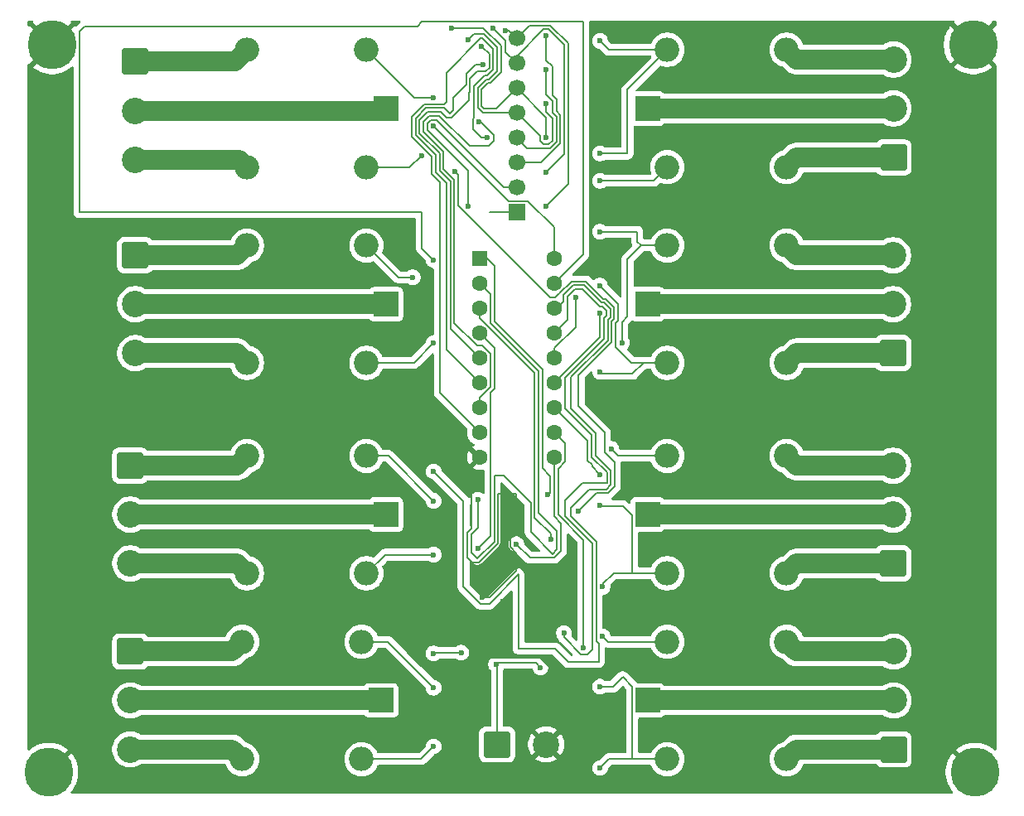
<source format=gbr>
%TF.GenerationSoftware,KiCad,Pcbnew,9.0.1*%
%TF.CreationDate,2025-07-11T18:37:37+05:30*%
%TF.ProjectId,relaymodule,72656c61-796d-46f6-9475-6c652e6b6963,rev?*%
%TF.SameCoordinates,Original*%
%TF.FileFunction,Copper,L2,Bot*%
%TF.FilePolarity,Positive*%
%FSLAX46Y46*%
G04 Gerber Fmt 4.6, Leading zero omitted, Abs format (unit mm)*
G04 Created by KiCad (PCBNEW 9.0.1) date 2025-07-11 18:37:37*
%MOMM*%
%LPD*%
G01*
G04 APERTURE LIST*
G04 Aperture macros list*
%AMRoundRect*
0 Rectangle with rounded corners*
0 $1 Rounding radius*
0 $2 $3 $4 $5 $6 $7 $8 $9 X,Y pos of 4 corners*
0 Add a 4 corners polygon primitive as box body*
4,1,4,$2,$3,$4,$5,$6,$7,$8,$9,$2,$3,0*
0 Add four circle primitives for the rounded corners*
1,1,$1+$1,$2,$3*
1,1,$1+$1,$4,$5*
1,1,$1+$1,$6,$7*
1,1,$1+$1,$8,$9*
0 Add four rect primitives between the rounded corners*
20,1,$1+$1,$2,$3,$4,$5,0*
20,1,$1+$1,$4,$5,$6,$7,0*
20,1,$1+$1,$6,$7,$8,$9,0*
20,1,$1+$1,$8,$9,$2,$3,0*%
G04 Aperture macros list end*
%TA.AperFunction,ComponentPad*%
%ADD10C,0.800000*%
%TD*%
%TA.AperFunction,ComponentPad*%
%ADD11C,5.000000*%
%TD*%
%TA.AperFunction,ComponentPad*%
%ADD12RoundRect,0.250001X1.099999X-1.099999X1.099999X1.099999X-1.099999X1.099999X-1.099999X-1.099999X0*%
%TD*%
%TA.AperFunction,ComponentPad*%
%ADD13C,2.700000*%
%TD*%
%TA.AperFunction,ComponentPad*%
%ADD14R,2.500000X2.500000*%
%TD*%
%TA.AperFunction,ComponentPad*%
%ADD15O,2.500000X2.500000*%
%TD*%
%TA.AperFunction,ComponentPad*%
%ADD16RoundRect,0.250001X-1.099999X1.099999X-1.099999X-1.099999X1.099999X-1.099999X1.099999X1.099999X0*%
%TD*%
%TA.AperFunction,ComponentPad*%
%ADD17RoundRect,0.250000X-0.550000X-0.550000X0.550000X-0.550000X0.550000X0.550000X-0.550000X0.550000X0*%
%TD*%
%TA.AperFunction,ComponentPad*%
%ADD18C,1.600000*%
%TD*%
%TA.AperFunction,ComponentPad*%
%ADD19RoundRect,0.250001X-1.099999X-1.099999X1.099999X-1.099999X1.099999X1.099999X-1.099999X1.099999X0*%
%TD*%
%TA.AperFunction,ComponentPad*%
%ADD20R,1.700000X1.700000*%
%TD*%
%TA.AperFunction,ComponentPad*%
%ADD21C,1.700000*%
%TD*%
%TA.AperFunction,ViaPad*%
%ADD22C,0.600000*%
%TD*%
%TA.AperFunction,Conductor*%
%ADD23C,0.200000*%
%TD*%
%TA.AperFunction,Conductor*%
%ADD24C,2.000000*%
%TD*%
G04 APERTURE END LIST*
D10*
%TO.P,H4,1,1*%
%TO.N,GND*%
X194135825Y-136705825D03*
X194685000Y-135380000D03*
X194685000Y-138031650D03*
X196010825Y-134830825D03*
D11*
X196010825Y-136705825D03*
D10*
X196010825Y-138580825D03*
X197336650Y-135380000D03*
X197336650Y-138031650D03*
X197885825Y-136705825D03*
%TD*%
D12*
%TO.P,J6,1,Pin_1*%
%TO.N,Net-(J6-Pin_1)*%
X187635000Y-93880000D03*
D13*
%TO.P,J6,2,Pin_2*%
%TO.N,Net-(J6-Pin_2)*%
X187635000Y-88880000D03*
%TO.P,J6,3,Pin_3*%
%TO.N,Net-(J6-Pin_3)*%
X187635000Y-83880000D03*
%TD*%
D14*
%TO.P,K8,1*%
%TO.N,Net-(J8-Pin_2)*%
X162557500Y-129380000D03*
D15*
%TO.P,K8,2*%
%TO.N,Net-(D15-K)*%
X164557500Y-135380000D03*
%TO.P,K8,3*%
%TO.N,Net-(J8-Pin_1)*%
X176757500Y-135380000D03*
%TO.P,K8,4*%
%TO.N,Net-(J8-Pin_3)*%
X176757500Y-123380000D03*
%TO.P,K8,5*%
%TO.N,VCC*%
X164557500Y-123380000D03*
%TD*%
D12*
%TO.P,J7,1,Pin_1*%
%TO.N,Net-(J7-Pin_1)*%
X187635000Y-115380000D03*
D13*
%TO.P,J7,2,Pin_2*%
%TO.N,Net-(J7-Pin_2)*%
X187635000Y-110380000D03*
%TO.P,J7,3,Pin_3*%
%TO.N,Net-(J7-Pin_3)*%
X187635000Y-105380000D03*
%TD*%
D10*
%TO.P,H3,1,1*%
%TO.N,GND*%
X99484175Y-136705825D03*
X100033350Y-135380000D03*
X100033350Y-138031650D03*
X101359175Y-134830825D03*
D11*
X101359175Y-136705825D03*
D10*
X101359175Y-138580825D03*
X102685000Y-135380000D03*
X102685000Y-138031650D03*
X103234175Y-136705825D03*
%TD*%
%TO.P,H2,1,1*%
%TO.N,GND*%
X193935000Y-62380000D03*
X194484175Y-61054175D03*
X194484175Y-63705825D03*
X195810000Y-60505000D03*
D11*
X195810000Y-62380000D03*
D10*
X195810000Y-64255000D03*
X197135825Y-61054175D03*
X197135825Y-63705825D03*
X197685000Y-62380000D03*
%TD*%
D16*
%TO.P,J3,1,Pin_1*%
%TO.N,Net-(J3-Pin_1)*%
X109685000Y-105380000D03*
D13*
%TO.P,J3,2,Pin_2*%
%TO.N,Net-(J3-Pin_2)*%
X109685000Y-110380000D03*
%TO.P,J3,3,Pin_3*%
%TO.N,Net-(J3-Pin_3)*%
X109685000Y-115380000D03*
%TD*%
D14*
%TO.P,K1,1*%
%TO.N,Net-(J1-Pin_2)*%
X135812500Y-68880000D03*
D15*
%TO.P,K1,2*%
%TO.N,Net-(D1-K)*%
X133812500Y-62880000D03*
%TO.P,K1,3*%
%TO.N,Net-(J1-Pin_1)*%
X121612500Y-62880000D03*
%TO.P,K1,4*%
%TO.N,Net-(J1-Pin_3)*%
X121612500Y-74880000D03*
%TO.P,K1,5*%
%TO.N,VCC*%
X133812500Y-74880000D03*
%TD*%
D16*
%TO.P,J1,1,Pin_1*%
%TO.N,Net-(J1-Pin_1)*%
X110185000Y-64102500D03*
D13*
%TO.P,J1,2,Pin_2*%
%TO.N,Net-(J1-Pin_2)*%
X110185000Y-69102500D03*
%TO.P,J1,3,Pin_3*%
%TO.N,Net-(J1-Pin_3)*%
X110185000Y-74102500D03*
%TD*%
D17*
%TO.P,U1,1,I1*%
%TO.N,Net-(U1-I1)*%
X145380000Y-84220000D03*
D18*
%TO.P,U1,2,I2*%
%TO.N,Net-(U1-I2)*%
X145380000Y-86760000D03*
%TO.P,U1,3,I3*%
%TO.N,Net-(U1-I3)*%
X145380000Y-89300000D03*
%TO.P,U1,4,I4*%
%TO.N,Net-(U1-I4)*%
X145380000Y-91840000D03*
%TO.P,U1,5,I5*%
%TO.N,Net-(U1-I5)*%
X145380000Y-94380000D03*
%TO.P,U1,6,I6*%
%TO.N,Net-(U1-I6)*%
X145380000Y-96920000D03*
%TO.P,U1,7,I7*%
%TO.N,Net-(U1-I7)*%
X145380000Y-99460000D03*
%TO.P,U1,8,I8*%
%TO.N,Net-(U1-I8)*%
X145380000Y-102000000D03*
%TO.P,U1,9,GND*%
%TO.N,GND*%
X145380000Y-104540000D03*
%TO.P,U1,10,COM*%
%TO.N,VCC*%
X153000000Y-104540000D03*
%TO.P,U1,11,O8*%
%TO.N,Net-(D15-A)*%
X153000000Y-102000000D03*
%TO.P,U1,12,O7*%
%TO.N,Net-(D13-A)*%
X153000000Y-99460000D03*
%TO.P,U1,13,O6*%
%TO.N,Net-(D11-A)*%
X153000000Y-96920000D03*
%TO.P,U1,14,O5*%
%TO.N,Net-(D9-A)*%
X153000000Y-94380000D03*
%TO.P,U1,15,O4*%
%TO.N,Net-(D7-A)*%
X153000000Y-91840000D03*
%TO.P,U1,16,O3*%
%TO.N,Net-(D5-A)*%
X153000000Y-89300000D03*
%TO.P,U1,17,O2*%
%TO.N,Net-(D3-A)*%
X153000000Y-86760000D03*
%TO.P,U1,18,O1*%
%TO.N,Net-(D1-A)*%
X153000000Y-84220000D03*
%TD*%
D12*
%TO.P,J8,1,Pin_1*%
%TO.N,Net-(J8-Pin_1)*%
X187685000Y-134380000D03*
D13*
%TO.P,J8,2,Pin_2*%
%TO.N,Net-(J8-Pin_2)*%
X187685000Y-129380000D03*
%TO.P,J8,3,Pin_3*%
%TO.N,Net-(J8-Pin_3)*%
X187685000Y-124380000D03*
%TD*%
D14*
%TO.P,K6,1*%
%TO.N,Net-(J6-Pin_2)*%
X162557500Y-88880000D03*
D15*
%TO.P,K6,2*%
%TO.N,Net-(D11-K)*%
X164557500Y-94880000D03*
%TO.P,K6,3*%
%TO.N,Net-(J6-Pin_1)*%
X176757500Y-94880000D03*
%TO.P,K6,4*%
%TO.N,Net-(J6-Pin_3)*%
X176757500Y-82880000D03*
%TO.P,K6,5*%
%TO.N,VCC*%
X164557500Y-82880000D03*
%TD*%
D14*
%TO.P,K7,1*%
%TO.N,Net-(J7-Pin_2)*%
X162557500Y-110380000D03*
D15*
%TO.P,K7,2*%
%TO.N,Net-(D13-K)*%
X164557500Y-116380000D03*
%TO.P,K7,3*%
%TO.N,Net-(J7-Pin_1)*%
X176757500Y-116380000D03*
%TO.P,K7,4*%
%TO.N,Net-(J7-Pin_3)*%
X176757500Y-104380000D03*
%TO.P,K7,5*%
%TO.N,VCC*%
X164557500Y-104380000D03*
%TD*%
D10*
%TO.P,H1,1,1*%
%TO.N,GND*%
X99810000Y-62380000D03*
X100359175Y-61054175D03*
X100359175Y-63705825D03*
X101685000Y-60505000D03*
D11*
X101685000Y-62380000D03*
D10*
X101685000Y-64255000D03*
X103010825Y-61054175D03*
X103010825Y-63705825D03*
X103560000Y-62380000D03*
%TD*%
D16*
%TO.P,J2,1,Pin_1*%
%TO.N,Net-(J2-Pin_1)*%
X110185000Y-83880000D03*
D13*
%TO.P,J2,2,Pin_2*%
%TO.N,Net-(J2-Pin_2)*%
X110185000Y-88880000D03*
%TO.P,J2,3,Pin_3*%
%TO.N,Net-(J2-Pin_3)*%
X110185000Y-93880000D03*
%TD*%
D14*
%TO.P,K5,1*%
%TO.N,Net-(J5-Pin_2)*%
X162557500Y-68880000D03*
D15*
%TO.P,K5,2*%
%TO.N,Net-(D10-A)*%
X164557500Y-74880000D03*
%TO.P,K5,3*%
%TO.N,Net-(J5-Pin_1)*%
X176757500Y-74880000D03*
%TO.P,K5,4*%
%TO.N,Net-(J5-Pin_3)*%
X176757500Y-62880000D03*
%TO.P,K5,5*%
%TO.N,VCC*%
X164557500Y-62880000D03*
%TD*%
D12*
%TO.P,J5,1,Pin_1*%
%TO.N,Net-(J5-Pin_1)*%
X187685000Y-73880000D03*
D13*
%TO.P,J5,2,Pin_2*%
%TO.N,Net-(J5-Pin_2)*%
X187685000Y-68880000D03*
%TO.P,J5,3,Pin_3*%
%TO.N,Net-(J5-Pin_3)*%
X187685000Y-63880000D03*
%TD*%
D19*
%TO.P,J9,1,Pin_1*%
%TO.N,Net-(J9-Pin_1)*%
X147185000Y-133880000D03*
D13*
%TO.P,J9,2,Pin_2*%
%TO.N,GND*%
X152185000Y-133880000D03*
%TD*%
D14*
%TO.P,K3,1*%
%TO.N,Net-(J3-Pin_2)*%
X135812500Y-110380000D03*
D15*
%TO.P,K3,2*%
%TO.N,Net-(D5-K)*%
X133812500Y-104380000D03*
%TO.P,K3,3*%
%TO.N,Net-(J3-Pin_1)*%
X121612500Y-104380000D03*
%TO.P,K3,4*%
%TO.N,Net-(J3-Pin_3)*%
X121612500Y-116380000D03*
%TO.P,K3,5*%
%TO.N,VCC*%
X133812500Y-116380000D03*
%TD*%
D16*
%TO.P,J4,1,Pin_1*%
%TO.N,Net-(J4-Pin_1)*%
X109685000Y-124380000D03*
D13*
%TO.P,J4,2,Pin_2*%
%TO.N,Net-(J4-Pin_2)*%
X109685000Y-129380000D03*
%TO.P,J4,3,Pin_3*%
%TO.N,Net-(J4-Pin_3)*%
X109685000Y-134380000D03*
%TD*%
D14*
%TO.P,K4,1*%
%TO.N,Net-(J4-Pin_2)*%
X135312500Y-129380000D03*
D15*
%TO.P,K4,2*%
%TO.N,Net-(D7-K)*%
X133312500Y-123380000D03*
%TO.P,K4,3*%
%TO.N,Net-(J4-Pin_1)*%
X121112500Y-123380000D03*
%TO.P,K4,4*%
%TO.N,Net-(J4-Pin_3)*%
X121112500Y-135380000D03*
%TO.P,K4,5*%
%TO.N,VCC*%
X133312500Y-135380000D03*
%TD*%
D20*
%TO.P,J10,1,Pin_1*%
%TO.N,Net-(J10-Pin_1)*%
X149185000Y-79500000D03*
D21*
%TO.P,J10,2,Pin_2*%
%TO.N,Net-(J10-Pin_2)*%
X149185000Y-76960000D03*
%TO.P,J10,3,Pin_3*%
%TO.N,Net-(J10-Pin_3)*%
X149185000Y-74420000D03*
%TO.P,J10,4,Pin_4*%
%TO.N,Net-(J10-Pin_4)*%
X149185000Y-71880000D03*
%TO.P,J10,5,Pin_5*%
%TO.N,Net-(J10-Pin_5)*%
X149185000Y-69340000D03*
%TO.P,J10,6,Pin_6*%
%TO.N,Net-(J10-Pin_6)*%
X149185000Y-66800000D03*
%TO.P,J10,7,Pin_7*%
%TO.N,Net-(J10-Pin_7)*%
X149185000Y-64260000D03*
%TO.P,J10,8,Pin_8*%
%TO.N,Net-(J10-Pin_8)*%
X149185000Y-61720000D03*
%TD*%
D14*
%TO.P,K2,1*%
%TO.N,Net-(J2-Pin_2)*%
X135812500Y-88880000D03*
D15*
%TO.P,K2,2*%
%TO.N,Net-(D3-K)*%
X133812500Y-82880000D03*
%TO.P,K2,3*%
%TO.N,Net-(J2-Pin_1)*%
X121612500Y-82880000D03*
%TO.P,K2,4*%
%TO.N,Net-(J2-Pin_3)*%
X121612500Y-94880000D03*
%TO.P,K2,5*%
%TO.N,VCC*%
X133812500Y-94880000D03*
%TD*%
D22*
%TO.N,Net-(D15-A)*%
X156000000Y-124000000D03*
%TO.N,Net-(D13-A)*%
X157685000Y-106280000D03*
%TO.N,Net-(D11-A)*%
X157685000Y-89780000D03*
%TO.N,Net-(D9-A)*%
X155183830Y-88183830D03*
%TO.N,Net-(D7-A)*%
X140685000Y-124580000D03*
X143500000Y-124500000D03*
X154000000Y-122500000D03*
%TO.N,Net-(D5-A)*%
X140685000Y-105980000D03*
%TO.N,Net-(D3-A)*%
X140685000Y-84380000D03*
%TO.N,Net-(D1-A)*%
X140685000Y-70680000D03*
%TO.N,VCC*%
X149147500Y-113417500D03*
X140685000Y-134080000D03*
X157950000Y-122825971D03*
X158827585Y-103666283D03*
X139429424Y-73677090D03*
X157685000Y-73480000D03*
X157685000Y-61980000D03*
X140685000Y-92880000D03*
X159936000Y-92813465D03*
X140685000Y-114480000D03*
X157685000Y-81480000D03*
%TO.N,GND*%
X147760037Y-119255037D03*
X145685000Y-118880000D03*
X149147500Y-111342500D03*
%TO.N,Net-(D1-K)*%
X140685000Y-67780000D03*
%TO.N,Net-(D3-K)*%
X138550000Y-86137421D03*
%TO.N,Net-(D5-K)*%
X140685000Y-108980000D03*
%TO.N,Net-(D7-K)*%
X140685000Y-128080000D03*
%TO.N,Net-(D10-A)*%
X157685000Y-76280000D03*
%TO.N,Net-(D11-K)*%
X157685000Y-95780000D03*
X157685000Y-86980000D03*
%TO.N,Net-(D13-K)*%
X157685000Y-109480000D03*
X157950000Y-117780000D03*
%TO.N,Net-(D15-K)*%
X157685000Y-127980000D03*
X157685000Y-136280000D03*
%TO.N,Net-(J9-Pin_1)*%
X151600760Y-126004924D03*
X147058203Y-125699964D03*
%TO.N,Net-(J10-Pin_6)*%
X142500000Y-60650000D03*
X152185000Y-71880000D03*
%TO.N,Net-(J10-Pin_3)*%
X152202676Y-61466972D03*
%TO.N,Net-(J10-Pin_2)*%
X144185000Y-78880000D03*
%TO.N,Net-(J10-Pin_1)*%
X155500000Y-110000000D03*
X142874825Y-75359751D03*
%TO.N,Net-(J10-Pin_8)*%
X152185000Y-78880000D03*
X148001893Y-60917346D03*
%TO.N,Net-(J10-Pin_5)*%
X144185000Y-61880000D03*
X152185000Y-68380000D03*
%TO.N,Net-(J10-Pin_7)*%
X152185000Y-75380000D03*
X146731598Y-60653432D03*
%TO.N,Net-(J10-Pin_4)*%
X152185000Y-64880000D03*
%TO.N,Net-(U1-I1)*%
X152350000Y-108380000D03*
%TO.N,Net-(U1-I2)*%
X145185000Y-108880000D03*
%TO.N,Net-(U1-I3)*%
X152651000Y-112880000D03*
%TO.N,Net-(U1-I4)*%
X145185000Y-113880000D03*
%TO.N,Net-(U1-I5)*%
X145594560Y-62541922D03*
%TO.N,Net-(U1-I6)*%
X145736000Y-64434907D03*
%TO.N,Net-(U1-I7)*%
X145320258Y-70239342D03*
%TO.N,Net-(U1-I8)*%
X146185000Y-71880000D03*
%TD*%
D23*
%TO.N,Net-(D15-A)*%
X156000000Y-112998586D02*
X156000000Y-124000000D01*
X153401000Y-110399586D02*
X156000000Y-112998586D01*
X153401000Y-105696050D02*
X153401000Y-110399586D01*
X154101000Y-104996050D02*
X153401000Y-105696050D01*
X154101000Y-103101000D02*
X154101000Y-104996050D01*
X153000000Y-102000000D02*
X154101000Y-103101000D01*
%TO.N,Net-(D7-A)*%
X154000000Y-122919239D02*
X154000000Y-122500000D01*
X155730761Y-124650000D02*
X154000000Y-122919239D01*
X156388478Y-124650000D02*
X155730761Y-124650000D01*
X156900000Y-124138478D02*
X156388478Y-124650000D01*
X156900000Y-113332901D02*
X156900000Y-124138478D01*
X154101000Y-108964686D02*
X154101000Y-110533900D01*
X155900000Y-107165686D02*
X154101000Y-108964686D01*
X158400000Y-107165686D02*
X155900000Y-107165686D01*
X156815686Y-104491447D02*
X158400000Y-106075761D01*
X154101000Y-99535314D02*
X156815686Y-102250000D01*
X154101000Y-96384686D02*
X154101000Y-99535314D01*
X158085000Y-92400686D02*
X154101000Y-96384686D01*
X158335000Y-90049239D02*
X158085000Y-90299239D01*
X158335000Y-89510761D02*
X158335000Y-90049239D01*
X156815686Y-102250000D02*
X156815686Y-104491447D01*
X157695685Y-89130000D02*
X157954239Y-89130000D01*
X155915685Y-87350000D02*
X157695685Y-89130000D01*
X155098421Y-87350000D02*
X155915685Y-87350000D01*
X154350000Y-90490000D02*
X154350000Y-88098421D01*
X153000000Y-91840000D02*
X154350000Y-90490000D01*
%TO.N,Net-(D5-A)*%
X143734000Y-109029000D02*
X140685000Y-105980000D01*
X143734000Y-117778943D02*
X143734000Y-109029000D01*
X145436057Y-119481000D02*
X143734000Y-117778943D01*
X146376100Y-119481000D02*
X145436057Y-119481000D01*
X149350000Y-116507100D02*
X146376100Y-119481000D01*
X153082900Y-124069239D02*
X149350000Y-124069239D01*
X154450000Y-125436339D02*
X153082900Y-124069239D01*
X157550000Y-125436339D02*
X154450000Y-125436339D01*
X157550000Y-123565076D02*
X157550000Y-125436339D01*
%TO.N,Net-(D7-A)*%
X158400000Y-106075761D02*
X158400000Y-107165686D01*
%TO.N,Net-(D5-A)*%
X157300000Y-123315075D02*
X157550000Y-123565076D01*
X154702000Y-110569216D02*
X157300000Y-113167216D01*
X154702000Y-109670628D02*
X154702000Y-110569216D01*
X158331371Y-107800000D02*
X156572628Y-107800000D01*
X158801000Y-105909661D02*
X158801000Y-107330371D01*
X157216686Y-104325347D02*
X158801000Y-105909661D01*
X154702000Y-96350786D02*
X154702000Y-99569214D01*
X158486000Y-92566786D02*
X154702000Y-96350786D01*
X158486000Y-90465339D02*
X158486000Y-92566786D01*
X158736000Y-90215339D02*
X158486000Y-90465339D01*
X158120339Y-88729000D02*
X158736000Y-89344661D01*
X154932321Y-86949000D02*
X156081785Y-86949000D01*
X153949000Y-87932321D02*
X154932321Y-86949000D01*
X157300000Y-113167216D02*
X157300000Y-123315075D01*
X156081785Y-86949000D02*
X157861785Y-88729000D01*
X157216686Y-102083900D02*
X157216686Y-104325347D01*
%TO.N,Net-(J10-Pin_1)*%
X143200000Y-75684926D02*
X142874825Y-75359751D01*
X153549000Y-87768050D02*
X153118050Y-88199000D01*
%TO.N,Net-(D5-A)*%
X154702000Y-99569214D02*
X157216686Y-102083900D01*
X158736000Y-89344661D02*
X158736000Y-90215339D01*
%TO.N,Net-(J10-Pin_1)*%
X153549000Y-87766636D02*
X153549000Y-87768050D01*
X154766635Y-86549000D02*
X153549000Y-87766636D01*
X156247471Y-86549000D02*
X154766635Y-86549000D01*
X158027470Y-88329000D02*
X156247471Y-86549000D01*
X158286025Y-88328999D02*
X158027470Y-88329000D01*
X159136000Y-89178975D02*
X158286025Y-88328999D01*
%TO.N,Net-(D5-A)*%
X153949000Y-88651000D02*
X153949000Y-87932321D01*
%TO.N,Net-(J10-Pin_1)*%
X155500000Y-96118472D02*
X158886000Y-92732472D01*
X155500000Y-99302942D02*
X155500000Y-96118472D01*
X158200000Y-102002942D02*
X155500000Y-99302942D01*
X158886000Y-92732472D02*
X158886000Y-90631025D01*
%TO.N,Net-(D7-A)*%
X158085000Y-90299239D02*
X158085000Y-92400686D01*
%TO.N,Net-(J10-Pin_1)*%
X158200000Y-104002943D02*
X158200000Y-102002942D01*
X159201000Y-105003943D02*
X158200000Y-104002943D01*
X158498471Y-108200000D02*
X159201000Y-107497471D01*
X143200000Y-78775786D02*
X143200000Y-75684926D01*
X157300000Y-108200000D02*
X158498471Y-108200000D01*
%TO.N,Net-(D5-A)*%
X156572628Y-107800000D02*
X154702000Y-109670628D01*
%TO.N,Net-(J10-Pin_1)*%
X155500000Y-110000000D02*
X157300000Y-108200000D01*
X153118050Y-88199000D02*
X152623214Y-88199000D01*
X159136000Y-90381025D02*
X159136000Y-89178975D01*
%TO.N,VCC*%
X158504029Y-123380000D02*
X157950000Y-122825971D01*
%TO.N,Net-(D5-A)*%
X157861785Y-88729000D02*
X158120339Y-88729000D01*
%TO.N,Net-(J10-Pin_1)*%
X152623214Y-88199000D02*
X143200000Y-78775786D01*
%TO.N,Net-(D7-A)*%
X154101000Y-110533900D02*
X156900000Y-113332901D01*
%TO.N,Net-(J10-Pin_1)*%
X159201000Y-107497471D02*
X159201000Y-105003943D01*
%TO.N,Net-(D13-K)*%
X157950000Y-117515000D02*
X157950000Y-117780000D01*
X159085000Y-116380000D02*
X157950000Y-117515000D01*
%TO.N,Net-(D5-A)*%
X149350000Y-124069239D02*
X149350000Y-116507100D01*
X153000000Y-89300000D02*
X153150000Y-89450000D01*
%TO.N,Net-(D7-A)*%
X154350000Y-88098421D02*
X155098421Y-87350000D01*
%TO.N,Net-(D13-A)*%
X156900000Y-105334315D02*
X156900000Y-105495000D01*
%TO.N,Net-(D5-A)*%
X153150000Y-89450000D02*
X153949000Y-88651000D01*
%TO.N,Net-(D13-K)*%
X161000000Y-116380000D02*
X159085000Y-116380000D01*
%TO.N,Net-(J10-Pin_1)*%
X158886000Y-90631025D02*
X159136000Y-90381025D01*
%TO.N,Net-(D13-A)*%
X156400000Y-104834314D02*
X156900000Y-105334315D01*
X156900000Y-105495000D02*
X157685000Y-106280000D01*
%TO.N,Net-(D5-A)*%
X158801000Y-107330371D02*
X158331371Y-107800000D01*
%TO.N,Net-(D13-A)*%
X156400000Y-102860000D02*
X156400000Y-104834314D01*
%TO.N,Net-(D7-A)*%
X157954239Y-89130000D02*
X158335000Y-89510761D01*
%TO.N,Net-(D13-A)*%
X153000000Y-99460000D02*
X156400000Y-102860000D01*
%TO.N,VCC*%
X164557500Y-123380000D02*
X158504029Y-123380000D01*
X159541302Y-104380000D02*
X158827585Y-103666283D01*
X164557500Y-104380000D02*
X159541302Y-104380000D01*
%TO.N,Net-(D11-A)*%
X157685000Y-92235000D02*
X157685000Y-89780000D01*
X153000000Y-96920000D02*
X157685000Y-92235000D01*
%TO.N,VCC*%
X160500000Y-90165000D02*
X159936000Y-90729000D01*
X160500000Y-84260000D02*
X160500000Y-90165000D01*
X161880000Y-82880000D02*
X160500000Y-84260000D01*
%TO.N,Net-(D11-K)*%
X159536000Y-88831000D02*
X157685000Y-86980000D01*
%TO.N,VCC*%
X159936000Y-90729000D02*
X159936000Y-92813465D01*
%TO.N,Net-(D11-K)*%
X164557500Y-94880000D02*
X160897258Y-94880000D01*
X160897258Y-94880000D02*
X159286000Y-93268742D01*
X159286000Y-90796711D02*
X159536000Y-90546710D01*
X159286000Y-93268742D02*
X159286000Y-90796711D01*
X159536000Y-90546710D02*
X159536000Y-88831000D01*
%TO.N,Net-(D9-A)*%
X153000000Y-93397050D02*
X155183830Y-91213220D01*
X153000000Y-94380000D02*
X153000000Y-93397050D01*
X155183830Y-91213220D02*
X155183830Y-88183830D01*
%TO.N,Net-(D7-A)*%
X140765000Y-124500000D02*
X140685000Y-124580000D01*
X143500000Y-124500000D02*
X140765000Y-124500000D01*
%TO.N,GND*%
X145934925Y-121080149D02*
X147760037Y-119255037D01*
X151565076Y-125050000D02*
X145934925Y-125050000D01*
X153535000Y-127019924D02*
X151565076Y-125050000D01*
X153535000Y-132530000D02*
X153535000Y-127019924D01*
X152185000Y-133880000D02*
X153535000Y-132530000D01*
X145934925Y-125050000D02*
X145934925Y-121080149D01*
%TO.N,Net-(J9-Pin_1)*%
X151600760Y-126004924D02*
X151125836Y-125530000D01*
X147185000Y-125826761D02*
X147058203Y-125699964D01*
X147185000Y-133880000D02*
X147185000Y-125826761D01*
%TO.N,Net-(U1-I3)*%
X151000000Y-110695000D02*
X152651000Y-112346000D01*
X151000000Y-95902950D02*
X151000000Y-110695000D01*
X145380000Y-90282950D02*
X151000000Y-95902950D01*
%TO.N,Net-(U1-I2)*%
X144535000Y-112399314D02*
X145185000Y-111749314D01*
X144535000Y-114269314D02*
X144535000Y-112399314D01*
%TO.N,Net-(J9-Pin_1)*%
X147228167Y-125530000D02*
X147058203Y-125699964D01*
%TO.N,Net-(U1-I2)*%
X145165686Y-114900000D02*
X144535000Y-114269314D01*
X146881000Y-113184686D02*
X145165686Y-114900000D01*
X146881000Y-106400000D02*
X146881000Y-113184686D01*
X147834314Y-106400000D02*
X146881000Y-106400000D01*
X150600000Y-109165686D02*
X147834314Y-106400000D01*
X152834314Y-114400000D02*
X150600000Y-112165685D01*
X153301471Y-113932843D02*
X152834314Y-114400000D01*
X151400000Y-95737265D02*
X151400000Y-110175761D01*
X146500000Y-90837264D02*
X151400000Y-95737265D01*
X145380000Y-86760000D02*
X146500000Y-87880000D01*
%TO.N,VCC*%
X153000414Y-114801000D02*
X150531000Y-114801000D01*
%TO.N,Net-(U1-I3)*%
X145380000Y-89300000D02*
X145380000Y-90282950D01*
%TO.N,VCC*%
X153000000Y-110565686D02*
X153701000Y-111266686D01*
%TO.N,Net-(J9-Pin_1)*%
X151125836Y-125530000D02*
X147228167Y-125530000D01*
%TO.N,Net-(U1-I2)*%
X153301471Y-112077232D02*
X153301471Y-113932843D01*
X150600000Y-112165685D02*
X150600000Y-109165686D01*
%TO.N,VCC*%
X150531000Y-114801000D02*
X149147500Y-113417500D01*
X153701000Y-111266686D02*
X153701000Y-114100414D01*
%TO.N,Net-(U1-I2)*%
X151400000Y-110175761D02*
X153301471Y-112077232D01*
%TO.N,VCC*%
X153701000Y-114100414D02*
X153000414Y-114801000D01*
%TO.N,Net-(U1-I2)*%
X145185000Y-111749314D02*
X145185000Y-108880000D01*
%TO.N,Net-(U1-I3)*%
X152651000Y-112346000D02*
X152651000Y-112880000D01*
%TO.N,Net-(U1-I2)*%
X146500000Y-87880000D02*
X146500000Y-90837264D01*
%TO.N,VCC*%
X153000000Y-104540000D02*
X153000000Y-110565686D01*
%TO.N,Net-(D3-A)*%
X139500000Y-83195000D02*
X140685000Y-84380000D01*
X104500000Y-79500000D02*
X139500000Y-79500000D01*
X104500000Y-61000000D02*
X104500000Y-79500000D01*
X105000000Y-60500000D02*
X104500000Y-61000000D01*
X139000000Y-60500000D02*
X105000000Y-60500000D01*
X139500000Y-60000000D02*
X139000000Y-60500000D01*
X156000000Y-60000000D02*
X139500000Y-60000000D01*
%TO.N,Net-(J10-Pin_6)*%
X145762121Y-60650000D02*
X142500000Y-60650000D01*
X147586000Y-62473879D02*
X145762121Y-60650000D01*
X147586000Y-65201202D02*
X147586000Y-62473879D01*
X146250628Y-66284907D02*
X146502295Y-66284907D01*
X145600000Y-66935535D02*
X146250628Y-66284907D01*
X145600000Y-68665685D02*
X145600000Y-66935535D01*
X145834315Y-68900000D02*
X145600000Y-68665685D01*
X147085000Y-68900000D02*
X145834315Y-68900000D01*
X149185000Y-66800000D02*
X147085000Y-68900000D01*
%TO.N,Net-(U1-I8)*%
X145585000Y-71880000D02*
X146185000Y-71880000D01*
X144670258Y-70965258D02*
X145585000Y-71880000D01*
X144670258Y-69970103D02*
X144670258Y-70965258D01*
%TO.N,Net-(J10-Pin_6)*%
X146502295Y-66284907D02*
X147586000Y-65201202D01*
%TO.N,Net-(U1-I8)*%
X144800000Y-69840361D02*
X144670258Y-69970103D01*
X144800000Y-66604164D02*
X144800000Y-69840361D01*
X145919257Y-65484907D02*
X144800000Y-66604164D01*
X146170924Y-65484907D02*
X145919257Y-65484907D01*
X146786000Y-64869832D02*
X146170924Y-65484907D01*
X146786000Y-62814124D02*
X146786000Y-64869832D01*
X145671876Y-61700000D02*
X146786000Y-62814124D01*
X145515057Y-61700000D02*
X145671876Y-61700000D01*
X142002528Y-65212529D02*
X145515057Y-61700000D01*
X141741572Y-68430000D02*
X142002528Y-68169044D01*
X139753021Y-68430000D02*
X141741572Y-68430000D01*
X138435002Y-69748017D02*
X139753021Y-68430000D01*
X138435002Y-71763429D02*
X138435002Y-69748017D01*
X140500001Y-73828428D02*
X138435002Y-71763429D01*
X141299000Y-76400220D02*
X140500000Y-75601220D01*
X141299000Y-97919000D02*
X141299000Y-76400220D01*
X145380000Y-102000000D02*
X141299000Y-97919000D01*
%TO.N,Net-(J10-Pin_5)*%
X144765000Y-61300000D02*
X144185000Y-61880000D01*
X147186000Y-62648438D02*
X145837562Y-61300000D01*
X147186000Y-65035517D02*
X147186000Y-62648438D01*
X146084943Y-65884907D02*
X146336609Y-65884907D01*
X145200000Y-66769849D02*
X146084943Y-65884907D01*
X145200000Y-68831370D02*
X145200000Y-66769849D01*
X145708630Y-69340000D02*
X145200000Y-68831370D01*
X149185000Y-69340000D02*
X145708630Y-69340000D01*
%TO.N,Net-(J10-Pin_7)*%
X148034000Y-63109000D02*
X148034000Y-61955834D01*
%TO.N,Net-(U1-I5)*%
X145149484Y-65084907D02*
X146005239Y-65084907D01*
X144400000Y-65834391D02*
X145149484Y-65084907D01*
%TO.N,Net-(U1-I8)*%
X140500000Y-75601220D02*
X140500001Y-73828428D01*
%TO.N,Net-(U1-I5)*%
X144400000Y-67162741D02*
X144400000Y-65834391D01*
X142502943Y-69800000D02*
X144279000Y-68023943D01*
X141997058Y-69800000D02*
X142502943Y-69800000D01*
X144279000Y-67283741D02*
X144400000Y-67162741D01*
X141427058Y-69230000D02*
X141997058Y-69800000D01*
X140084391Y-69230000D02*
X141427058Y-69230000D01*
X142400000Y-76369851D02*
X141300000Y-75269850D01*
%TO.N,Net-(J10-Pin_5)*%
X146336609Y-65884907D02*
X147186000Y-65035517D01*
%TO.N,Net-(U1-I5)*%
X146005239Y-65084907D02*
X146386000Y-64704146D01*
%TO.N,Net-(J10-Pin_8)*%
X148382346Y-60917346D02*
X148001893Y-60917346D01*
%TO.N,Net-(J10-Pin_3)*%
X152185000Y-61484648D02*
X152202676Y-61466972D01*
%TO.N,Net-(J10-Pin_5)*%
X145837562Y-61300000D02*
X144765000Y-61300000D01*
%TO.N,Net-(J10-Pin_3)*%
X152835000Y-67545075D02*
X152835000Y-64610761D01*
X153235000Y-67945075D02*
X152835000Y-67545075D01*
X153235000Y-69152943D02*
X153235000Y-67945075D01*
X152185000Y-63960761D02*
X152185000Y-61484648D01*
%TO.N,Net-(J10-Pin_8)*%
X149185000Y-61720000D02*
X148382346Y-60917346D01*
%TO.N,Net-(J10-Pin_3)*%
X153635000Y-69552943D02*
X153235000Y-69152943D01*
X153635000Y-72480609D02*
X153635000Y-69552943D01*
X151695610Y-74420000D02*
X153635000Y-72480609D01*
X149185000Y-74420000D02*
X151695610Y-74420000D01*
%TO.N,Net-(U1-I5)*%
X146386000Y-64704146D02*
X146386000Y-63333362D01*
%TO.N,Net-(J10-Pin_7)*%
X154036000Y-73529000D02*
X152185000Y-75380000D01*
%TO.N,Net-(U1-I5)*%
X146386000Y-63333362D02*
X145594560Y-62541922D01*
%TO.N,Net-(J10-Pin_7)*%
X152454943Y-60800000D02*
X154036000Y-62381057D01*
%TO.N,Net-(U1-I5)*%
X141300001Y-73497058D02*
X139235001Y-71432058D01*
%TO.N,Net-(J10-Pin_7)*%
X149185000Y-63530057D02*
X151915057Y-60800000D01*
%TO.N,Net-(U1-I5)*%
X139235001Y-70079389D02*
X140084391Y-69230000D01*
%TO.N,Net-(J10-Pin_7)*%
X149185000Y-64260000D02*
X148034000Y-63109000D01*
%TO.N,Net-(D3-A)*%
X139500000Y-79500000D02*
X139500000Y-83195000D01*
%TO.N,Net-(J10-Pin_7)*%
X151915057Y-60800000D02*
X152454943Y-60800000D01*
%TO.N,Net-(U1-I8)*%
X142002528Y-68169044D02*
X142002528Y-65212529D01*
%TO.N,Net-(J10-Pin_7)*%
X149185000Y-64260000D02*
X149185000Y-63530057D01*
X148034000Y-61955834D02*
X146731598Y-60653432D01*
%TO.N,Net-(J10-Pin_8)*%
X154437000Y-76628000D02*
X152185000Y-78880000D01*
X154437000Y-62214957D02*
X154437000Y-76628000D01*
%TO.N,Net-(U1-I5)*%
X141300000Y-75269850D02*
X141300001Y-73497058D01*
X144279000Y-68023943D02*
X144279000Y-67283741D01*
%TO.N,Net-(J10-Pin_8)*%
X152622043Y-60400000D02*
X154437000Y-62214957D01*
%TO.N,Net-(U1-I5)*%
X139235001Y-71432058D02*
X139235001Y-70079389D01*
%TO.N,Net-(J10-Pin_8)*%
X150505000Y-60400000D02*
X152622043Y-60400000D01*
%TO.N,Net-(U1-I5)*%
X145380000Y-94380000D02*
X142400000Y-91400000D01*
%TO.N,Net-(J10-Pin_7)*%
X154036000Y-62381057D02*
X154036000Y-73529000D01*
%TO.N,Net-(U1-I5)*%
X142400000Y-91400000D02*
X142400000Y-76369851D01*
%TO.N,Net-(J10-Pin_8)*%
X149185000Y-61720000D02*
X150505000Y-60400000D01*
%TO.N,Net-(D3-A)*%
X156000000Y-83760000D02*
X156000000Y-60000000D01*
X153000000Y-86760000D02*
X156000000Y-83760000D01*
%TO.N,Net-(J10-Pin_3)*%
X152835000Y-64610761D02*
X152185000Y-63960761D01*
%TO.N,Net-(D1-A)*%
X150336000Y-78349000D02*
X148354000Y-78349000D01*
X153000000Y-81013000D02*
X150336000Y-78349000D01*
%TO.N,Net-(D1-K)*%
X138712500Y-67780000D02*
X140685000Y-67780000D01*
X133812500Y-62880000D02*
X138712500Y-67780000D01*
%TO.N,Net-(U1-I6)*%
X144935326Y-64434907D02*
X145736000Y-64434907D01*
X144000000Y-66465000D02*
X144000000Y-65370233D01*
X142700000Y-67765000D02*
X144000000Y-66465000D01*
X142700000Y-69037257D02*
X142700000Y-67765000D01*
X142337257Y-69400000D02*
X142700000Y-69037257D01*
X141767257Y-68830000D02*
X142337257Y-69400000D01*
X138835001Y-71597744D02*
X138835001Y-69913703D01*
X140900001Y-73662744D02*
X138835001Y-71597744D01*
X140900000Y-75435535D02*
X140900001Y-73662744D01*
X142000000Y-93540000D02*
X142000000Y-76535536D01*
X145380000Y-96920000D02*
X142000000Y-93540000D01*
X142000000Y-76535536D02*
X140900000Y-75435535D01*
%TO.N,Net-(D1-A)*%
X148354000Y-78349000D02*
X140685000Y-70680000D01*
%TO.N,Net-(U1-I7)*%
X146835000Y-71610761D02*
X145463581Y-70239342D01*
%TO.N,Net-(U1-I6)*%
X138835001Y-69913703D02*
X139918706Y-68830000D01*
%TO.N,Net-(U1-I7)*%
X144331372Y-72700000D02*
X146284239Y-72700000D01*
X141261372Y-69630000D02*
X144331372Y-72700000D01*
X140250076Y-69630000D02*
X141261372Y-69630000D01*
X139635000Y-70245075D02*
X140250076Y-69630000D01*
X141700000Y-75104165D02*
X141700000Y-73331372D01*
X142800000Y-76204165D02*
X141700000Y-75104165D01*
X145095850Y-93112900D02*
X142800000Y-90817050D01*
X146480000Y-93922950D02*
X145669950Y-93112900D01*
X145380000Y-98475636D02*
X146480000Y-97375636D01*
X145380000Y-99460000D02*
X145380000Y-98475636D01*
X145463581Y-70239342D02*
X145320258Y-70239342D01*
%TO.N,Net-(J10-Pin_2)*%
X144185000Y-75250686D02*
X144185000Y-78880000D01*
X140035000Y-71100686D02*
X144185000Y-75250686D01*
X140035000Y-70410761D02*
X140035000Y-71100686D01*
X147884239Y-76960000D02*
X140954239Y-70030000D01*
%TO.N,Net-(J10-Pin_1)*%
X146434314Y-79500000D02*
X146432900Y-79501414D01*
%TO.N,Net-(U1-I6)*%
X139918706Y-68830000D02*
X141767257Y-68830000D01*
%TO.N,Net-(U1-I7)*%
X146480000Y-97375636D02*
X146480000Y-93922950D01*
X142800000Y-90817050D02*
X142800000Y-76204165D01*
X146835000Y-72149239D02*
X146835000Y-71610761D01*
%TO.N,VCC*%
X138226514Y-74880000D02*
X139429424Y-73677090D01*
X133812500Y-74880000D02*
X138226514Y-74880000D01*
%TO.N,Net-(J10-Pin_2)*%
X140415761Y-70030000D02*
X140035000Y-70410761D01*
%TO.N,Net-(U1-I7)*%
X139635000Y-71266372D02*
X139635000Y-70245075D01*
%TO.N,Net-(D1-A)*%
X153000000Y-84220000D02*
X153000000Y-81013000D01*
%TO.N,Net-(J10-Pin_1)*%
X149185000Y-79500000D02*
X146434314Y-79500000D01*
%TO.N,Net-(U1-I7)*%
X141700000Y-73331372D02*
X139635000Y-71266372D01*
%TO.N,Net-(U1-I6)*%
X144000000Y-65370233D02*
X144935326Y-64434907D01*
%TO.N,Net-(U1-I7)*%
X145669950Y-93112900D02*
X145095850Y-93112900D01*
%TO.N,Net-(J10-Pin_2)*%
X149185000Y-76960000D02*
X147884239Y-76960000D01*
%TO.N,Net-(U1-I7)*%
X146284239Y-72700000D02*
X146835000Y-72149239D01*
%TO.N,Net-(J10-Pin_2)*%
X140954239Y-70030000D02*
X140415761Y-70030000D01*
%TO.N,VCC*%
X164557500Y-62880000D02*
X160500000Y-66937500D01*
X135712500Y-114480000D02*
X140685000Y-114480000D01*
X160500000Y-73500000D02*
X157705000Y-73500000D01*
X161500000Y-82500000D02*
X161500000Y-81500000D01*
X158585000Y-62880000D02*
X157685000Y-61980000D01*
X160500000Y-66937500D02*
X160500000Y-73500000D01*
X157705000Y-73500000D02*
X157685000Y-73480000D01*
X133312500Y-135380000D02*
X139385000Y-135380000D01*
X161880000Y-82880000D02*
X161500000Y-82500000D01*
X161500000Y-81500000D02*
X157705000Y-81500000D01*
X138685000Y-94880000D02*
X140685000Y-92880000D01*
X164557500Y-82880000D02*
X161880000Y-82880000D01*
X164557500Y-62880000D02*
X158585000Y-62880000D01*
X133812500Y-94880000D02*
X138685000Y-94880000D01*
X139385000Y-135380000D02*
X140685000Y-134080000D01*
X157705000Y-81500000D02*
X157685000Y-81480000D01*
X133812500Y-116380000D02*
X135712500Y-114480000D01*
%TO.N,GND*%
X147281000Y-108269239D02*
X147281000Y-113350372D01*
X149109239Y-108269239D02*
X147281000Y-108269239D01*
X146410000Y-118880000D02*
X149147500Y-116142500D01*
X144535000Y-111833628D02*
X144535000Y-105385000D01*
X145685000Y-118880000D02*
X146410000Y-118880000D01*
X148497500Y-113686739D02*
X148497500Y-111992500D01*
X149147500Y-116142500D02*
X149147500Y-114336739D01*
X147281000Y-113350372D02*
X145331371Y-115300000D01*
X144135000Y-114766372D02*
X144135000Y-112233628D01*
X149147500Y-108307500D02*
X149109239Y-108269239D01*
X145331371Y-115300000D02*
X144668628Y-115300000D01*
X149147500Y-114336739D02*
X148497500Y-113686739D01*
X148497500Y-111992500D02*
X149147500Y-111342500D01*
X144535000Y-105385000D02*
X145380000Y-104540000D01*
X144668628Y-115300000D02*
X144135000Y-114766372D01*
X149147500Y-111342500D02*
X149147500Y-108307500D01*
X144135000Y-112233628D02*
X144535000Y-111833628D01*
%TO.N,Net-(D3-K)*%
X133812500Y-82880000D02*
X137069921Y-86137421D01*
X137069921Y-86137421D02*
X138550000Y-86137421D01*
%TO.N,Net-(D5-K)*%
X133812500Y-104380000D02*
X136085000Y-104380000D01*
X136085000Y-104380000D02*
X140685000Y-108980000D01*
%TO.N,Net-(D7-K)*%
X133312500Y-123380000D02*
X135985000Y-123380000D01*
X135985000Y-123380000D02*
X140685000Y-128080000D01*
%TO.N,Net-(D10-A)*%
X164557500Y-74880000D02*
X163157500Y-76280000D01*
X163157500Y-76280000D02*
X157685000Y-76280000D01*
%TO.N,Net-(D11-K)*%
X162120000Y-94880000D02*
X161000000Y-96000000D01*
X161000000Y-96000000D02*
X157905000Y-96000000D01*
X164557500Y-94880000D02*
X162120000Y-94880000D01*
X157905000Y-96000000D02*
X157685000Y-95780000D01*
%TO.N,Net-(D13-K)*%
X161000000Y-116380000D02*
X161000000Y-110500000D01*
X161000000Y-110500000D02*
X160000000Y-109500000D01*
X160000000Y-109500000D02*
X157705000Y-109500000D01*
X157705000Y-109500000D02*
X157685000Y-109480000D01*
X164557500Y-116380000D02*
X161000000Y-116380000D01*
%TO.N,Net-(D15-K)*%
X159020000Y-127980000D02*
X157685000Y-127980000D01*
X164557500Y-135380000D02*
X161000000Y-135380000D01*
X161000000Y-135380000D02*
X158585000Y-135380000D01*
X160000000Y-127000000D02*
X159020000Y-127980000D01*
X161000000Y-135380000D02*
X161000000Y-128000000D01*
X161000000Y-128000000D02*
X160000000Y-127000000D01*
X158585000Y-135380000D02*
X157685000Y-136280000D01*
D24*
%TO.N,Net-(J1-Pin_1)*%
X120390000Y-64102500D02*
X121612500Y-62880000D01*
X110185000Y-64102500D02*
X120390000Y-64102500D01*
%TO.N,Net-(J1-Pin_3)*%
X110185000Y-74102500D02*
X120835000Y-74102500D01*
X120835000Y-74102500D02*
X121612500Y-74880000D01*
%TO.N,Net-(J1-Pin_2)*%
X110185000Y-69102500D02*
X135590000Y-69102500D01*
X135590000Y-69102500D02*
X135812500Y-68880000D01*
%TO.N,Net-(J2-Pin_2)*%
X110185000Y-88880000D02*
X135812500Y-88880000D01*
%TO.N,Net-(J2-Pin_1)*%
X110185000Y-83880000D02*
X120612500Y-83880000D01*
X120612500Y-83880000D02*
X121612500Y-82880000D01*
%TO.N,Net-(J2-Pin_3)*%
X110185000Y-93880000D02*
X120612500Y-93880000D01*
X120612500Y-93880000D02*
X121612500Y-94880000D01*
%TO.N,Net-(J3-Pin_3)*%
X109685000Y-115380000D02*
X120612500Y-115380000D01*
X120612500Y-115380000D02*
X121612500Y-116380000D01*
%TO.N,Net-(J3-Pin_2)*%
X109685000Y-110380000D02*
X135812500Y-110380000D01*
%TO.N,Net-(J3-Pin_1)*%
X109685000Y-105380000D02*
X120612500Y-105380000D01*
X120612500Y-105380000D02*
X121612500Y-104380000D01*
%TO.N,Net-(J4-Pin_1)*%
X109685000Y-124380000D02*
X120112500Y-124380000D01*
X120112500Y-124380000D02*
X121112500Y-123380000D01*
%TO.N,Net-(J4-Pin_3)*%
X120112500Y-134380000D02*
X121112500Y-135380000D01*
X109685000Y-134380000D02*
X120112500Y-134380000D01*
%TO.N,Net-(J4-Pin_2)*%
X109685000Y-129380000D02*
X135312500Y-129380000D01*
%TO.N,Net-(J5-Pin_3)*%
X187685000Y-63880000D02*
X177757500Y-63880000D01*
X177757500Y-63880000D02*
X176757500Y-62880000D01*
%TO.N,Net-(J5-Pin_1)*%
X177757500Y-73880000D02*
X176757500Y-74880000D01*
X187685000Y-73880000D02*
X177757500Y-73880000D01*
%TO.N,Net-(J5-Pin_2)*%
X187685000Y-68880000D02*
X162557500Y-68880000D01*
%TO.N,Net-(J6-Pin_3)*%
X177757500Y-83880000D02*
X176757500Y-82880000D01*
X187635000Y-83880000D02*
X177757500Y-83880000D01*
%TO.N,Net-(J6-Pin_1)*%
X187635000Y-93880000D02*
X177757500Y-93880000D01*
X177757500Y-93880000D02*
X176757500Y-94880000D01*
%TO.N,Net-(J6-Pin_2)*%
X187635000Y-88880000D02*
X162557500Y-88880000D01*
%TO.N,Net-(J7-Pin_2)*%
X187635000Y-110380000D02*
X162557500Y-110380000D01*
%TO.N,Net-(J7-Pin_3)*%
X177757500Y-105380000D02*
X176757500Y-104380000D01*
X187635000Y-105380000D02*
X177757500Y-105380000D01*
%TO.N,Net-(J7-Pin_1)*%
X177757500Y-115380000D02*
X176757500Y-116380000D01*
X187635000Y-115380000D02*
X177757500Y-115380000D01*
%TO.N,Net-(J8-Pin_2)*%
X187685000Y-129380000D02*
X162557500Y-129380000D01*
%TO.N,Net-(J8-Pin_3)*%
X177757500Y-124380000D02*
X176757500Y-123380000D01*
X187685000Y-124380000D02*
X177757500Y-124380000D01*
%TO.N,Net-(J8-Pin_1)*%
X177757500Y-134380000D02*
X176757500Y-135380000D01*
X187685000Y-134380000D02*
X177757500Y-134380000D01*
D23*
%TO.N,Net-(J10-Pin_6)*%
X152185000Y-69800000D02*
X152185000Y-71880000D01*
X149185000Y-66800000D02*
X152185000Y-69800000D01*
%TO.N,Net-(J10-Pin_5)*%
X152835000Y-69884314D02*
X152185000Y-69234314D01*
X152835000Y-72149239D02*
X152835000Y-69884314D01*
X149185000Y-69340000D02*
X151535000Y-71690000D01*
X152454239Y-72530000D02*
X152835000Y-72149239D01*
X151535000Y-72149239D02*
X151915761Y-72530000D01*
X151915761Y-72530000D02*
X152454239Y-72530000D01*
X152185000Y-69234314D02*
X152185000Y-68380000D01*
X151535000Y-71690000D02*
X151535000Y-72149239D01*
%TO.N,Net-(J10-Pin_4)*%
X152835000Y-68110761D02*
X152185000Y-67460761D01*
X152185000Y-67460761D02*
X152185000Y-64880000D01*
X153235000Y-72314924D02*
X153235000Y-69718629D01*
X152619925Y-72930000D02*
X153235000Y-72314924D01*
X152835000Y-69318629D02*
X152835000Y-68110761D01*
X150235000Y-72930000D02*
X152619925Y-72930000D01*
X153235000Y-69718629D02*
X152835000Y-69318629D01*
X149185000Y-71880000D02*
X150235000Y-72930000D01*
%TO.N,Net-(U1-I1)*%
X151800000Y-95571580D02*
X151800000Y-105668628D01*
X146900000Y-84940000D02*
X146900000Y-90671579D01*
X146180000Y-84220000D02*
X146900000Y-84940000D01*
X152600000Y-106468629D02*
X152600000Y-108130000D01*
X146900000Y-90671579D02*
X151800000Y-95571580D01*
X145380000Y-84220000D02*
X146180000Y-84220000D01*
X151800000Y-105668628D02*
X152600000Y-106468629D01*
X152600000Y-108130000D02*
X152350000Y-108380000D01*
%TO.N,Net-(U1-I4)*%
X146881000Y-97541736D02*
X146481000Y-97941736D01*
X146481000Y-112584000D02*
X145185000Y-113880000D01*
X145380000Y-91840000D02*
X146881000Y-93341000D01*
X146481000Y-97941736D02*
X146481000Y-112584000D01*
X146881000Y-93341000D02*
X146881000Y-97541736D01*
%TD*%
%TA.AperFunction,Conductor*%
%TO.N,GND*%
G36*
X193845314Y-59900185D02*
G01*
X193891069Y-59952989D01*
X193901013Y-60022147D01*
X193872118Y-60085417D01*
X193871950Y-60088397D01*
X195119873Y-61336320D01*
X194995680Y-61426554D01*
X194856554Y-61565680D01*
X194766320Y-61689873D01*
X193518397Y-60441950D01*
X193359461Y-60641252D01*
X193180191Y-60926559D01*
X193033995Y-61230137D01*
X192922709Y-61548173D01*
X192922705Y-61548185D01*
X192847727Y-61876686D01*
X192847725Y-61876702D01*
X192810000Y-62211519D01*
X192810000Y-62548480D01*
X192847725Y-62883297D01*
X192847727Y-62883313D01*
X192922705Y-63211814D01*
X192922709Y-63211826D01*
X193033995Y-63529862D01*
X193180191Y-63833440D01*
X193359461Y-64118747D01*
X193518397Y-64318048D01*
X194766320Y-63070125D01*
X194856554Y-63194320D01*
X194995680Y-63333446D01*
X195119873Y-63423678D01*
X193871950Y-64671601D01*
X194071252Y-64830538D01*
X194356559Y-65009808D01*
X194660137Y-65156004D01*
X194978173Y-65267290D01*
X194978185Y-65267294D01*
X195306686Y-65342272D01*
X195306702Y-65342274D01*
X195641519Y-65379999D01*
X195641521Y-65380000D01*
X195978479Y-65380000D01*
X195978480Y-65379999D01*
X196313297Y-65342274D01*
X196313313Y-65342272D01*
X196641814Y-65267294D01*
X196641826Y-65267290D01*
X196959862Y-65156004D01*
X197263440Y-65009808D01*
X197548747Y-64830538D01*
X197748048Y-64671600D01*
X196500126Y-63423678D01*
X196624320Y-63333446D01*
X196763446Y-63194320D01*
X196853678Y-63070126D01*
X198119765Y-64336213D01*
X198121578Y-64336637D01*
X198170225Y-64386789D01*
X198184500Y-64444551D01*
X198184500Y-134344639D01*
X198164815Y-134411678D01*
X198112011Y-134457433D01*
X198042853Y-134467377D01*
X197983188Y-134441586D01*
X197749578Y-134255289D01*
X197749576Y-134255288D01*
X197464265Y-134076016D01*
X197160687Y-133929820D01*
X196842651Y-133818534D01*
X196842639Y-133818530D01*
X196514138Y-133743552D01*
X196514122Y-133743550D01*
X196179305Y-133705825D01*
X195842344Y-133705825D01*
X195507527Y-133743550D01*
X195507511Y-133743552D01*
X195179010Y-133818530D01*
X195178998Y-133818534D01*
X194860962Y-133929820D01*
X194557384Y-134076016D01*
X194272077Y-134255286D01*
X194072775Y-134414222D01*
X195320698Y-135662145D01*
X195196505Y-135752379D01*
X195057379Y-135891505D01*
X194967145Y-136015698D01*
X193719222Y-134767775D01*
X193560286Y-134967077D01*
X193381016Y-135252384D01*
X193234820Y-135555962D01*
X193123534Y-135873998D01*
X193123530Y-135874010D01*
X193048552Y-136202511D01*
X193048550Y-136202527D01*
X193010825Y-136537344D01*
X193010825Y-136874305D01*
X193048550Y-137209122D01*
X193048552Y-137209138D01*
X193123530Y-137537639D01*
X193123534Y-137537651D01*
X193234820Y-137855687D01*
X193381016Y-138159265D01*
X193560286Y-138444572D01*
X193746587Y-138678187D01*
X193772996Y-138742874D01*
X193760239Y-138811569D01*
X193712369Y-138862463D01*
X193649640Y-138879500D01*
X103720360Y-138879500D01*
X103653321Y-138859815D01*
X103607566Y-138807011D01*
X103597622Y-138737853D01*
X103623413Y-138678187D01*
X103809713Y-138444572D01*
X103988983Y-138159265D01*
X104135179Y-137855687D01*
X104246465Y-137537651D01*
X104246469Y-137537639D01*
X104321447Y-137209138D01*
X104321449Y-137209122D01*
X104359174Y-136874305D01*
X104359175Y-136874303D01*
X104359175Y-136537346D01*
X104359174Y-136537344D01*
X104321449Y-136202527D01*
X104321447Y-136202511D01*
X104246469Y-135874010D01*
X104246465Y-135873998D01*
X104135179Y-135555962D01*
X103988983Y-135252384D01*
X103809713Y-134967077D01*
X103650776Y-134767775D01*
X102402853Y-136015698D01*
X102312621Y-135891505D01*
X102173495Y-135752379D01*
X102049300Y-135662145D01*
X103297223Y-134414222D01*
X103218697Y-134351600D01*
X103102217Y-134258711D01*
X107834500Y-134258711D01*
X107834500Y-134501288D01*
X107866161Y-134741785D01*
X107928947Y-134976104D01*
X107954487Y-135037762D01*
X108021776Y-135200212D01*
X108143064Y-135410289D01*
X108143066Y-135410292D01*
X108143067Y-135410293D01*
X108290733Y-135602736D01*
X108290739Y-135602743D01*
X108462256Y-135774260D01*
X108462263Y-135774266D01*
X108574669Y-135860518D01*
X108654711Y-135921936D01*
X108864788Y-136043224D01*
X109088900Y-136136054D01*
X109323211Y-136198838D01*
X109483940Y-136219998D01*
X109563711Y-136230500D01*
X109563712Y-136230500D01*
X109806289Y-136230500D01*
X109886052Y-136219999D01*
X110046789Y-136198838D01*
X110281100Y-136136054D01*
X110505212Y-136043224D01*
X110715289Y-135921936D01*
X110735896Y-135906124D01*
X110801065Y-135880930D01*
X110811382Y-135880500D01*
X119342232Y-135880500D01*
X119409271Y-135900185D01*
X119455026Y-135952989D01*
X119456793Y-135957047D01*
X119539152Y-136155881D01*
X119539157Y-136155890D01*
X119653892Y-136354617D01*
X119793581Y-136536661D01*
X119793589Y-136536670D01*
X119955830Y-136698911D01*
X119955838Y-136698918D01*
X120137882Y-136838607D01*
X120137885Y-136838608D01*
X120137888Y-136838611D01*
X120336612Y-136953344D01*
X120336617Y-136953346D01*
X120336623Y-136953349D01*
X120423634Y-136989390D01*
X120548613Y-137041158D01*
X120770262Y-137100548D01*
X120997766Y-137130500D01*
X120997773Y-137130500D01*
X121227227Y-137130500D01*
X121227234Y-137130500D01*
X121454738Y-137100548D01*
X121676387Y-137041158D01*
X121888388Y-136953344D01*
X122087112Y-136838611D01*
X122269161Y-136698919D01*
X122269165Y-136698914D01*
X122269170Y-136698911D01*
X122431411Y-136536670D01*
X122431414Y-136536665D01*
X122431419Y-136536661D01*
X122571111Y-136354612D01*
X122685844Y-136155888D01*
X122773658Y-135943887D01*
X122833048Y-135722238D01*
X122863000Y-135494734D01*
X122863000Y-135265266D01*
X122862999Y-135265258D01*
X131562000Y-135265258D01*
X131562000Y-135494741D01*
X131584392Y-135664813D01*
X131591952Y-135722238D01*
X131639632Y-135900185D01*
X131651342Y-135943887D01*
X131739150Y-136155876D01*
X131739157Y-136155890D01*
X131853892Y-136354617D01*
X131993581Y-136536661D01*
X131993589Y-136536670D01*
X132155830Y-136698911D01*
X132155838Y-136698918D01*
X132337882Y-136838607D01*
X132337885Y-136838608D01*
X132337888Y-136838611D01*
X132536612Y-136953344D01*
X132536617Y-136953346D01*
X132536623Y-136953349D01*
X132623634Y-136989390D01*
X132748613Y-137041158D01*
X132970262Y-137100548D01*
X133197766Y-137130500D01*
X133197773Y-137130500D01*
X133427227Y-137130500D01*
X133427234Y-137130500D01*
X133654738Y-137100548D01*
X133876387Y-137041158D01*
X134088388Y-136953344D01*
X134287112Y-136838611D01*
X134469161Y-136698919D01*
X134469165Y-136698914D01*
X134469170Y-136698911D01*
X134631411Y-136536670D01*
X134631414Y-136536665D01*
X134631419Y-136536661D01*
X134771111Y-136354612D01*
X134885844Y-136155888D01*
X134920297Y-136072711D01*
X134926785Y-136057048D01*
X134970625Y-136002644D01*
X135036920Y-135980579D01*
X135041346Y-135980500D01*
X139298331Y-135980500D01*
X139298347Y-135980501D01*
X139305943Y-135980501D01*
X139464054Y-135980501D01*
X139464057Y-135980501D01*
X139616785Y-135939577D01*
X139683912Y-135900821D01*
X139753716Y-135860520D01*
X139865520Y-135748716D01*
X139865520Y-135748714D01*
X139875724Y-135738511D01*
X139875727Y-135738506D01*
X140699665Y-134914570D01*
X140760984Y-134881088D01*
X140763151Y-134880637D01*
X140763840Y-134880500D01*
X140763842Y-134880500D01*
X140918497Y-134849737D01*
X141064179Y-134789394D01*
X141195289Y-134701789D01*
X141306789Y-134590289D01*
X141394394Y-134459179D01*
X141454737Y-134313497D01*
X141485500Y-134158842D01*
X141485500Y-134001158D01*
X141485500Y-134001155D01*
X141485499Y-134001153D01*
X141454738Y-133846510D01*
X141454738Y-133846508D01*
X141454737Y-133846503D01*
X141443150Y-133818530D01*
X141394397Y-133700827D01*
X141394390Y-133700814D01*
X141306789Y-133569711D01*
X141306786Y-133569707D01*
X141195292Y-133458213D01*
X141195288Y-133458210D01*
X141064185Y-133370609D01*
X141064172Y-133370602D01*
X140918501Y-133310264D01*
X140918489Y-133310261D01*
X140763845Y-133279500D01*
X140763842Y-133279500D01*
X140606158Y-133279500D01*
X140606155Y-133279500D01*
X140451510Y-133310261D01*
X140451498Y-133310264D01*
X140305827Y-133370602D01*
X140305814Y-133370609D01*
X140174711Y-133458210D01*
X140174707Y-133458213D01*
X140063213Y-133569707D01*
X140063210Y-133569711D01*
X139975609Y-133700814D01*
X139975602Y-133700827D01*
X139915264Y-133846498D01*
X139915261Y-133846508D01*
X139884362Y-134001848D01*
X139851977Y-134063759D01*
X139850426Y-134065337D01*
X139172584Y-134743181D01*
X139111261Y-134776666D01*
X139084903Y-134779500D01*
X135041346Y-134779500D01*
X134974307Y-134759815D01*
X134928552Y-134707011D01*
X134926785Y-134702952D01*
X134885849Y-134604123D01*
X134885846Y-134604117D01*
X134885844Y-134604112D01*
X134771111Y-134405388D01*
X134771108Y-134405385D01*
X134771107Y-134405382D01*
X134645498Y-134241687D01*
X134631419Y-134223339D01*
X134631418Y-134223338D01*
X134631411Y-134223330D01*
X134469170Y-134061089D01*
X134469161Y-134061081D01*
X134287117Y-133921392D01*
X134088390Y-133806657D01*
X134088376Y-133806650D01*
X133876387Y-133718842D01*
X133809153Y-133700827D01*
X133654738Y-133659452D01*
X133616715Y-133654446D01*
X133427241Y-133629500D01*
X133427234Y-133629500D01*
X133197766Y-133629500D01*
X133197758Y-133629500D01*
X132984025Y-133657640D01*
X132970262Y-133659452D01*
X132889339Y-133681135D01*
X132748612Y-133718842D01*
X132536623Y-133806650D01*
X132536609Y-133806657D01*
X132337882Y-133921392D01*
X132155838Y-134061081D01*
X131993581Y-134223338D01*
X131853892Y-134405382D01*
X131739157Y-134604109D01*
X131739150Y-134604123D01*
X131651342Y-134816112D01*
X131591953Y-135037759D01*
X131591951Y-135037770D01*
X131562000Y-135265258D01*
X122862999Y-135265258D01*
X122833048Y-135037762D01*
X122773658Y-134816113D01*
X122685844Y-134604112D01*
X122571111Y-134405388D01*
X122571108Y-134405385D01*
X122571107Y-134405382D01*
X122445498Y-134241687D01*
X122431419Y-134223339D01*
X122431418Y-134223338D01*
X122431411Y-134223330D01*
X122269170Y-134061089D01*
X122269161Y-134061081D01*
X122087117Y-133921392D01*
X121888390Y-133806657D01*
X121888376Y-133806650D01*
X121676387Y-133718842D01*
X121567754Y-133689734D01*
X121512167Y-133657640D01*
X121090011Y-133235484D01*
X121090008Y-133235482D01*
X120898934Y-133096657D01*
X120832221Y-133062665D01*
X120688496Y-132989433D01*
X120463868Y-132916446D01*
X120230597Y-132879500D01*
X120230592Y-132879500D01*
X110811382Y-132879500D01*
X110791844Y-132873763D01*
X110771498Y-132872911D01*
X110750245Y-132861548D01*
X110744343Y-132859815D01*
X110740035Y-132856918D01*
X110737935Y-132855440D01*
X110715289Y-132838064D01*
X110581142Y-132760614D01*
X110528090Y-132729984D01*
X145334500Y-132729984D01*
X145334500Y-135030015D01*
X145345000Y-135132795D01*
X145345001Y-135132796D01*
X145400186Y-135299335D01*
X145400187Y-135299337D01*
X145492286Y-135448651D01*
X145492289Y-135448655D01*
X145616344Y-135572710D01*
X145616348Y-135572713D01*
X145765662Y-135664812D01*
X145765664Y-135664813D01*
X145765666Y-135664814D01*
X145932203Y-135719999D01*
X146034992Y-135730500D01*
X146034997Y-135730500D01*
X148335003Y-135730500D01*
X148335008Y-135730500D01*
X148437797Y-135719999D01*
X148604334Y-135664814D01*
X148753655Y-135572711D01*
X148877711Y-135448655D01*
X148969814Y-135299334D01*
X149024999Y-135132797D01*
X149035500Y-135030008D01*
X149035500Y-133758751D01*
X150335000Y-133758751D01*
X150335000Y-134001248D01*
X150335001Y-134001264D01*
X150366653Y-134241687D01*
X150429421Y-134475939D01*
X150522220Y-134699978D01*
X150522227Y-134699992D01*
X150643481Y-134910010D01*
X150712061Y-134999384D01*
X151430884Y-134280560D01*
X151431740Y-134282626D01*
X151524762Y-134421844D01*
X151643156Y-134540238D01*
X151782374Y-134633260D01*
X151784437Y-134634114D01*
X151065614Y-135352936D01*
X151065614Y-135352937D01*
X151154989Y-135421517D01*
X151154996Y-135421522D01*
X151365007Y-135542772D01*
X151365021Y-135542779D01*
X151589060Y-135635578D01*
X151823312Y-135698346D01*
X152063735Y-135729998D01*
X152063752Y-135730000D01*
X152306248Y-135730000D01*
X152306264Y-135729998D01*
X152546687Y-135698346D01*
X152780939Y-135635578D01*
X153004978Y-135542779D01*
X153004992Y-135542772D01*
X153215016Y-135421515D01*
X153304384Y-135352939D01*
X153304384Y-135352936D01*
X152585562Y-134634114D01*
X152587626Y-134633260D01*
X152726844Y-134540238D01*
X152845238Y-134421844D01*
X152938260Y-134282626D01*
X152939114Y-134280562D01*
X153657936Y-134999384D01*
X153657939Y-134999384D01*
X153726515Y-134910016D01*
X153847772Y-134699992D01*
X153847779Y-134699978D01*
X153940578Y-134475939D01*
X154003346Y-134241687D01*
X154034998Y-134001264D01*
X154035000Y-134001248D01*
X154035000Y-133758751D01*
X154034998Y-133758735D01*
X154003346Y-133518312D01*
X153940578Y-133284060D01*
X153847779Y-133060021D01*
X153847772Y-133060007D01*
X153726522Y-132849996D01*
X153726517Y-132849989D01*
X153657937Y-132760614D01*
X153657936Y-132760614D01*
X152939114Y-133479436D01*
X152938260Y-133477374D01*
X152845238Y-133338156D01*
X152726844Y-133219762D01*
X152587626Y-133126740D01*
X152585560Y-133125884D01*
X153304384Y-132407061D01*
X153215010Y-132338481D01*
X153004992Y-132217227D01*
X153004978Y-132217220D01*
X152780939Y-132124421D01*
X152546687Y-132061653D01*
X152306264Y-132030001D01*
X152306248Y-132030000D01*
X152063752Y-132030000D01*
X152063735Y-132030001D01*
X151823312Y-132061653D01*
X151589060Y-132124421D01*
X151365021Y-132217220D01*
X151365006Y-132217227D01*
X151154990Y-132338480D01*
X151065614Y-132407060D01*
X151065614Y-132407061D01*
X151784438Y-133125885D01*
X151782374Y-133126740D01*
X151643156Y-133219762D01*
X151524762Y-133338156D01*
X151431740Y-133477374D01*
X151430885Y-133479438D01*
X150712061Y-132760614D01*
X150712060Y-132760614D01*
X150643480Y-132849990D01*
X150522227Y-133060006D01*
X150522220Y-133060021D01*
X150429421Y-133284060D01*
X150366653Y-133518312D01*
X150335001Y-133758735D01*
X150335000Y-133758751D01*
X149035500Y-133758751D01*
X149035500Y-132729992D01*
X149024999Y-132627203D01*
X148969814Y-132460666D01*
X148936749Y-132407060D01*
X148877713Y-132311348D01*
X148877710Y-132311344D01*
X148753655Y-132187289D01*
X148753651Y-132187286D01*
X148604337Y-132095187D01*
X148604335Y-132095186D01*
X148503138Y-132061653D01*
X148437797Y-132040001D01*
X148437795Y-132040000D01*
X148335015Y-132029500D01*
X148335008Y-132029500D01*
X147909500Y-132029500D01*
X147842461Y-132009815D01*
X147796706Y-131957011D01*
X147785500Y-131905500D01*
X147785500Y-127901153D01*
X156884500Y-127901153D01*
X156884500Y-128058846D01*
X156915261Y-128213489D01*
X156915264Y-128213501D01*
X156975602Y-128359172D01*
X156975609Y-128359185D01*
X157063210Y-128490288D01*
X157063213Y-128490292D01*
X157174707Y-128601786D01*
X157174711Y-128601789D01*
X157305814Y-128689390D01*
X157305827Y-128689397D01*
X157451498Y-128749735D01*
X157451503Y-128749737D01*
X157606153Y-128780499D01*
X157606156Y-128780500D01*
X157606158Y-128780500D01*
X157763844Y-128780500D01*
X157763845Y-128780499D01*
X157918497Y-128749737D01*
X158064179Y-128689394D01*
X158064185Y-128689390D01*
X158195875Y-128601398D01*
X158262553Y-128580520D01*
X158264766Y-128580500D01*
X158933331Y-128580500D01*
X158933347Y-128580501D01*
X158940943Y-128580501D01*
X159099054Y-128580501D01*
X159099057Y-128580501D01*
X159251785Y-128539577D01*
X159301904Y-128510639D01*
X159388716Y-128460520D01*
X159500520Y-128348716D01*
X159500520Y-128348714D01*
X159510728Y-128338507D01*
X159510730Y-128338504D01*
X159912320Y-127936913D01*
X159973641Y-127903430D01*
X160043333Y-127908414D01*
X160087677Y-127936913D01*
X160209607Y-128058842D01*
X160363181Y-128212416D01*
X160396666Y-128273739D01*
X160399500Y-128300097D01*
X160399500Y-134655500D01*
X160379815Y-134722539D01*
X160327011Y-134768294D01*
X160275500Y-134779500D01*
X158664057Y-134779500D01*
X158505942Y-134779500D01*
X158353215Y-134820423D01*
X158353214Y-134820423D01*
X158353212Y-134820424D01*
X158353209Y-134820425D01*
X158303096Y-134849359D01*
X158303095Y-134849360D01*
X158259689Y-134874420D01*
X158216285Y-134899479D01*
X158216282Y-134899481D01*
X157670339Y-135445425D01*
X157609016Y-135478910D01*
X157606850Y-135479361D01*
X157451508Y-135510261D01*
X157451498Y-135510264D01*
X157305827Y-135570602D01*
X157305814Y-135570609D01*
X157174711Y-135658210D01*
X157174707Y-135658213D01*
X157063213Y-135769707D01*
X157063210Y-135769711D01*
X156975609Y-135900814D01*
X156975602Y-135900827D01*
X156915264Y-136046498D01*
X156915261Y-136046510D01*
X156884500Y-136201153D01*
X156884500Y-136358846D01*
X156915261Y-136513489D01*
X156915264Y-136513501D01*
X156975602Y-136659172D01*
X156975609Y-136659185D01*
X157063210Y-136790288D01*
X157063213Y-136790292D01*
X157174707Y-136901786D01*
X157174711Y-136901789D01*
X157305814Y-136989390D01*
X157305827Y-136989397D01*
X157430789Y-137041157D01*
X157451503Y-137049737D01*
X157606153Y-137080499D01*
X157606156Y-137080500D01*
X157606158Y-137080500D01*
X157763844Y-137080500D01*
X157763845Y-137080499D01*
X157918497Y-137049737D01*
X158064179Y-136989394D01*
X158195289Y-136901789D01*
X158306789Y-136790289D01*
X158394394Y-136659179D01*
X158454737Y-136513497D01*
X158474704Y-136413116D01*
X158485638Y-136358150D01*
X158518023Y-136296239D01*
X158519518Y-136294716D01*
X158797416Y-136016819D01*
X158858739Y-135983334D01*
X158885097Y-135980500D01*
X160920943Y-135980500D01*
X161079057Y-135980500D01*
X162828654Y-135980500D01*
X162895693Y-136000185D01*
X162941448Y-136052989D01*
X162943215Y-136057048D01*
X162984150Y-136155876D01*
X162984157Y-136155890D01*
X163098892Y-136354617D01*
X163238581Y-136536661D01*
X163238589Y-136536670D01*
X163400830Y-136698911D01*
X163400838Y-136698918D01*
X163582882Y-136838607D01*
X163582885Y-136838608D01*
X163582888Y-136838611D01*
X163781612Y-136953344D01*
X163781617Y-136953346D01*
X163781623Y-136953349D01*
X163868634Y-136989390D01*
X163993613Y-137041158D01*
X164215262Y-137100548D01*
X164442766Y-137130500D01*
X164442773Y-137130500D01*
X164672227Y-137130500D01*
X164672234Y-137130500D01*
X164899738Y-137100548D01*
X165121387Y-137041158D01*
X165333388Y-136953344D01*
X165532112Y-136838611D01*
X165714161Y-136698919D01*
X165714165Y-136698914D01*
X165714170Y-136698911D01*
X165876411Y-136536670D01*
X165876414Y-136536665D01*
X165876419Y-136536661D01*
X166016111Y-136354612D01*
X166130844Y-136155888D01*
X166218658Y-135943887D01*
X166278048Y-135722238D01*
X166308000Y-135494734D01*
X166308000Y-135265266D01*
X166307999Y-135265258D01*
X175007000Y-135265258D01*
X175007000Y-135494741D01*
X175029392Y-135664813D01*
X175036952Y-135722238D01*
X175084632Y-135900185D01*
X175096342Y-135943887D01*
X175184150Y-136155876D01*
X175184157Y-136155890D01*
X175298892Y-136354617D01*
X175438581Y-136536661D01*
X175438589Y-136536670D01*
X175600830Y-136698911D01*
X175600838Y-136698918D01*
X175782882Y-136838607D01*
X175782885Y-136838608D01*
X175782888Y-136838611D01*
X175981612Y-136953344D01*
X175981617Y-136953346D01*
X175981623Y-136953349D01*
X176068634Y-136989390D01*
X176193613Y-137041158D01*
X176415262Y-137100548D01*
X176642766Y-137130500D01*
X176642773Y-137130500D01*
X176872227Y-137130500D01*
X176872234Y-137130500D01*
X177099738Y-137100548D01*
X177321387Y-137041158D01*
X177533388Y-136953344D01*
X177732112Y-136838611D01*
X177914161Y-136698919D01*
X177914165Y-136698914D01*
X177914170Y-136698911D01*
X178076411Y-136536670D01*
X178076414Y-136536665D01*
X178076419Y-136536661D01*
X178216111Y-136354612D01*
X178330844Y-136155888D01*
X178388449Y-136016819D01*
X178413207Y-135957047D01*
X178457048Y-135902644D01*
X178523342Y-135880579D01*
X178527768Y-135880500D01*
X185881044Y-135880500D01*
X185948083Y-135900185D01*
X185986583Y-135939404D01*
X185992288Y-135948654D01*
X186116344Y-136072710D01*
X186116348Y-136072713D01*
X186265662Y-136164812D01*
X186265664Y-136164813D01*
X186265666Y-136164814D01*
X186432203Y-136219999D01*
X186534992Y-136230500D01*
X186534997Y-136230500D01*
X188835003Y-136230500D01*
X188835008Y-136230500D01*
X188937797Y-136219999D01*
X189104334Y-136164814D01*
X189253655Y-136072711D01*
X189377711Y-135948655D01*
X189469814Y-135799334D01*
X189524999Y-135632797D01*
X189535500Y-135530008D01*
X189535500Y-133229992D01*
X189524999Y-133127203D01*
X189469814Y-132960666D01*
X189442539Y-132916447D01*
X189377713Y-132811348D01*
X189377710Y-132811344D01*
X189253655Y-132687289D01*
X189253651Y-132687286D01*
X189104337Y-132595187D01*
X189104335Y-132595186D01*
X189021065Y-132567593D01*
X188937797Y-132540001D01*
X188937795Y-132540000D01*
X188835015Y-132529500D01*
X188835008Y-132529500D01*
X186534992Y-132529500D01*
X186534984Y-132529500D01*
X186432204Y-132540000D01*
X186432203Y-132540001D01*
X186265664Y-132595186D01*
X186265662Y-132595187D01*
X186116348Y-132687286D01*
X186116344Y-132687289D01*
X185992288Y-132811345D01*
X185986583Y-132820596D01*
X185934636Y-132867321D01*
X185881044Y-132879500D01*
X177639403Y-132879500D01*
X177406131Y-132916446D01*
X177181503Y-132989433D01*
X176971063Y-133096659D01*
X176779996Y-133235476D01*
X176779991Y-133235480D01*
X176357830Y-133657640D01*
X176302243Y-133689734D01*
X176193613Y-133718842D01*
X176193611Y-133718842D01*
X176193610Y-133718843D01*
X175981618Y-133806653D01*
X175981609Y-133806657D01*
X175782882Y-133921392D01*
X175600838Y-134061081D01*
X175438581Y-134223338D01*
X175298892Y-134405382D01*
X175184157Y-134604109D01*
X175184150Y-134604123D01*
X175096342Y-134816112D01*
X175036953Y-135037759D01*
X175036951Y-135037770D01*
X175007000Y-135265258D01*
X166307999Y-135265258D01*
X166278048Y-135037762D01*
X166218658Y-134816113D01*
X166130844Y-134604112D01*
X166016111Y-134405388D01*
X166016108Y-134405385D01*
X166016107Y-134405382D01*
X165890498Y-134241687D01*
X165876419Y-134223339D01*
X165876418Y-134223338D01*
X165876411Y-134223330D01*
X165714170Y-134061089D01*
X165714161Y-134061081D01*
X165532117Y-133921392D01*
X165333390Y-133806657D01*
X165333376Y-133806650D01*
X165121387Y-133718842D01*
X165054153Y-133700827D01*
X164899738Y-133659452D01*
X164861715Y-133654446D01*
X164672241Y-133629500D01*
X164672234Y-133629500D01*
X164442766Y-133629500D01*
X164442758Y-133629500D01*
X164229025Y-133657640D01*
X164215262Y-133659452D01*
X164134339Y-133681135D01*
X163993612Y-133718842D01*
X163781623Y-133806650D01*
X163781609Y-133806657D01*
X163582882Y-133921392D01*
X163400838Y-134061081D01*
X163238581Y-134223338D01*
X163098892Y-134405382D01*
X162984157Y-134604109D01*
X162984150Y-134604123D01*
X162943215Y-134702952D01*
X162899375Y-134757356D01*
X162833080Y-134779421D01*
X162828654Y-134779500D01*
X161724500Y-134779500D01*
X161657461Y-134759815D01*
X161611706Y-134707011D01*
X161600500Y-134655500D01*
X161600500Y-131254499D01*
X161620185Y-131187460D01*
X161672989Y-131141705D01*
X161724500Y-131130499D01*
X163855371Y-131130499D01*
X163855372Y-131130499D01*
X163914983Y-131124091D01*
X164049831Y-131073796D01*
X164165046Y-130987546D01*
X164191727Y-130951903D01*
X164207985Y-130930188D01*
X164263919Y-130888318D01*
X164307251Y-130880500D01*
X186558618Y-130880500D01*
X186625657Y-130900185D01*
X186634104Y-130906124D01*
X186654711Y-130921936D01*
X186864784Y-131043222D01*
X186864785Y-131043222D01*
X186864788Y-131043224D01*
X187088900Y-131136054D01*
X187323211Y-131198838D01*
X187503586Y-131222584D01*
X187563711Y-131230500D01*
X187563712Y-131230500D01*
X187806289Y-131230500D01*
X187854388Y-131224167D01*
X188046789Y-131198838D01*
X188281100Y-131136054D01*
X188505212Y-131043224D01*
X188715289Y-130921936D01*
X188907738Y-130774265D01*
X189079265Y-130602738D01*
X189226936Y-130410289D01*
X189348224Y-130200212D01*
X189441054Y-129976100D01*
X189503838Y-129741789D01*
X189535500Y-129501288D01*
X189535500Y-129258712D01*
X189503838Y-129018211D01*
X189441054Y-128783900D01*
X189348224Y-128559788D01*
X189226936Y-128349711D01*
X189122416Y-128213497D01*
X189079266Y-128157263D01*
X189079260Y-128157256D01*
X188907743Y-127985739D01*
X188907736Y-127985733D01*
X188715293Y-127838067D01*
X188715292Y-127838066D01*
X188715289Y-127838064D01*
X188505212Y-127716776D01*
X188466708Y-127700827D01*
X188281104Y-127623947D01*
X188046785Y-127561161D01*
X187806289Y-127529500D01*
X187806288Y-127529500D01*
X187563712Y-127529500D01*
X187563711Y-127529500D01*
X187323214Y-127561161D01*
X187088895Y-127623947D01*
X186864794Y-127716773D01*
X186864784Y-127716777D01*
X186654711Y-127838063D01*
X186634104Y-127853876D01*
X186568935Y-127879070D01*
X186558618Y-127879500D01*
X164307251Y-127879500D01*
X164240212Y-127859815D01*
X164207985Y-127829812D01*
X164165048Y-127772457D01*
X164165046Y-127772454D01*
X164165042Y-127772451D01*
X164049835Y-127686206D01*
X164049828Y-127686202D01*
X163914982Y-127635908D01*
X163914983Y-127635908D01*
X163855383Y-127629501D01*
X163855381Y-127629500D01*
X163855373Y-127629500D01*
X163855365Y-127629500D01*
X161530098Y-127629500D01*
X161463059Y-127609815D01*
X161442417Y-127593181D01*
X160368718Y-126519483D01*
X160368716Y-126519481D01*
X160231785Y-126440423D01*
X160079057Y-126399499D01*
X159920943Y-126399499D01*
X159806397Y-126430192D01*
X159768214Y-126440423D01*
X159631284Y-126519481D01*
X159631281Y-126519483D01*
X158807584Y-127343181D01*
X158746261Y-127376666D01*
X158719903Y-127379500D01*
X158264766Y-127379500D01*
X158197727Y-127359815D01*
X158195875Y-127358602D01*
X158064185Y-127270609D01*
X158064172Y-127270602D01*
X157918501Y-127210264D01*
X157918489Y-127210261D01*
X157763845Y-127179500D01*
X157763842Y-127179500D01*
X157606158Y-127179500D01*
X157606155Y-127179500D01*
X157451510Y-127210261D01*
X157451498Y-127210264D01*
X157305827Y-127270602D01*
X157305814Y-127270609D01*
X157174711Y-127358210D01*
X157174707Y-127358213D01*
X157063213Y-127469707D01*
X157063210Y-127469711D01*
X156975609Y-127600814D01*
X156975602Y-127600827D01*
X156915264Y-127746498D01*
X156915261Y-127746510D01*
X156884500Y-127901153D01*
X147785500Y-127901153D01*
X147785500Y-126254500D01*
X147805185Y-126187461D01*
X147857989Y-126141706D01*
X147909500Y-126130500D01*
X150707792Y-126130500D01*
X150774831Y-126150185D01*
X150820586Y-126202989D01*
X150829408Y-126230304D01*
X150831023Y-126238421D01*
X150831024Y-126238423D01*
X150831024Y-126238425D01*
X150891362Y-126384096D01*
X150891369Y-126384109D01*
X150978970Y-126515212D01*
X150978973Y-126515216D01*
X151090467Y-126626710D01*
X151090471Y-126626713D01*
X151221574Y-126714314D01*
X151221587Y-126714321D01*
X151367258Y-126774659D01*
X151367263Y-126774661D01*
X151521913Y-126805423D01*
X151521916Y-126805424D01*
X151521918Y-126805424D01*
X151679604Y-126805424D01*
X151679605Y-126805423D01*
X151834257Y-126774661D01*
X151979939Y-126714318D01*
X152111049Y-126626713D01*
X152222549Y-126515213D01*
X152310154Y-126384103D01*
X152370497Y-126238421D01*
X152401260Y-126083766D01*
X152401260Y-125926082D01*
X152401260Y-125926079D01*
X152401259Y-125926077D01*
X152400435Y-125921936D01*
X152370497Y-125771427D01*
X152327710Y-125668129D01*
X152310157Y-125625751D01*
X152310150Y-125625738D01*
X152222549Y-125494635D01*
X152222546Y-125494631D01*
X152111052Y-125383137D01*
X152111048Y-125383134D01*
X151979945Y-125295533D01*
X151979932Y-125295526D01*
X151834261Y-125235188D01*
X151834251Y-125235185D01*
X151678909Y-125204285D01*
X151662152Y-125195519D01*
X151643674Y-125191500D01*
X151618637Y-125172757D01*
X151616998Y-125171900D01*
X151615420Y-125170349D01*
X151613426Y-125168355D01*
X151613424Y-125168352D01*
X151494553Y-125049481D01*
X151494545Y-125049475D01*
X151375110Y-124980520D01*
X151375110Y-124980519D01*
X151375105Y-124980518D01*
X151369004Y-124976995D01*
X151357622Y-124970423D01*
X151315632Y-124959172D01*
X151204893Y-124929499D01*
X151046779Y-124929499D01*
X151039183Y-124929499D01*
X151039167Y-124929500D01*
X147300256Y-124929500D01*
X147276065Y-124927117D01*
X147231528Y-124918258D01*
X147137047Y-124899464D01*
X147137045Y-124899464D01*
X146979361Y-124899464D01*
X146979358Y-124899464D01*
X146824713Y-124930225D01*
X146824701Y-124930228D01*
X146679030Y-124990566D01*
X146679017Y-124990573D01*
X146547914Y-125078174D01*
X146547910Y-125078177D01*
X146436416Y-125189671D01*
X146436413Y-125189675D01*
X146348812Y-125320778D01*
X146348805Y-125320791D01*
X146288467Y-125466462D01*
X146288464Y-125466474D01*
X146257703Y-125621117D01*
X146257703Y-125778810D01*
X146288464Y-125933453D01*
X146288467Y-125933465D01*
X146348805Y-126079136D01*
X146348812Y-126079149D01*
X146436413Y-126210252D01*
X146436416Y-126210256D01*
X146548181Y-126322021D01*
X146581666Y-126383344D01*
X146584500Y-126409702D01*
X146584500Y-131905500D01*
X146564815Y-131972539D01*
X146512011Y-132018294D01*
X146460500Y-132029500D01*
X146034984Y-132029500D01*
X145932204Y-132040000D01*
X145932203Y-132040001D01*
X145765664Y-132095186D01*
X145765662Y-132095187D01*
X145616348Y-132187286D01*
X145616344Y-132187289D01*
X145492289Y-132311344D01*
X145492286Y-132311348D01*
X145400187Y-132460662D01*
X145400186Y-132460664D01*
X145345001Y-132627203D01*
X145345000Y-132627204D01*
X145334500Y-132729984D01*
X110528090Y-132729984D01*
X110505215Y-132716777D01*
X110505205Y-132716773D01*
X110281104Y-132623947D01*
X110046785Y-132561161D01*
X109806289Y-132529500D01*
X109806288Y-132529500D01*
X109563712Y-132529500D01*
X109563711Y-132529500D01*
X109323214Y-132561161D01*
X109088895Y-132623947D01*
X108864794Y-132716773D01*
X108864785Y-132716777D01*
X108654706Y-132838067D01*
X108462263Y-132985733D01*
X108462256Y-132985739D01*
X108290739Y-133157256D01*
X108290733Y-133157263D01*
X108143067Y-133349706D01*
X108021777Y-133559785D01*
X108021773Y-133559794D01*
X107928947Y-133783895D01*
X107866161Y-134018214D01*
X107834500Y-134258711D01*
X103102217Y-134258711D01*
X103097922Y-134255286D01*
X102812615Y-134076016D01*
X102509037Y-133929820D01*
X102191001Y-133818534D01*
X102190989Y-133818530D01*
X101862488Y-133743552D01*
X101862472Y-133743550D01*
X101527655Y-133705825D01*
X101190694Y-133705825D01*
X100855877Y-133743550D01*
X100855861Y-133743552D01*
X100527360Y-133818530D01*
X100527348Y-133818534D01*
X100209312Y-133929820D01*
X99905734Y-134076016D01*
X99620423Y-134255288D01*
X99620421Y-134255289D01*
X99386812Y-134441586D01*
X99322126Y-134467995D01*
X99253430Y-134455238D01*
X99202537Y-134407367D01*
X99185500Y-134344639D01*
X99185500Y-129258711D01*
X107834500Y-129258711D01*
X107834500Y-129501288D01*
X107866161Y-129741785D01*
X107928947Y-129976104D01*
X108021773Y-130200205D01*
X108021776Y-130200212D01*
X108143064Y-130410289D01*
X108143066Y-130410292D01*
X108143067Y-130410293D01*
X108290733Y-130602736D01*
X108290739Y-130602743D01*
X108462256Y-130774260D01*
X108462262Y-130774265D01*
X108654711Y-130921936D01*
X108864788Y-131043224D01*
X109088900Y-131136054D01*
X109323211Y-131198838D01*
X109503586Y-131222584D01*
X109563711Y-131230500D01*
X109563712Y-131230500D01*
X109806289Y-131230500D01*
X109854388Y-131224167D01*
X110046789Y-131198838D01*
X110281100Y-131136054D01*
X110505212Y-131043224D01*
X110715289Y-130921936D01*
X110735896Y-130906124D01*
X110801065Y-130880930D01*
X110811382Y-130880500D01*
X133562749Y-130880500D01*
X133629788Y-130900185D01*
X133662015Y-130930188D01*
X133704951Y-130987542D01*
X133704954Y-130987546D01*
X133704957Y-130987548D01*
X133820164Y-131073793D01*
X133820171Y-131073797D01*
X133955017Y-131124091D01*
X133955016Y-131124091D01*
X133961944Y-131124835D01*
X134014627Y-131130500D01*
X136610372Y-131130499D01*
X136669983Y-131124091D01*
X136804831Y-131073796D01*
X136920046Y-130987546D01*
X137006296Y-130872331D01*
X137056591Y-130737483D01*
X137063000Y-130677873D01*
X137062999Y-128082128D01*
X137056591Y-128022517D01*
X137048623Y-128001155D01*
X137006297Y-127887671D01*
X137006293Y-127887664D01*
X136920047Y-127772455D01*
X136920044Y-127772452D01*
X136804835Y-127686206D01*
X136804828Y-127686202D01*
X136669982Y-127635908D01*
X136669983Y-127635908D01*
X136610383Y-127629501D01*
X136610381Y-127629500D01*
X136610373Y-127629500D01*
X136610364Y-127629500D01*
X134014629Y-127629500D01*
X134014623Y-127629501D01*
X133955016Y-127635908D01*
X133820171Y-127686202D01*
X133820164Y-127686206D01*
X133704957Y-127772451D01*
X133704951Y-127772457D01*
X133662015Y-127829812D01*
X133606081Y-127871682D01*
X133562749Y-127879500D01*
X110811382Y-127879500D01*
X110744343Y-127859815D01*
X110735896Y-127853876D01*
X110715288Y-127838063D01*
X110505215Y-127716777D01*
X110505205Y-127716773D01*
X110281104Y-127623947D01*
X110046785Y-127561161D01*
X109806289Y-127529500D01*
X109806288Y-127529500D01*
X109563712Y-127529500D01*
X109563711Y-127529500D01*
X109323214Y-127561161D01*
X109088895Y-127623947D01*
X108864794Y-127716773D01*
X108864785Y-127716777D01*
X108654706Y-127838067D01*
X108462263Y-127985733D01*
X108462256Y-127985739D01*
X108290739Y-128157256D01*
X108290733Y-128157263D01*
X108143067Y-128349706D01*
X108021777Y-128559785D01*
X108021773Y-128559794D01*
X107928947Y-128783895D01*
X107866161Y-129018214D01*
X107834500Y-129258711D01*
X99185500Y-129258711D01*
X99185500Y-123229984D01*
X107834500Y-123229984D01*
X107834500Y-125530015D01*
X107845000Y-125632795D01*
X107845001Y-125632796D01*
X107900186Y-125799335D01*
X107900187Y-125799337D01*
X107992286Y-125948651D01*
X107992289Y-125948655D01*
X108116344Y-126072710D01*
X108116348Y-126072713D01*
X108265662Y-126164812D01*
X108265664Y-126164813D01*
X108265666Y-126164814D01*
X108432203Y-126219999D01*
X108534992Y-126230500D01*
X108534997Y-126230500D01*
X110835003Y-126230500D01*
X110835008Y-126230500D01*
X110937797Y-126219999D01*
X111104334Y-126164814D01*
X111253655Y-126072711D01*
X111377711Y-125948655D01*
X111383417Y-125939403D01*
X111435364Y-125892679D01*
X111488956Y-125880500D01*
X120230597Y-125880500D01*
X120463868Y-125843553D01*
X120688492Y-125770568D01*
X120898934Y-125663343D01*
X121090010Y-125524517D01*
X121512169Y-125102356D01*
X121567753Y-125070265D01*
X121676387Y-125041158D01*
X121888388Y-124953344D01*
X122087112Y-124838611D01*
X122269161Y-124698919D01*
X122269165Y-124698914D01*
X122269170Y-124698911D01*
X122431411Y-124536670D01*
X122431414Y-124536665D01*
X122431419Y-124536661D01*
X122571111Y-124354612D01*
X122685844Y-124155888D01*
X122773658Y-123943887D01*
X122833048Y-123722238D01*
X122863000Y-123494734D01*
X122863000Y-123265266D01*
X122862999Y-123265258D01*
X131562000Y-123265258D01*
X131562000Y-123494741D01*
X131586946Y-123684215D01*
X131591952Y-123722238D01*
X131633745Y-123878213D01*
X131651342Y-123943887D01*
X131739150Y-124155876D01*
X131739156Y-124155888D01*
X131822949Y-124301023D01*
X131853892Y-124354617D01*
X131993581Y-124536661D01*
X131993589Y-124536670D01*
X132155830Y-124698911D01*
X132155838Y-124698918D01*
X132337882Y-124838607D01*
X132337885Y-124838608D01*
X132337888Y-124838611D01*
X132536612Y-124953344D01*
X132536617Y-124953346D01*
X132536623Y-124953349D01*
X132602218Y-124980519D01*
X132748613Y-125041158D01*
X132970262Y-125100548D01*
X133197766Y-125130500D01*
X133197773Y-125130500D01*
X133427227Y-125130500D01*
X133427234Y-125130500D01*
X133654738Y-125100548D01*
X133876387Y-125041158D01*
X134088388Y-124953344D01*
X134287112Y-124838611D01*
X134469161Y-124698919D01*
X134469165Y-124698914D01*
X134469170Y-124698911D01*
X134631411Y-124536670D01*
X134631414Y-124536665D01*
X134631419Y-124536661D01*
X134771111Y-124354612D01*
X134885844Y-124155888D01*
X134921541Y-124069707D01*
X134926785Y-124057048D01*
X134970625Y-124002644D01*
X135036920Y-123980579D01*
X135041346Y-123980500D01*
X135684903Y-123980500D01*
X135751942Y-124000185D01*
X135772584Y-124016819D01*
X139850425Y-128094660D01*
X139883910Y-128155983D01*
X139884361Y-128158149D01*
X139915261Y-128313491D01*
X139915264Y-128313501D01*
X139975602Y-128459172D01*
X139975609Y-128459185D01*
X140063210Y-128590288D01*
X140063213Y-128590292D01*
X140174707Y-128701786D01*
X140174711Y-128701789D01*
X140305814Y-128789390D01*
X140305827Y-128789397D01*
X140451498Y-128849735D01*
X140451503Y-128849737D01*
X140606153Y-128880499D01*
X140606156Y-128880500D01*
X140606158Y-128880500D01*
X140763844Y-128880500D01*
X140763845Y-128880499D01*
X140918497Y-128849737D01*
X141064179Y-128789394D01*
X141195289Y-128701789D01*
X141306789Y-128590289D01*
X141394394Y-128459179D01*
X141454737Y-128313497D01*
X141485500Y-128158842D01*
X141485500Y-128001158D01*
X141485500Y-128001155D01*
X141485499Y-128001153D01*
X141467052Y-127908414D01*
X141454737Y-127846503D01*
X141451243Y-127838067D01*
X141394397Y-127700827D01*
X141394390Y-127700814D01*
X141306789Y-127569711D01*
X141306786Y-127569707D01*
X141195292Y-127458213D01*
X141195288Y-127458210D01*
X141064185Y-127370609D01*
X141064172Y-127370602D01*
X140918501Y-127310264D01*
X140918491Y-127310261D01*
X140763151Y-127279362D01*
X140701241Y-127246977D01*
X140699662Y-127245426D01*
X139371093Y-125916857D01*
X137955389Y-124501153D01*
X139884500Y-124501153D01*
X139884500Y-124658846D01*
X139915261Y-124813489D01*
X139915264Y-124813501D01*
X139975602Y-124959172D01*
X139975609Y-124959185D01*
X140063210Y-125090288D01*
X140063213Y-125090292D01*
X140174707Y-125201786D01*
X140174711Y-125201789D01*
X140305814Y-125289390D01*
X140305827Y-125289397D01*
X140451498Y-125349735D01*
X140451503Y-125349737D01*
X140606153Y-125380499D01*
X140606156Y-125380500D01*
X140606158Y-125380500D01*
X140763844Y-125380500D01*
X140763845Y-125380499D01*
X140918497Y-125349737D01*
X141064179Y-125289394D01*
X141195289Y-125201789D01*
X141260260Y-125136817D01*
X141321581Y-125103334D01*
X141347940Y-125100500D01*
X142920234Y-125100500D01*
X142987273Y-125120185D01*
X142989125Y-125121398D01*
X143120814Y-125209390D01*
X143120827Y-125209397D01*
X143266498Y-125269735D01*
X143266503Y-125269737D01*
X143421153Y-125300499D01*
X143421156Y-125300500D01*
X143421158Y-125300500D01*
X143578844Y-125300500D01*
X143578845Y-125300499D01*
X143733497Y-125269737D01*
X143879179Y-125209394D01*
X144010289Y-125121789D01*
X144121789Y-125010289D01*
X144209394Y-124879179D01*
X144269737Y-124733497D01*
X144300500Y-124578842D01*
X144300500Y-124421158D01*
X144300500Y-124421155D01*
X144300499Y-124421153D01*
X144285649Y-124346498D01*
X144269737Y-124266503D01*
X144266510Y-124258712D01*
X144209397Y-124120827D01*
X144209390Y-124120814D01*
X144121789Y-123989711D01*
X144121786Y-123989707D01*
X144010292Y-123878213D01*
X144010288Y-123878210D01*
X143879185Y-123790609D01*
X143879172Y-123790602D01*
X143733501Y-123730264D01*
X143733489Y-123730261D01*
X143578845Y-123699500D01*
X143578842Y-123699500D01*
X143421158Y-123699500D01*
X143421155Y-123699500D01*
X143266510Y-123730261D01*
X143266498Y-123730264D01*
X143120827Y-123790602D01*
X143120814Y-123790609D01*
X142989125Y-123878602D01*
X142922447Y-123899480D01*
X142920234Y-123899500D01*
X141145037Y-123899500D01*
X141077998Y-123879815D01*
X141076147Y-123878602D01*
X141064181Y-123870606D01*
X141064177Y-123870604D01*
X140918501Y-123810264D01*
X140918489Y-123810261D01*
X140763845Y-123779500D01*
X140763842Y-123779500D01*
X140606158Y-123779500D01*
X140606155Y-123779500D01*
X140451510Y-123810261D01*
X140451498Y-123810264D01*
X140305827Y-123870602D01*
X140305814Y-123870609D01*
X140174711Y-123958210D01*
X140174707Y-123958213D01*
X140063213Y-124069707D01*
X140063210Y-124069711D01*
X139975609Y-124200814D01*
X139975602Y-124200827D01*
X139915264Y-124346498D01*
X139915261Y-124346510D01*
X139884500Y-124501153D01*
X137955389Y-124501153D01*
X136472589Y-123018354D01*
X136472588Y-123018352D01*
X136353717Y-122899481D01*
X136353716Y-122899480D01*
X136251008Y-122840182D01*
X136251007Y-122840181D01*
X136225954Y-122825717D01*
X136216785Y-122820423D01*
X136216784Y-122820422D01*
X136216783Y-122820422D01*
X136151587Y-122802953D01*
X136064057Y-122779499D01*
X135905943Y-122779499D01*
X135898347Y-122779499D01*
X135898331Y-122779500D01*
X135041346Y-122779500D01*
X134974307Y-122759815D01*
X134928552Y-122707011D01*
X134926785Y-122702952D01*
X134885849Y-122604123D01*
X134885846Y-122604117D01*
X134885844Y-122604112D01*
X134771111Y-122405388D01*
X134771108Y-122405385D01*
X134771107Y-122405382D01*
X134631418Y-122223338D01*
X134631411Y-122223330D01*
X134469170Y-122061089D01*
X134469161Y-122061081D01*
X134287117Y-121921392D01*
X134088390Y-121806657D01*
X134088376Y-121806650D01*
X133876387Y-121718842D01*
X133654738Y-121659452D01*
X133616715Y-121654446D01*
X133427241Y-121629500D01*
X133427234Y-121629500D01*
X133197766Y-121629500D01*
X133197758Y-121629500D01*
X132981215Y-121658009D01*
X132970262Y-121659452D01*
X132876576Y-121684554D01*
X132748612Y-121718842D01*
X132536623Y-121806650D01*
X132536609Y-121806657D01*
X132337882Y-121921392D01*
X132155838Y-122061081D01*
X131993581Y-122223338D01*
X131853892Y-122405382D01*
X131739157Y-122604109D01*
X131739150Y-122604123D01*
X131651342Y-122816112D01*
X131634444Y-122879179D01*
X131593582Y-123031681D01*
X131591953Y-123037759D01*
X131591951Y-123037770D01*
X131562000Y-123265258D01*
X122862999Y-123265258D01*
X122833048Y-123037762D01*
X122773658Y-122816113D01*
X122685846Y-122604118D01*
X122685846Y-122604117D01*
X122685844Y-122604112D01*
X122571111Y-122405388D01*
X122571108Y-122405385D01*
X122571107Y-122405382D01*
X122431418Y-122223338D01*
X122431411Y-122223330D01*
X122269170Y-122061089D01*
X122269161Y-122061081D01*
X122087117Y-121921392D01*
X121888390Y-121806657D01*
X121888376Y-121806650D01*
X121676387Y-121718842D01*
X121454738Y-121659452D01*
X121416715Y-121654446D01*
X121227241Y-121629500D01*
X121227234Y-121629500D01*
X120997766Y-121629500D01*
X120997758Y-121629500D01*
X120781215Y-121658009D01*
X120770262Y-121659452D01*
X120676576Y-121684554D01*
X120548612Y-121718842D01*
X120336623Y-121806650D01*
X120336609Y-121806657D01*
X120137882Y-121921392D01*
X119955838Y-122061081D01*
X119793581Y-122223338D01*
X119653892Y-122405382D01*
X119539157Y-122604109D01*
X119539152Y-122604118D01*
X119456793Y-122802953D01*
X119412952Y-122857356D01*
X119346658Y-122879421D01*
X119342232Y-122879500D01*
X111488956Y-122879500D01*
X111421917Y-122859815D01*
X111383417Y-122820596D01*
X111377711Y-122811345D01*
X111253655Y-122687289D01*
X111253651Y-122687286D01*
X111104337Y-122595187D01*
X111104335Y-122595186D01*
X111021065Y-122567593D01*
X110937797Y-122540001D01*
X110937795Y-122540000D01*
X110835015Y-122529500D01*
X110835008Y-122529500D01*
X108534992Y-122529500D01*
X108534984Y-122529500D01*
X108432204Y-122540000D01*
X108432203Y-122540001D01*
X108265664Y-122595186D01*
X108265662Y-122595187D01*
X108116348Y-122687286D01*
X108116344Y-122687289D01*
X107992289Y-122811344D01*
X107992286Y-122811348D01*
X107900187Y-122960662D01*
X107900186Y-122960664D01*
X107845001Y-123127203D01*
X107845000Y-123127204D01*
X107834500Y-123229984D01*
X99185500Y-123229984D01*
X99185500Y-115258711D01*
X107834500Y-115258711D01*
X107834500Y-115501288D01*
X107866161Y-115741785D01*
X107928947Y-115976104D01*
X107954487Y-116037762D01*
X108021776Y-116200212D01*
X108143064Y-116410289D01*
X108143066Y-116410292D01*
X108143067Y-116410293D01*
X108290733Y-116602736D01*
X108290739Y-116602743D01*
X108462256Y-116774260D01*
X108462263Y-116774266D01*
X108575321Y-116861018D01*
X108654711Y-116921936D01*
X108864788Y-117043224D01*
X109088900Y-117136054D01*
X109323211Y-117198838D01*
X109483940Y-117219998D01*
X109563711Y-117230500D01*
X109563712Y-117230500D01*
X109806289Y-117230500D01*
X109886052Y-117219999D01*
X110046789Y-117198838D01*
X110281100Y-117136054D01*
X110505212Y-117043224D01*
X110715289Y-116921936D01*
X110735896Y-116906124D01*
X110801065Y-116880930D01*
X110811382Y-116880500D01*
X119842232Y-116880500D01*
X119909271Y-116900185D01*
X119955026Y-116952989D01*
X119956793Y-116957047D01*
X120039152Y-117155881D01*
X120039157Y-117155890D01*
X120153892Y-117354617D01*
X120293581Y-117536661D01*
X120293589Y-117536670D01*
X120455830Y-117698911D01*
X120455838Y-117698918D01*
X120455839Y-117698919D01*
X120458757Y-117701158D01*
X120637882Y-117838607D01*
X120637885Y-117838608D01*
X120637888Y-117838611D01*
X120836612Y-117953344D01*
X120836617Y-117953346D01*
X120836623Y-117953349D01*
X120927980Y-117991190D01*
X121048613Y-118041158D01*
X121270262Y-118100548D01*
X121497766Y-118130500D01*
X121497773Y-118130500D01*
X121727227Y-118130500D01*
X121727234Y-118130500D01*
X121954738Y-118100548D01*
X122176387Y-118041158D01*
X122388388Y-117953344D01*
X122587112Y-117838611D01*
X122769161Y-117698919D01*
X122769165Y-117698914D01*
X122769170Y-117698911D01*
X122931411Y-117536670D01*
X122931414Y-117536665D01*
X122931419Y-117536661D01*
X123071111Y-117354612D01*
X123185844Y-117155888D01*
X123273658Y-116943887D01*
X123333048Y-116722238D01*
X123363000Y-116494734D01*
X123363000Y-116265266D01*
X123362999Y-116265258D01*
X132062000Y-116265258D01*
X132062000Y-116494741D01*
X132086946Y-116684215D01*
X132091952Y-116722238D01*
X132134358Y-116880500D01*
X132151342Y-116943887D01*
X132239150Y-117155876D01*
X132239157Y-117155890D01*
X132353892Y-117354617D01*
X132493581Y-117536661D01*
X132493589Y-117536670D01*
X132655830Y-117698911D01*
X132655838Y-117698918D01*
X132655839Y-117698919D01*
X132658757Y-117701158D01*
X132837882Y-117838607D01*
X132837885Y-117838608D01*
X132837888Y-117838611D01*
X133036612Y-117953344D01*
X133036617Y-117953346D01*
X133036623Y-117953349D01*
X133127980Y-117991190D01*
X133248613Y-118041158D01*
X133470262Y-118100548D01*
X133697766Y-118130500D01*
X133697773Y-118130500D01*
X133927227Y-118130500D01*
X133927234Y-118130500D01*
X134154738Y-118100548D01*
X134376387Y-118041158D01*
X134588388Y-117953344D01*
X134787112Y-117838611D01*
X134969161Y-117698919D01*
X134969165Y-117698914D01*
X134969170Y-117698911D01*
X135131411Y-117536670D01*
X135131414Y-117536665D01*
X135131419Y-117536661D01*
X135271111Y-117354612D01*
X135385844Y-117155888D01*
X135473658Y-116943887D01*
X135533048Y-116722238D01*
X135563000Y-116494734D01*
X135563000Y-116265266D01*
X135533048Y-116037762D01*
X135473658Y-115816113D01*
X135432715Y-115717271D01*
X135425247Y-115647803D01*
X135456522Y-115585323D01*
X135459596Y-115582138D01*
X135541234Y-115500501D01*
X135792000Y-115249735D01*
X135924917Y-115116819D01*
X135986240Y-115083334D01*
X136012598Y-115080500D01*
X140105234Y-115080500D01*
X140172273Y-115100185D01*
X140174125Y-115101398D01*
X140305814Y-115189390D01*
X140305827Y-115189397D01*
X140451498Y-115249735D01*
X140451503Y-115249737D01*
X140606153Y-115280499D01*
X140606156Y-115280500D01*
X140606158Y-115280500D01*
X140763844Y-115280500D01*
X140763845Y-115280499D01*
X140918497Y-115249737D01*
X141064179Y-115189394D01*
X141195289Y-115101789D01*
X141306789Y-114990289D01*
X141394394Y-114859179D01*
X141454737Y-114713497D01*
X141485500Y-114558842D01*
X141485500Y-114401158D01*
X141485500Y-114401155D01*
X141485499Y-114401153D01*
X141471783Y-114332199D01*
X141454737Y-114246503D01*
X141450173Y-114235484D01*
X141394397Y-114100827D01*
X141394390Y-114100814D01*
X141306789Y-113969711D01*
X141306786Y-113969707D01*
X141195292Y-113858213D01*
X141195288Y-113858210D01*
X141064185Y-113770609D01*
X141064172Y-113770602D01*
X140918501Y-113710264D01*
X140918489Y-113710261D01*
X140763845Y-113679500D01*
X140763842Y-113679500D01*
X140606158Y-113679500D01*
X140606155Y-113679500D01*
X140451510Y-113710261D01*
X140451498Y-113710264D01*
X140305827Y-113770602D01*
X140305814Y-113770609D01*
X140174125Y-113858602D01*
X140107447Y-113879480D01*
X140105234Y-113879500D01*
X135799170Y-113879500D01*
X135799154Y-113879499D01*
X135791558Y-113879499D01*
X135633443Y-113879499D01*
X135557079Y-113899961D01*
X135480714Y-113920423D01*
X135480709Y-113920426D01*
X135343790Y-113999475D01*
X135343782Y-113999481D01*
X134610360Y-114732903D01*
X134549037Y-114766388D01*
X134479345Y-114761404D01*
X134475243Y-114759789D01*
X134376387Y-114718842D01*
X134376385Y-114718841D01*
X134376384Y-114718841D01*
X134267753Y-114689734D01*
X134154738Y-114659452D01*
X134116715Y-114654446D01*
X133927241Y-114629500D01*
X133927234Y-114629500D01*
X133697766Y-114629500D01*
X133697758Y-114629500D01*
X133484025Y-114657640D01*
X133470262Y-114659452D01*
X133389339Y-114681135D01*
X133248612Y-114718842D01*
X133036623Y-114806650D01*
X133036609Y-114806657D01*
X132837882Y-114921392D01*
X132655838Y-115061081D01*
X132493581Y-115223338D01*
X132353892Y-115405382D01*
X132239157Y-115604109D01*
X132239150Y-115604123D01*
X132151342Y-115816112D01*
X132091953Y-116037759D01*
X132091951Y-116037770D01*
X132062000Y-116265258D01*
X123362999Y-116265258D01*
X123333048Y-116037762D01*
X123273658Y-115816113D01*
X123207130Y-115655500D01*
X123185849Y-115604123D01*
X123185846Y-115604117D01*
X123185844Y-115604112D01*
X123071111Y-115405388D01*
X123071108Y-115405385D01*
X123071107Y-115405382D01*
X122931418Y-115223338D01*
X122931411Y-115223330D01*
X122769170Y-115061089D01*
X122769161Y-115061081D01*
X122587117Y-114921392D01*
X122388390Y-114806657D01*
X122388376Y-114806650D01*
X122176387Y-114718842D01*
X122067754Y-114689734D01*
X122012167Y-114657640D01*
X121590011Y-114235484D01*
X121590008Y-114235482D01*
X121398934Y-114096657D01*
X121188496Y-113989433D01*
X120963868Y-113916446D01*
X120730597Y-113879500D01*
X120730592Y-113879500D01*
X110811382Y-113879500D01*
X110744343Y-113859815D01*
X110735896Y-113853876D01*
X110715288Y-113838063D01*
X110505215Y-113716777D01*
X110505205Y-113716773D01*
X110281104Y-113623947D01*
X110046785Y-113561161D01*
X109806289Y-113529500D01*
X109806288Y-113529500D01*
X109563712Y-113529500D01*
X109563711Y-113529500D01*
X109323214Y-113561161D01*
X109088895Y-113623947D01*
X108864794Y-113716773D01*
X108864785Y-113716777D01*
X108654706Y-113838067D01*
X108462263Y-113985733D01*
X108462256Y-113985739D01*
X108290739Y-114157256D01*
X108290733Y-114157263D01*
X108143067Y-114349706D01*
X108021777Y-114559785D01*
X108021773Y-114559794D01*
X107928947Y-114783895D01*
X107866161Y-115018214D01*
X107834500Y-115258711D01*
X99185500Y-115258711D01*
X99185500Y-110258711D01*
X107834500Y-110258711D01*
X107834500Y-110501288D01*
X107866161Y-110741785D01*
X107928947Y-110976104D01*
X108021773Y-111200205D01*
X108021776Y-111200212D01*
X108143064Y-111410289D01*
X108143066Y-111410292D01*
X108143067Y-111410293D01*
X108290733Y-111602736D01*
X108290739Y-111602743D01*
X108462256Y-111774260D01*
X108462262Y-111774265D01*
X108654711Y-111921936D01*
X108864788Y-112043224D01*
X109088900Y-112136054D01*
X109323211Y-112198838D01*
X109503586Y-112222584D01*
X109563711Y-112230500D01*
X109563712Y-112230500D01*
X109806289Y-112230500D01*
X109854388Y-112224167D01*
X110046789Y-112198838D01*
X110281100Y-112136054D01*
X110505212Y-112043224D01*
X110715289Y-111921936D01*
X110735896Y-111906124D01*
X110801065Y-111880930D01*
X110811382Y-111880500D01*
X134062749Y-111880500D01*
X134129788Y-111900185D01*
X134162015Y-111930188D01*
X134200128Y-111981099D01*
X134204954Y-111987546D01*
X134233595Y-112008987D01*
X134320164Y-112073793D01*
X134320171Y-112073797D01*
X134455017Y-112124091D01*
X134455016Y-112124091D01*
X134461944Y-112124835D01*
X134514627Y-112130500D01*
X137110372Y-112130499D01*
X137169983Y-112124091D01*
X137304831Y-112073796D01*
X137420046Y-111987546D01*
X137506296Y-111872331D01*
X137556591Y-111737483D01*
X137563000Y-111677873D01*
X137562999Y-109082128D01*
X137556591Y-109022517D01*
X137555458Y-109019480D01*
X137506297Y-108887671D01*
X137506293Y-108887664D01*
X137420047Y-108772455D01*
X137420044Y-108772452D01*
X137304835Y-108686206D01*
X137304828Y-108686202D01*
X137169982Y-108635908D01*
X137169983Y-108635908D01*
X137110383Y-108629501D01*
X137110381Y-108629500D01*
X137110373Y-108629500D01*
X137110364Y-108629500D01*
X134514629Y-108629500D01*
X134514623Y-108629501D01*
X134455016Y-108635908D01*
X134320171Y-108686202D01*
X134320164Y-108686206D01*
X134204957Y-108772451D01*
X134204951Y-108772457D01*
X134162015Y-108829812D01*
X134106081Y-108871682D01*
X134062749Y-108879500D01*
X110811382Y-108879500D01*
X110744343Y-108859815D01*
X110735896Y-108853876D01*
X110715288Y-108838063D01*
X110505215Y-108716777D01*
X110505205Y-108716773D01*
X110281104Y-108623947D01*
X110163944Y-108592554D01*
X110046789Y-108561162D01*
X110046788Y-108561161D01*
X110046785Y-108561161D01*
X109806289Y-108529500D01*
X109806288Y-108529500D01*
X109563712Y-108529500D01*
X109563711Y-108529500D01*
X109323214Y-108561161D01*
X109088895Y-108623947D01*
X108864794Y-108716773D01*
X108864785Y-108716777D01*
X108654706Y-108838067D01*
X108462263Y-108985733D01*
X108462256Y-108985739D01*
X108290739Y-109157256D01*
X108290733Y-109157263D01*
X108143067Y-109349706D01*
X108021777Y-109559785D01*
X108021773Y-109559794D01*
X107928947Y-109783895D01*
X107866161Y-110018214D01*
X107834500Y-110258711D01*
X99185500Y-110258711D01*
X99185500Y-104229984D01*
X107834500Y-104229984D01*
X107834500Y-106530015D01*
X107845000Y-106632795D01*
X107845001Y-106632797D01*
X107872593Y-106716065D01*
X107900186Y-106799335D01*
X107900187Y-106799337D01*
X107992286Y-106948651D01*
X107992289Y-106948655D01*
X108116344Y-107072710D01*
X108116348Y-107072713D01*
X108265662Y-107164812D01*
X108265664Y-107164813D01*
X108265666Y-107164814D01*
X108432203Y-107219999D01*
X108534992Y-107230500D01*
X108534997Y-107230500D01*
X110835003Y-107230500D01*
X110835008Y-107230500D01*
X110937797Y-107219999D01*
X111104334Y-107164814D01*
X111253655Y-107072711D01*
X111377711Y-106948655D01*
X111383417Y-106939403D01*
X111435364Y-106892679D01*
X111488956Y-106880500D01*
X120730597Y-106880500D01*
X120963868Y-106843553D01*
X121188492Y-106770568D01*
X121398934Y-106663343D01*
X121590010Y-106524517D01*
X122012169Y-106102356D01*
X122067753Y-106070265D01*
X122176387Y-106041158D01*
X122388388Y-105953344D01*
X122587112Y-105838611D01*
X122769161Y-105698919D01*
X122769165Y-105698914D01*
X122769170Y-105698911D01*
X122931411Y-105536670D01*
X122931414Y-105536665D01*
X122931419Y-105536661D01*
X123071111Y-105354612D01*
X123185844Y-105155888D01*
X123273658Y-104943887D01*
X123333048Y-104722238D01*
X123363000Y-104494734D01*
X123363000Y-104265266D01*
X123362999Y-104265258D01*
X132062000Y-104265258D01*
X132062000Y-104494741D01*
X132079689Y-104629095D01*
X132091952Y-104722238D01*
X132151342Y-104943887D01*
X132239150Y-105155876D01*
X132239157Y-105155890D01*
X132353892Y-105354617D01*
X132493581Y-105536661D01*
X132493589Y-105536670D01*
X132655830Y-105698911D01*
X132655838Y-105698918D01*
X132655839Y-105698919D01*
X132692449Y-105727011D01*
X132837882Y-105838607D01*
X132837885Y-105838608D01*
X132837888Y-105838611D01*
X133036612Y-105953344D01*
X133036617Y-105953346D01*
X133036623Y-105953349D01*
X133091559Y-105976104D01*
X133248613Y-106041158D01*
X133470262Y-106100548D01*
X133697766Y-106130500D01*
X133697773Y-106130500D01*
X133927227Y-106130500D01*
X133927234Y-106130500D01*
X134154738Y-106100548D01*
X134376387Y-106041158D01*
X134588388Y-105953344D01*
X134787112Y-105838611D01*
X134969161Y-105698919D01*
X134969165Y-105698914D01*
X134969170Y-105698911D01*
X135131411Y-105536670D01*
X135131414Y-105536665D01*
X135131419Y-105536661D01*
X135271111Y-105354612D01*
X135385844Y-105155888D01*
X135419305Y-105075106D01*
X135426785Y-105057048D01*
X135439327Y-105041482D01*
X135447633Y-105023297D01*
X135460802Y-105014833D01*
X135470625Y-105002644D01*
X135489593Y-104996330D01*
X135506411Y-104985523D01*
X135533971Y-104981560D01*
X135536920Y-104980579D01*
X135541346Y-104980500D01*
X135784903Y-104980500D01*
X135851942Y-105000185D01*
X135872584Y-105016819D01*
X139850425Y-108994660D01*
X139883910Y-109055983D01*
X139884361Y-109058149D01*
X139915261Y-109213491D01*
X139915264Y-109213501D01*
X139975602Y-109359172D01*
X139975609Y-109359185D01*
X140063210Y-109490288D01*
X140063213Y-109490292D01*
X140174707Y-109601786D01*
X140174711Y-109601789D01*
X140305814Y-109689390D01*
X140305827Y-109689397D01*
X140451498Y-109749735D01*
X140451503Y-109749737D01*
X140606153Y-109780499D01*
X140606156Y-109780500D01*
X140606158Y-109780500D01*
X140763844Y-109780500D01*
X140763845Y-109780499D01*
X140918497Y-109749737D01*
X141064179Y-109689394D01*
X141195289Y-109601789D01*
X141306789Y-109490289D01*
X141394394Y-109359179D01*
X141454737Y-109213497D01*
X141485500Y-109058842D01*
X141485500Y-108901158D01*
X141485500Y-108901155D01*
X141485499Y-108901153D01*
X141476095Y-108853876D01*
X141454737Y-108746503D01*
X141442423Y-108716773D01*
X141394397Y-108600827D01*
X141394390Y-108600814D01*
X141306789Y-108469711D01*
X141306786Y-108469707D01*
X141195292Y-108358213D01*
X141195288Y-108358210D01*
X141064185Y-108270609D01*
X141064172Y-108270602D01*
X140918501Y-108210264D01*
X140918491Y-108210261D01*
X140763149Y-108179361D01*
X140701238Y-108146976D01*
X140699660Y-108145425D01*
X136572590Y-104018355D01*
X136572588Y-104018352D01*
X136453717Y-103899481D01*
X136453716Y-103899480D01*
X136351621Y-103840536D01*
X136351620Y-103840535D01*
X136326118Y-103825812D01*
X136316785Y-103820423D01*
X136316784Y-103820422D01*
X136316783Y-103820422D01*
X136251587Y-103802953D01*
X136164057Y-103779499D01*
X136005943Y-103779499D01*
X135998347Y-103779499D01*
X135998331Y-103779500D01*
X135541346Y-103779500D01*
X135474307Y-103759815D01*
X135428552Y-103707011D01*
X135426785Y-103702952D01*
X135385849Y-103604123D01*
X135385846Y-103604117D01*
X135385844Y-103604112D01*
X135271111Y-103405388D01*
X135271108Y-103405385D01*
X135271107Y-103405382D01*
X135131418Y-103223338D01*
X135131411Y-103223330D01*
X134969170Y-103061089D01*
X134969161Y-103061081D01*
X134787117Y-102921392D01*
X134744082Y-102896546D01*
X134588388Y-102806656D01*
X134588376Y-102806650D01*
X134376387Y-102718842D01*
X134154738Y-102659452D01*
X134116715Y-102654446D01*
X133927241Y-102629500D01*
X133927234Y-102629500D01*
X133697766Y-102629500D01*
X133697758Y-102629500D01*
X133481215Y-102658009D01*
X133470262Y-102659452D01*
X133387566Y-102681610D01*
X133248612Y-102718842D01*
X133036623Y-102806650D01*
X133036609Y-102806657D01*
X132837882Y-102921392D01*
X132655838Y-103061081D01*
X132493581Y-103223338D01*
X132353892Y-103405382D01*
X132239157Y-103604109D01*
X132239150Y-103604123D01*
X132151342Y-103816112D01*
X132140291Y-103857356D01*
X132105893Y-103985735D01*
X132091953Y-104037759D01*
X132091951Y-104037770D01*
X132062000Y-104265258D01*
X123362999Y-104265258D01*
X123333048Y-104037762D01*
X123273658Y-103816113D01*
X123220296Y-103687286D01*
X123185849Y-103604123D01*
X123185846Y-103604117D01*
X123185844Y-103604112D01*
X123071111Y-103405388D01*
X123071108Y-103405385D01*
X123071107Y-103405382D01*
X122931418Y-103223338D01*
X122931411Y-103223330D01*
X122769170Y-103061089D01*
X122769161Y-103061081D01*
X122587117Y-102921392D01*
X122544082Y-102896546D01*
X122388388Y-102806656D01*
X122388376Y-102806650D01*
X122176387Y-102718842D01*
X121954738Y-102659452D01*
X121916715Y-102654446D01*
X121727241Y-102629500D01*
X121727234Y-102629500D01*
X121497766Y-102629500D01*
X121497758Y-102629500D01*
X121281215Y-102658009D01*
X121270262Y-102659452D01*
X121187566Y-102681610D01*
X121048612Y-102718842D01*
X120836623Y-102806650D01*
X120836609Y-102806657D01*
X120637882Y-102921392D01*
X120455838Y-103061081D01*
X120293581Y-103223338D01*
X120153892Y-103405382D01*
X120039157Y-103604109D01*
X120039152Y-103604118D01*
X119956793Y-103802953D01*
X119912952Y-103857356D01*
X119846658Y-103879421D01*
X119842232Y-103879500D01*
X111488956Y-103879500D01*
X111421917Y-103859815D01*
X111383417Y-103820596D01*
X111377711Y-103811345D01*
X111253655Y-103687289D01*
X111253651Y-103687286D01*
X111104337Y-103595187D01*
X111104335Y-103595186D01*
X111021065Y-103567593D01*
X110937797Y-103540001D01*
X110937795Y-103540000D01*
X110835015Y-103529500D01*
X110835008Y-103529500D01*
X108534992Y-103529500D01*
X108534984Y-103529500D01*
X108432204Y-103540000D01*
X108432203Y-103540001D01*
X108265664Y-103595186D01*
X108265662Y-103595187D01*
X108116348Y-103687286D01*
X108116344Y-103687289D01*
X107992289Y-103811344D01*
X107992286Y-103811348D01*
X107900187Y-103960662D01*
X107900186Y-103960664D01*
X107845001Y-104127203D01*
X107845000Y-104127204D01*
X107834500Y-104229984D01*
X99185500Y-104229984D01*
X99185500Y-93758711D01*
X108334500Y-93758711D01*
X108334500Y-94001288D01*
X108344265Y-94075466D01*
X108366162Y-94241789D01*
X108376246Y-94279421D01*
X108428947Y-94476104D01*
X108476981Y-94592068D01*
X108521776Y-94700212D01*
X108643064Y-94910289D01*
X108643066Y-94910292D01*
X108643067Y-94910293D01*
X108790733Y-95102736D01*
X108790739Y-95102743D01*
X108962256Y-95274260D01*
X108962263Y-95274266D01*
X109053652Y-95344391D01*
X109154711Y-95421936D01*
X109364788Y-95543224D01*
X109588900Y-95636054D01*
X109823211Y-95698838D01*
X109983940Y-95719998D01*
X110063711Y-95730500D01*
X110063712Y-95730500D01*
X110306289Y-95730500D01*
X110386052Y-95719999D01*
X110546789Y-95698838D01*
X110781100Y-95636054D01*
X111005212Y-95543224D01*
X111215289Y-95421936D01*
X111235896Y-95406124D01*
X111301065Y-95380930D01*
X111311382Y-95380500D01*
X119842232Y-95380500D01*
X119909271Y-95400185D01*
X119955026Y-95452989D01*
X119956793Y-95457047D01*
X120039152Y-95655881D01*
X120039157Y-95655890D01*
X120153892Y-95854617D01*
X120293581Y-96036661D01*
X120293589Y-96036670D01*
X120455830Y-96198911D01*
X120455838Y-96198918D01*
X120637882Y-96338607D01*
X120637885Y-96338608D01*
X120637888Y-96338611D01*
X120836612Y-96453344D01*
X120836617Y-96453346D01*
X120836623Y-96453349D01*
X120889273Y-96475157D01*
X121048613Y-96541158D01*
X121270262Y-96600548D01*
X121497766Y-96630500D01*
X121497773Y-96630500D01*
X121727227Y-96630500D01*
X121727234Y-96630500D01*
X121954738Y-96600548D01*
X122176387Y-96541158D01*
X122388388Y-96453344D01*
X122587112Y-96338611D01*
X122769161Y-96198919D01*
X122769165Y-96198914D01*
X122769170Y-96198911D01*
X122931411Y-96036670D01*
X122931414Y-96036665D01*
X122931419Y-96036661D01*
X123071111Y-95854612D01*
X123185844Y-95655888D01*
X123273658Y-95443887D01*
X123333048Y-95222238D01*
X123363000Y-94994734D01*
X123363000Y-94765266D01*
X123333048Y-94537762D01*
X123273658Y-94316113D01*
X123185844Y-94104112D01*
X123071111Y-93905388D01*
X123071108Y-93905385D01*
X123071107Y-93905382D01*
X122958561Y-93758711D01*
X122931419Y-93723339D01*
X122931418Y-93723338D01*
X122931411Y-93723330D01*
X122769170Y-93561089D01*
X122769161Y-93561081D01*
X122587117Y-93421392D01*
X122584806Y-93420058D01*
X122463835Y-93350215D01*
X122388390Y-93306657D01*
X122388376Y-93306650D01*
X122176387Y-93218842D01*
X122067754Y-93189734D01*
X122012167Y-93157640D01*
X121590011Y-92735484D01*
X121590008Y-92735482D01*
X121398934Y-92596657D01*
X121366170Y-92579963D01*
X121188496Y-92489433D01*
X120963868Y-92416446D01*
X120730597Y-92379500D01*
X120730592Y-92379500D01*
X111311382Y-92379500D01*
X111244343Y-92359815D01*
X111235896Y-92353876D01*
X111215288Y-92338063D01*
X111005215Y-92216777D01*
X111005205Y-92216773D01*
X110781104Y-92123947D01*
X110546785Y-92061161D01*
X110306289Y-92029500D01*
X110306288Y-92029500D01*
X110063712Y-92029500D01*
X110063711Y-92029500D01*
X109823214Y-92061161D01*
X109588895Y-92123947D01*
X109364794Y-92216773D01*
X109364785Y-92216777D01*
X109154706Y-92338067D01*
X108962263Y-92485733D01*
X108962256Y-92485739D01*
X108790739Y-92657256D01*
X108790733Y-92657263D01*
X108643067Y-92849706D01*
X108521777Y-93059785D01*
X108521773Y-93059794D01*
X108428947Y-93283895D01*
X108366161Y-93518214D01*
X108334500Y-93758711D01*
X99185500Y-93758711D01*
X99185500Y-88758711D01*
X108334500Y-88758711D01*
X108334500Y-89001288D01*
X108366161Y-89241785D01*
X108428947Y-89476104D01*
X108482145Y-89604534D01*
X108521776Y-89700212D01*
X108643064Y-89910289D01*
X108643066Y-89910292D01*
X108643067Y-89910293D01*
X108790733Y-90102736D01*
X108790739Y-90102743D01*
X108962256Y-90274260D01*
X108962262Y-90274265D01*
X109154711Y-90421936D01*
X109364788Y-90543224D01*
X109588900Y-90636054D01*
X109823211Y-90698838D01*
X110003586Y-90722584D01*
X110063711Y-90730500D01*
X110063712Y-90730500D01*
X110306289Y-90730500D01*
X110354388Y-90724167D01*
X110546789Y-90698838D01*
X110781100Y-90636054D01*
X111005212Y-90543224D01*
X111215289Y-90421936D01*
X111235896Y-90406124D01*
X111301065Y-90380930D01*
X111311382Y-90380500D01*
X134062749Y-90380500D01*
X134129788Y-90400185D01*
X134162015Y-90430188D01*
X134171632Y-90443034D01*
X134204954Y-90487546D01*
X134204957Y-90487548D01*
X134320164Y-90573793D01*
X134320171Y-90573797D01*
X134455017Y-90624091D01*
X134455016Y-90624091D01*
X134461944Y-90624835D01*
X134514627Y-90630500D01*
X137110372Y-90630499D01*
X137169983Y-90624091D01*
X137304831Y-90573796D01*
X137420046Y-90487546D01*
X137506296Y-90372331D01*
X137556591Y-90237483D01*
X137563000Y-90177873D01*
X137562999Y-87582128D01*
X137556591Y-87522517D01*
X137542872Y-87485735D01*
X137506297Y-87387671D01*
X137506293Y-87387664D01*
X137420047Y-87272455D01*
X137420044Y-87272452D01*
X137304835Y-87186206D01*
X137304828Y-87186202D01*
X137169982Y-87135908D01*
X137169983Y-87135908D01*
X137110383Y-87129501D01*
X137110381Y-87129500D01*
X137110373Y-87129500D01*
X137110364Y-87129500D01*
X134514629Y-87129500D01*
X134514623Y-87129501D01*
X134455016Y-87135908D01*
X134320171Y-87186202D01*
X134320164Y-87186206D01*
X134204957Y-87272451D01*
X134204951Y-87272457D01*
X134162015Y-87329812D01*
X134106081Y-87371682D01*
X134062749Y-87379500D01*
X111311382Y-87379500D01*
X111244343Y-87359815D01*
X111235896Y-87353876D01*
X111215288Y-87338063D01*
X111005215Y-87216777D01*
X111005205Y-87216773D01*
X110781104Y-87123947D01*
X110546785Y-87061161D01*
X110306289Y-87029500D01*
X110306288Y-87029500D01*
X110063712Y-87029500D01*
X110063711Y-87029500D01*
X109823214Y-87061161D01*
X109588895Y-87123947D01*
X109364794Y-87216773D01*
X109364785Y-87216777D01*
X109154706Y-87338067D01*
X108962263Y-87485733D01*
X108962256Y-87485739D01*
X108790739Y-87657256D01*
X108790733Y-87657263D01*
X108643067Y-87849706D01*
X108521777Y-88059785D01*
X108521773Y-88059794D01*
X108428947Y-88283895D01*
X108366161Y-88518214D01*
X108334500Y-88758711D01*
X99185500Y-88758711D01*
X99185500Y-82729984D01*
X108334500Y-82729984D01*
X108334500Y-85030015D01*
X108345000Y-85132795D01*
X108345001Y-85132797D01*
X108350615Y-85149738D01*
X108400186Y-85299335D01*
X108400187Y-85299337D01*
X108492286Y-85448651D01*
X108492289Y-85448655D01*
X108616344Y-85572710D01*
X108616348Y-85572713D01*
X108765662Y-85664812D01*
X108765664Y-85664813D01*
X108765666Y-85664814D01*
X108932203Y-85719999D01*
X109034992Y-85730500D01*
X109034997Y-85730500D01*
X111335003Y-85730500D01*
X111335008Y-85730500D01*
X111437797Y-85719999D01*
X111604334Y-85664814D01*
X111753655Y-85572711D01*
X111877711Y-85448655D01*
X111883417Y-85439403D01*
X111935364Y-85392679D01*
X111988956Y-85380500D01*
X120730597Y-85380500D01*
X120963868Y-85343553D01*
X120998550Y-85332284D01*
X121188492Y-85270568D01*
X121398934Y-85163343D01*
X121590010Y-85024517D01*
X122012169Y-84602356D01*
X122067753Y-84570265D01*
X122176387Y-84541158D01*
X122388388Y-84453344D01*
X122587112Y-84338611D01*
X122769161Y-84198919D01*
X122769165Y-84198914D01*
X122769170Y-84198911D01*
X122931411Y-84036670D01*
X122931414Y-84036665D01*
X122931419Y-84036661D01*
X123071111Y-83854612D01*
X123185844Y-83655888D01*
X123273658Y-83443887D01*
X123333048Y-83222238D01*
X123363000Y-82994734D01*
X123363000Y-82765266D01*
X123362999Y-82765258D01*
X132062000Y-82765258D01*
X132062000Y-82994741D01*
X132086946Y-83184215D01*
X132091952Y-83222238D01*
X132132291Y-83372786D01*
X132151342Y-83443887D01*
X132239150Y-83655876D01*
X132239157Y-83655890D01*
X132253621Y-83680942D01*
X132349066Y-83846259D01*
X132353892Y-83854617D01*
X132493581Y-84036661D01*
X132493589Y-84036670D01*
X132655830Y-84198911D01*
X132655838Y-84198918D01*
X132837882Y-84338607D01*
X132837885Y-84338608D01*
X132837888Y-84338611D01*
X133036612Y-84453344D01*
X133036617Y-84453346D01*
X133036623Y-84453349D01*
X133091559Y-84476104D01*
X133248613Y-84541158D01*
X133470262Y-84600548D01*
X133697766Y-84630500D01*
X133697773Y-84630500D01*
X133927227Y-84630500D01*
X133927234Y-84630500D01*
X134154738Y-84600548D01*
X134376387Y-84541158D01*
X134475228Y-84500215D01*
X134544696Y-84492747D01*
X134607175Y-84524021D01*
X134610361Y-84527096D01*
X136585060Y-86501795D01*
X136585070Y-86501806D01*
X136589400Y-86506136D01*
X136589401Y-86506137D01*
X136701205Y-86617941D01*
X136788016Y-86668060D01*
X136788018Y-86668062D01*
X136826072Y-86690032D01*
X136838136Y-86696998D01*
X136990864Y-86737922D01*
X136990867Y-86737922D01*
X137156574Y-86737922D01*
X137156590Y-86737921D01*
X137970234Y-86737921D01*
X138037273Y-86757606D01*
X138039125Y-86758819D01*
X138170814Y-86846811D01*
X138170827Y-86846818D01*
X138303686Y-86901849D01*
X138316503Y-86907158D01*
X138471153Y-86937920D01*
X138471156Y-86937921D01*
X138471158Y-86937921D01*
X138628844Y-86937921D01*
X138628845Y-86937920D01*
X138783497Y-86907158D01*
X138929179Y-86846815D01*
X139060289Y-86759210D01*
X139171789Y-86647710D01*
X139259394Y-86516600D01*
X139319737Y-86370918D01*
X139350500Y-86216263D01*
X139350500Y-86058579D01*
X139350500Y-86058576D01*
X139350499Y-86058574D01*
X139336744Y-85989423D01*
X139319737Y-85903924D01*
X139308175Y-85876011D01*
X139259397Y-85758248D01*
X139259390Y-85758235D01*
X139171789Y-85627132D01*
X139171786Y-85627128D01*
X139060292Y-85515634D01*
X139060288Y-85515631D01*
X138929185Y-85428030D01*
X138929172Y-85428023D01*
X138783501Y-85367685D01*
X138783489Y-85367682D01*
X138628845Y-85336921D01*
X138628842Y-85336921D01*
X138471158Y-85336921D01*
X138471155Y-85336921D01*
X138316510Y-85367682D01*
X138316498Y-85367685D01*
X138170827Y-85428023D01*
X138170814Y-85428030D01*
X138039125Y-85516023D01*
X137972447Y-85536901D01*
X137970234Y-85536921D01*
X137370018Y-85536921D01*
X137302979Y-85517236D01*
X137282337Y-85500602D01*
X135459596Y-83677861D01*
X135426111Y-83616538D01*
X135431095Y-83546846D01*
X135432700Y-83542764D01*
X135473658Y-83443887D01*
X135533048Y-83222238D01*
X135563000Y-82994734D01*
X135563000Y-82765266D01*
X135533048Y-82537762D01*
X135473658Y-82316113D01*
X135406103Y-82153021D01*
X135385849Y-82104123D01*
X135385846Y-82104117D01*
X135385844Y-82104112D01*
X135271111Y-81905388D01*
X135271108Y-81905385D01*
X135271107Y-81905382D01*
X135131418Y-81723338D01*
X135131411Y-81723330D01*
X134969170Y-81561089D01*
X134969161Y-81561081D01*
X134787117Y-81421392D01*
X134786339Y-81420943D01*
X134588388Y-81306656D01*
X134588376Y-81306650D01*
X134376387Y-81218842D01*
X134154738Y-81159452D01*
X134116715Y-81154446D01*
X133927241Y-81129500D01*
X133927234Y-81129500D01*
X133697766Y-81129500D01*
X133697758Y-81129500D01*
X133481215Y-81158009D01*
X133470262Y-81159452D01*
X133376576Y-81184554D01*
X133248612Y-81218842D01*
X133036623Y-81306650D01*
X133036609Y-81306657D01*
X132837882Y-81421392D01*
X132655838Y-81561081D01*
X132493581Y-81723338D01*
X132353892Y-81905382D01*
X132239157Y-82104109D01*
X132239150Y-82104123D01*
X132151342Y-82316112D01*
X132140291Y-82357356D01*
X132105893Y-82485735D01*
X132091953Y-82537759D01*
X132091951Y-82537770D01*
X132062000Y-82765258D01*
X123362999Y-82765258D01*
X123333048Y-82537762D01*
X123273658Y-82316113D01*
X123206103Y-82153021D01*
X123185849Y-82104123D01*
X123185846Y-82104117D01*
X123185844Y-82104112D01*
X123071111Y-81905388D01*
X123071108Y-81905385D01*
X123071107Y-81905382D01*
X122931418Y-81723338D01*
X122931411Y-81723330D01*
X122769170Y-81561089D01*
X122769161Y-81561081D01*
X122587117Y-81421392D01*
X122586339Y-81420943D01*
X122388388Y-81306656D01*
X122388376Y-81306650D01*
X122176387Y-81218842D01*
X121954738Y-81159452D01*
X121916715Y-81154446D01*
X121727241Y-81129500D01*
X121727234Y-81129500D01*
X121497766Y-81129500D01*
X121497758Y-81129500D01*
X121281215Y-81158009D01*
X121270262Y-81159452D01*
X121176576Y-81184554D01*
X121048612Y-81218842D01*
X120836623Y-81306650D01*
X120836609Y-81306657D01*
X120637882Y-81421392D01*
X120455838Y-81561081D01*
X120293581Y-81723338D01*
X120153892Y-81905382D01*
X120039157Y-82104109D01*
X120039152Y-82104118D01*
X119956793Y-82302953D01*
X119912952Y-82357356D01*
X119846658Y-82379421D01*
X119842232Y-82379500D01*
X111988956Y-82379500D01*
X111921917Y-82359815D01*
X111883417Y-82320596D01*
X111877711Y-82311345D01*
X111753655Y-82187289D01*
X111753651Y-82187286D01*
X111604337Y-82095187D01*
X111604335Y-82095186D01*
X111521065Y-82067593D01*
X111437797Y-82040001D01*
X111437795Y-82040000D01*
X111335015Y-82029500D01*
X111335008Y-82029500D01*
X109034992Y-82029500D01*
X109034984Y-82029500D01*
X108932204Y-82040000D01*
X108932203Y-82040001D01*
X108765664Y-82095186D01*
X108765662Y-82095187D01*
X108616348Y-82187286D01*
X108616344Y-82187289D01*
X108492289Y-82311344D01*
X108492286Y-82311348D01*
X108400187Y-82460662D01*
X108400186Y-82460664D01*
X108345001Y-82627203D01*
X108345000Y-82627204D01*
X108334500Y-82729984D01*
X99185500Y-82729984D01*
X99185500Y-64411724D01*
X99205185Y-64344685D01*
X99257989Y-64298930D01*
X99327147Y-64288986D01*
X99390417Y-64317880D01*
X99393397Y-64318048D01*
X100641320Y-63070125D01*
X100731554Y-63194320D01*
X100870680Y-63333446D01*
X100994873Y-63423678D01*
X99746950Y-64671601D01*
X99946252Y-64830538D01*
X100231559Y-65009808D01*
X100535137Y-65156004D01*
X100853173Y-65267290D01*
X100853185Y-65267294D01*
X101181686Y-65342272D01*
X101181702Y-65342274D01*
X101516519Y-65379999D01*
X101516521Y-65380000D01*
X101853479Y-65380000D01*
X101853480Y-65379999D01*
X102188297Y-65342274D01*
X102188313Y-65342272D01*
X102516814Y-65267294D01*
X102516826Y-65267290D01*
X102834862Y-65156004D01*
X103138440Y-65009808D01*
X103423747Y-64830538D01*
X103687189Y-64620451D01*
X103687819Y-64619822D01*
X103688011Y-64619716D01*
X103689777Y-64618139D01*
X103689906Y-64618284D01*
X103689910Y-64618282D01*
X103689952Y-64618335D01*
X103690145Y-64618551D01*
X103749142Y-64586337D01*
X103818834Y-64591321D01*
X103874767Y-64633193D01*
X103899184Y-64698657D01*
X103899500Y-64707503D01*
X103899500Y-79579057D01*
X103931129Y-79697096D01*
X103940423Y-79731783D01*
X103940426Y-79731790D01*
X104019475Y-79868709D01*
X104019479Y-79868714D01*
X104019480Y-79868716D01*
X104131284Y-79980520D01*
X104131286Y-79980521D01*
X104131290Y-79980524D01*
X104219013Y-80031170D01*
X104268216Y-80059577D01*
X104420943Y-80100500D01*
X104579057Y-80100500D01*
X138775500Y-80100500D01*
X138842539Y-80120185D01*
X138888294Y-80172989D01*
X138899500Y-80224500D01*
X138899500Y-83108330D01*
X138899499Y-83108348D01*
X138899499Y-83274054D01*
X138899498Y-83274054D01*
X138916794Y-83338602D01*
X138940423Y-83426785D01*
X138947805Y-83439571D01*
X138947807Y-83439579D01*
X138947810Y-83439578D01*
X138992626Y-83517203D01*
X139019479Y-83563714D01*
X139019481Y-83563717D01*
X139138349Y-83682585D01*
X139138355Y-83682590D01*
X139850425Y-84394660D01*
X139883910Y-84455983D01*
X139884361Y-84458149D01*
X139915261Y-84613491D01*
X139915264Y-84613501D01*
X139975602Y-84759172D01*
X139975609Y-84759185D01*
X140063210Y-84890288D01*
X140063213Y-84890292D01*
X140174707Y-85001786D01*
X140174711Y-85001789D01*
X140305814Y-85089390D01*
X140305827Y-85089397D01*
X140451498Y-85149735D01*
X140451503Y-85149737D01*
X140519905Y-85163343D01*
X140598691Y-85179015D01*
X140660602Y-85211400D01*
X140695176Y-85272115D01*
X140698500Y-85300632D01*
X140698500Y-91959367D01*
X140678815Y-92026406D01*
X140626011Y-92072161D01*
X140598692Y-92080984D01*
X140451508Y-92110261D01*
X140451498Y-92110264D01*
X140305827Y-92170602D01*
X140305814Y-92170609D01*
X140174711Y-92258210D01*
X140174707Y-92258213D01*
X140063213Y-92369707D01*
X140063210Y-92369711D01*
X139975609Y-92500814D01*
X139975602Y-92500827D01*
X139915264Y-92646498D01*
X139915261Y-92646508D01*
X139884361Y-92801850D01*
X139851976Y-92863761D01*
X139850425Y-92865339D01*
X138472584Y-94243181D01*
X138411261Y-94276666D01*
X138384903Y-94279500D01*
X135541346Y-94279500D01*
X135474307Y-94259815D01*
X135428552Y-94207011D01*
X135426785Y-94202952D01*
X135385849Y-94104123D01*
X135385846Y-94104117D01*
X135385844Y-94104112D01*
X135271111Y-93905388D01*
X135271108Y-93905385D01*
X135271107Y-93905382D01*
X135158561Y-93758711D01*
X135131419Y-93723339D01*
X135131418Y-93723338D01*
X135131411Y-93723330D01*
X134969170Y-93561089D01*
X134969161Y-93561081D01*
X134787117Y-93421392D01*
X134784806Y-93420058D01*
X134663835Y-93350215D01*
X134588390Y-93306657D01*
X134588376Y-93306650D01*
X134376387Y-93218842D01*
X134374409Y-93218312D01*
X134154738Y-93159452D01*
X134116715Y-93154446D01*
X133927241Y-93129500D01*
X133927234Y-93129500D01*
X133697766Y-93129500D01*
X133697758Y-93129500D01*
X133484025Y-93157640D01*
X133470262Y-93159452D01*
X133389339Y-93181135D01*
X133248612Y-93218842D01*
X133036623Y-93306650D01*
X133036609Y-93306657D01*
X132837882Y-93421392D01*
X132655838Y-93561081D01*
X132493581Y-93723338D01*
X132353892Y-93905382D01*
X132239157Y-94104109D01*
X132239150Y-94104123D01*
X132151342Y-94316112D01*
X132091953Y-94537759D01*
X132091951Y-94537770D01*
X132062000Y-94765258D01*
X132062000Y-94994741D01*
X132083523Y-95158213D01*
X132091952Y-95222238D01*
X132129004Y-95360518D01*
X132151342Y-95443887D01*
X132239150Y-95655876D01*
X132239157Y-95655890D01*
X132353892Y-95854617D01*
X132493581Y-96036661D01*
X132493589Y-96036670D01*
X132655830Y-96198911D01*
X132655838Y-96198918D01*
X132837882Y-96338607D01*
X132837885Y-96338608D01*
X132837888Y-96338611D01*
X133036612Y-96453344D01*
X133036617Y-96453346D01*
X133036623Y-96453349D01*
X133089273Y-96475157D01*
X133248613Y-96541158D01*
X133470262Y-96600548D01*
X133697766Y-96630500D01*
X133697773Y-96630500D01*
X133927227Y-96630500D01*
X133927234Y-96630500D01*
X134154738Y-96600548D01*
X134376387Y-96541158D01*
X134588388Y-96453344D01*
X134787112Y-96338611D01*
X134969161Y-96198919D01*
X134969165Y-96198914D01*
X134969170Y-96198911D01*
X135131411Y-96036670D01*
X135131414Y-96036665D01*
X135131419Y-96036661D01*
X135271111Y-95854612D01*
X135385844Y-95655888D01*
X135420297Y-95572711D01*
X135426785Y-95557048D01*
X135470625Y-95502644D01*
X135536920Y-95480579D01*
X135541346Y-95480500D01*
X138598331Y-95480500D01*
X138598347Y-95480501D01*
X138605943Y-95480501D01*
X138764054Y-95480501D01*
X138764057Y-95480501D01*
X138916785Y-95439577D01*
X138986200Y-95399500D01*
X139053716Y-95360520D01*
X139165520Y-95248716D01*
X139165520Y-95248714D01*
X139175724Y-95238511D01*
X139175727Y-95238506D01*
X140486820Y-93927413D01*
X140548142Y-93893930D01*
X140617834Y-93898914D01*
X140673767Y-93940786D01*
X140698184Y-94006250D01*
X140698500Y-94015096D01*
X140698500Y-97832330D01*
X140698499Y-97832348D01*
X140698499Y-97998054D01*
X140698498Y-97998054D01*
X140698499Y-97998057D01*
X140739423Y-98150785D01*
X140739424Y-98150786D01*
X140744457Y-98159504D01*
X140818477Y-98287712D01*
X140818481Y-98287717D01*
X140937349Y-98406585D01*
X140937355Y-98406590D01*
X144085921Y-101555157D01*
X144119406Y-101616480D01*
X144116173Y-101681149D01*
X144111523Y-101695460D01*
X144111523Y-101695462D01*
X144079500Y-101897648D01*
X144079500Y-102102351D01*
X144111522Y-102304534D01*
X144174781Y-102499223D01*
X144234354Y-102616139D01*
X144256423Y-102659453D01*
X144267715Y-102681613D01*
X144388028Y-102847213D01*
X144532786Y-102991971D01*
X144698385Y-103112284D01*
X144698387Y-103112285D01*
X144698390Y-103112287D01*
X144780500Y-103154124D01*
X144791630Y-103159795D01*
X144842426Y-103207770D01*
X144859221Y-103275591D01*
X144836684Y-103341725D01*
X144791630Y-103380765D01*
X144698644Y-103428143D01*
X144654077Y-103460523D01*
X144654077Y-103460524D01*
X145333553Y-104140000D01*
X145327339Y-104140000D01*
X145225606Y-104167259D01*
X145134394Y-104219920D01*
X145059920Y-104294394D01*
X145007259Y-104385606D01*
X144980000Y-104487339D01*
X144980000Y-104493553D01*
X144300524Y-103814077D01*
X144300523Y-103814077D01*
X144268143Y-103858644D01*
X144175244Y-104040968D01*
X144112009Y-104235582D01*
X144080000Y-104437682D01*
X144080000Y-104642317D01*
X144112009Y-104844417D01*
X144175244Y-105039031D01*
X144268141Y-105221350D01*
X144268147Y-105221359D01*
X144300523Y-105265921D01*
X144300524Y-105265922D01*
X144980000Y-104586446D01*
X144980000Y-104592661D01*
X145007259Y-104694394D01*
X145059920Y-104785606D01*
X145134394Y-104860080D01*
X145225606Y-104912741D01*
X145327339Y-104940000D01*
X145333552Y-104940000D01*
X144654076Y-105619474D01*
X144698650Y-105651859D01*
X144880968Y-105744755D01*
X145075582Y-105807990D01*
X145277683Y-105840000D01*
X145482317Y-105840000D01*
X145684418Y-105807989D01*
X145684424Y-105807988D01*
X145718180Y-105797020D01*
X145788021Y-105795023D01*
X145847854Y-105831103D01*
X145878684Y-105893803D01*
X145880500Y-105914950D01*
X145880500Y-108149977D01*
X145860815Y-108217016D01*
X145808011Y-108262771D01*
X145738853Y-108272715D01*
X145687609Y-108253079D01*
X145564185Y-108170609D01*
X145564172Y-108170602D01*
X145418501Y-108110264D01*
X145418489Y-108110261D01*
X145263845Y-108079500D01*
X145263842Y-108079500D01*
X145106158Y-108079500D01*
X145106155Y-108079500D01*
X144951510Y-108110261D01*
X144951498Y-108110264D01*
X144805827Y-108170602D01*
X144805814Y-108170609D01*
X144674711Y-108258210D01*
X144674707Y-108258213D01*
X144563213Y-108369707D01*
X144563210Y-108369711D01*
X144475609Y-108500814D01*
X144475604Y-108500823D01*
X144423371Y-108626927D01*
X144402746Y-108652520D01*
X144383015Y-108678820D01*
X144380927Y-108679596D01*
X144379530Y-108681330D01*
X144348336Y-108691712D01*
X144317525Y-108703167D01*
X144315349Y-108702691D01*
X144313236Y-108703395D01*
X144281374Y-108695262D01*
X144249268Y-108688243D01*
X144247316Y-108686570D01*
X144245537Y-108686116D01*
X144221036Y-108667062D01*
X144214859Y-108660872D01*
X144214520Y-108660284D01*
X144102716Y-108548480D01*
X144102713Y-108548478D01*
X141519574Y-105965339D01*
X141486089Y-105904016D01*
X141485638Y-105901849D01*
X141465279Y-105799499D01*
X141454737Y-105746503D01*
X141425327Y-105675500D01*
X141394397Y-105600827D01*
X141394390Y-105600814D01*
X141306789Y-105469711D01*
X141306786Y-105469707D01*
X141195292Y-105358213D01*
X141195288Y-105358210D01*
X141064185Y-105270609D01*
X141064172Y-105270602D01*
X140918501Y-105210264D01*
X140918489Y-105210261D01*
X140763845Y-105179500D01*
X140763842Y-105179500D01*
X140606158Y-105179500D01*
X140606155Y-105179500D01*
X140451510Y-105210261D01*
X140451498Y-105210264D01*
X140305827Y-105270602D01*
X140305814Y-105270609D01*
X140174711Y-105358210D01*
X140174707Y-105358213D01*
X140063213Y-105469707D01*
X140063210Y-105469711D01*
X139975609Y-105600814D01*
X139975602Y-105600827D01*
X139915264Y-105746498D01*
X139915261Y-105746510D01*
X139884500Y-105901153D01*
X139884500Y-106058846D01*
X139915261Y-106213489D01*
X139915264Y-106213501D01*
X139975602Y-106359172D01*
X139975609Y-106359185D01*
X140063210Y-106490288D01*
X140063213Y-106490292D01*
X140174707Y-106601786D01*
X140174711Y-106601789D01*
X140305814Y-106689390D01*
X140305827Y-106689397D01*
X140451498Y-106749735D01*
X140451503Y-106749737D01*
X140516147Y-106762595D01*
X140606849Y-106780638D01*
X140668760Y-106813023D01*
X140670339Y-106814574D01*
X143097181Y-109241416D01*
X143130666Y-109302739D01*
X143133500Y-109329097D01*
X143133500Y-117692273D01*
X143133499Y-117692291D01*
X143133499Y-117857997D01*
X143133498Y-117857997D01*
X143159046Y-117953342D01*
X143174423Y-118010728D01*
X143175013Y-118011750D01*
X143175024Y-118011789D01*
X143175033Y-118011784D01*
X143253477Y-118147655D01*
X143253481Y-118147660D01*
X143372349Y-118266528D01*
X143372355Y-118266533D01*
X144951196Y-119845374D01*
X144951206Y-119845385D01*
X144955536Y-119849715D01*
X144955537Y-119849716D01*
X145067341Y-119961520D01*
X145154152Y-120011639D01*
X145154154Y-120011641D01*
X145192208Y-120033611D01*
X145204272Y-120040577D01*
X145357000Y-120081500D01*
X146289431Y-120081500D01*
X146289447Y-120081501D01*
X146297043Y-120081501D01*
X146455154Y-120081501D01*
X146455157Y-120081501D01*
X146607885Y-120040577D01*
X146658004Y-120011639D01*
X146744816Y-119961520D01*
X146856620Y-119849716D01*
X146856620Y-119849714D01*
X146866828Y-119839507D01*
X146866829Y-119839504D01*
X148537820Y-118168513D01*
X148599142Y-118135030D01*
X148668834Y-118140014D01*
X148724767Y-118181886D01*
X148749184Y-118247350D01*
X148749500Y-118256196D01*
X148749500Y-124148296D01*
X148781176Y-124266510D01*
X148790423Y-124301022D01*
X148790426Y-124301029D01*
X148869475Y-124437948D01*
X148869479Y-124437953D01*
X148869480Y-124437955D01*
X148981284Y-124549759D01*
X148981286Y-124549760D01*
X148981290Y-124549763D01*
X149038421Y-124582747D01*
X149118216Y-124628816D01*
X149270943Y-124669739D01*
X149429057Y-124669739D01*
X152782803Y-124669739D01*
X152849842Y-124689424D01*
X152870484Y-124706058D01*
X153965139Y-125800713D01*
X153965149Y-125800724D01*
X153969479Y-125805054D01*
X153969480Y-125805055D01*
X154081284Y-125916859D01*
X154081286Y-125916860D01*
X154081290Y-125916863D01*
X154218209Y-125995912D01*
X154218216Y-125995916D01*
X154330019Y-126025873D01*
X154370942Y-126036839D01*
X154370943Y-126036839D01*
X154370944Y-126036839D01*
X157629055Y-126036839D01*
X157629057Y-126036839D01*
X157781784Y-125995916D01*
X157918716Y-125916859D01*
X158030520Y-125805055D01*
X158109577Y-125668123D01*
X158150500Y-125515396D01*
X158150500Y-124068555D01*
X158157543Y-124044569D01*
X158160511Y-124019744D01*
X158167217Y-124011620D01*
X158170185Y-124001516D01*
X158189076Y-123985146D01*
X158204996Y-123965865D01*
X158215030Y-123962657D01*
X158222989Y-123955761D01*
X158247732Y-123952203D01*
X158271548Y-123944590D01*
X158287454Y-123946491D01*
X158292147Y-123945817D01*
X158306584Y-123948778D01*
X158384048Y-123969534D01*
X158424971Y-123980500D01*
X158424972Y-123980500D01*
X162828654Y-123980500D01*
X162895693Y-124000185D01*
X162941448Y-124052989D01*
X162943215Y-124057048D01*
X162984150Y-124155876D01*
X162984156Y-124155888D01*
X163067949Y-124301023D01*
X163098892Y-124354617D01*
X163238581Y-124536661D01*
X163238589Y-124536670D01*
X163400830Y-124698911D01*
X163400838Y-124698918D01*
X163582882Y-124838607D01*
X163582885Y-124838608D01*
X163582888Y-124838611D01*
X163781612Y-124953344D01*
X163781617Y-124953346D01*
X163781623Y-124953349D01*
X163847218Y-124980519D01*
X163993613Y-125041158D01*
X164215262Y-125100548D01*
X164442766Y-125130500D01*
X164442773Y-125130500D01*
X164672227Y-125130500D01*
X164672234Y-125130500D01*
X164899738Y-125100548D01*
X165121387Y-125041158D01*
X165333388Y-124953344D01*
X165532112Y-124838611D01*
X165714161Y-124698919D01*
X165714165Y-124698914D01*
X165714170Y-124698911D01*
X165876411Y-124536670D01*
X165876414Y-124536665D01*
X165876419Y-124536661D01*
X166016111Y-124354612D01*
X166130844Y-124155888D01*
X166218658Y-123943887D01*
X166278048Y-123722238D01*
X166308000Y-123494734D01*
X166308000Y-123265266D01*
X166307999Y-123265258D01*
X175007000Y-123265258D01*
X175007000Y-123494741D01*
X175031946Y-123684215D01*
X175036952Y-123722238D01*
X175078745Y-123878213D01*
X175096342Y-123943887D01*
X175184150Y-124155876D01*
X175184156Y-124155888D01*
X175267949Y-124301023D01*
X175298892Y-124354617D01*
X175438581Y-124536661D01*
X175438589Y-124536670D01*
X175600830Y-124698911D01*
X175600838Y-124698918D01*
X175782882Y-124838607D01*
X175782885Y-124838608D01*
X175782888Y-124838611D01*
X175981612Y-124953344D01*
X175981614Y-124953344D01*
X175981618Y-124953347D01*
X176193603Y-125041154D01*
X176193613Y-125041158D01*
X176302243Y-125070265D01*
X176357830Y-125102358D01*
X176779990Y-125524518D01*
X176896350Y-125609058D01*
X176971067Y-125663343D01*
X177070491Y-125714002D01*
X177181503Y-125770566D01*
X177181505Y-125770566D01*
X177181508Y-125770568D01*
X177287648Y-125805055D01*
X177406131Y-125843553D01*
X177639403Y-125880500D01*
X177639408Y-125880500D01*
X177639409Y-125880500D01*
X177875592Y-125880500D01*
X186558618Y-125880500D01*
X186625657Y-125900185D01*
X186634104Y-125906124D01*
X186654711Y-125921936D01*
X186864784Y-126043222D01*
X186864785Y-126043222D01*
X186864788Y-126043224D01*
X187088900Y-126136054D01*
X187323211Y-126198838D01*
X187483940Y-126219998D01*
X187563711Y-126230500D01*
X187563712Y-126230500D01*
X187806289Y-126230500D01*
X187886052Y-126219999D01*
X188046789Y-126198838D01*
X188281100Y-126136054D01*
X188505212Y-126043224D01*
X188715289Y-125921936D01*
X188907738Y-125774265D01*
X189079265Y-125602738D01*
X189226936Y-125410289D01*
X189348224Y-125200212D01*
X189441054Y-124976100D01*
X189503838Y-124741789D01*
X189535500Y-124501288D01*
X189535500Y-124258712D01*
X189503838Y-124018211D01*
X189441054Y-123783900D01*
X189439231Y-123779500D01*
X189360208Y-123588720D01*
X189348224Y-123559788D01*
X189226936Y-123349711D01*
X189135073Y-123229992D01*
X189079266Y-123157263D01*
X189079260Y-123157256D01*
X188907743Y-122985739D01*
X188907736Y-122985733D01*
X188715293Y-122838067D01*
X188715292Y-122838066D01*
X188715289Y-122838064D01*
X188505212Y-122716776D01*
X188505205Y-122716773D01*
X188281104Y-122623947D01*
X188112786Y-122578846D01*
X188046789Y-122561162D01*
X188046788Y-122561161D01*
X188046785Y-122561161D01*
X187806289Y-122529500D01*
X187806288Y-122529500D01*
X187563712Y-122529500D01*
X187563711Y-122529500D01*
X187323214Y-122561161D01*
X187088895Y-122623947D01*
X186864794Y-122716773D01*
X186864784Y-122716777D01*
X186654711Y-122838063D01*
X186634104Y-122853876D01*
X186568935Y-122879070D01*
X186558618Y-122879500D01*
X178527768Y-122879500D01*
X178460729Y-122859815D01*
X178414974Y-122807011D01*
X178413207Y-122802953D01*
X178330847Y-122604118D01*
X178330842Y-122604109D01*
X178325691Y-122595187D01*
X178216111Y-122405388D01*
X178216108Y-122405385D01*
X178216107Y-122405382D01*
X178076418Y-122223338D01*
X178076411Y-122223330D01*
X177914170Y-122061089D01*
X177914161Y-122061081D01*
X177732117Y-121921392D01*
X177533390Y-121806657D01*
X177533376Y-121806650D01*
X177321387Y-121718842D01*
X177099738Y-121659452D01*
X177061715Y-121654446D01*
X176872241Y-121629500D01*
X176872234Y-121629500D01*
X176642766Y-121629500D01*
X176642758Y-121629500D01*
X176426215Y-121658009D01*
X176415262Y-121659452D01*
X176321576Y-121684554D01*
X176193612Y-121718842D01*
X175981623Y-121806650D01*
X175981609Y-121806657D01*
X175782882Y-121921392D01*
X175600838Y-122061081D01*
X175438581Y-122223338D01*
X175298892Y-122405382D01*
X175184157Y-122604109D01*
X175184150Y-122604123D01*
X175096342Y-122816112D01*
X175079444Y-122879179D01*
X175038582Y-123031681D01*
X175036953Y-123037759D01*
X175036951Y-123037770D01*
X175007000Y-123265258D01*
X166307999Y-123265258D01*
X166278048Y-123037762D01*
X166218658Y-122816113D01*
X166130846Y-122604118D01*
X166130846Y-122604117D01*
X166130844Y-122604112D01*
X166016111Y-122405388D01*
X166016108Y-122405385D01*
X166016107Y-122405382D01*
X165876418Y-122223338D01*
X165876411Y-122223330D01*
X165714170Y-122061089D01*
X165714161Y-122061081D01*
X165532117Y-121921392D01*
X165333390Y-121806657D01*
X165333376Y-121806650D01*
X165121387Y-121718842D01*
X164899738Y-121659452D01*
X164861715Y-121654446D01*
X164672241Y-121629500D01*
X164672234Y-121629500D01*
X164442766Y-121629500D01*
X164442758Y-121629500D01*
X164226215Y-121658009D01*
X164215262Y-121659452D01*
X164121576Y-121684554D01*
X163993612Y-121718842D01*
X163781623Y-121806650D01*
X163781609Y-121806657D01*
X163582882Y-121921392D01*
X163400838Y-122061081D01*
X163238581Y-122223338D01*
X163098892Y-122405382D01*
X162984157Y-122604109D01*
X162984150Y-122604123D01*
X162943215Y-122702952D01*
X162899375Y-122757356D01*
X162833080Y-122779421D01*
X162828654Y-122779500D01*
X158858703Y-122779500D01*
X158791664Y-122759815D01*
X158745909Y-122707011D01*
X158737086Y-122679691D01*
X158722051Y-122604109D01*
X158719737Y-122592474D01*
X158714091Y-122578844D01*
X158659397Y-122446798D01*
X158659390Y-122446785D01*
X158571789Y-122315682D01*
X158571786Y-122315678D01*
X158460292Y-122204184D01*
X158460288Y-122204181D01*
X158329185Y-122116580D01*
X158329172Y-122116573D01*
X158183501Y-122056235D01*
X158183489Y-122056232D01*
X158028845Y-122025471D01*
X158028842Y-122025471D01*
X158024500Y-122025471D01*
X157957461Y-122005786D01*
X157911706Y-121952982D01*
X157900500Y-121901471D01*
X157900500Y-118704500D01*
X157920185Y-118637461D01*
X157972989Y-118591706D01*
X158024500Y-118580500D01*
X158028844Y-118580500D01*
X158028845Y-118580499D01*
X158183497Y-118549737D01*
X158329179Y-118489394D01*
X158460289Y-118401789D01*
X158571789Y-118290289D01*
X158659394Y-118159179D01*
X158719737Y-118013497D01*
X158750500Y-117858842D01*
X158750500Y-117701158D01*
X158750246Y-117699882D01*
X158740630Y-117651541D01*
X158746857Y-117581949D01*
X158774563Y-117539670D01*
X159297416Y-117016819D01*
X159358739Y-116983334D01*
X159385097Y-116980500D01*
X160920943Y-116980500D01*
X162828654Y-116980500D01*
X162895693Y-117000185D01*
X162941448Y-117052989D01*
X162943215Y-117057048D01*
X162984150Y-117155876D01*
X162984157Y-117155890D01*
X163098892Y-117354617D01*
X163238581Y-117536661D01*
X163238589Y-117536670D01*
X163400830Y-117698911D01*
X163400838Y-117698918D01*
X163400839Y-117698919D01*
X163403757Y-117701158D01*
X163582882Y-117838607D01*
X163582885Y-117838608D01*
X163582888Y-117838611D01*
X163781612Y-117953344D01*
X163781617Y-117953346D01*
X163781623Y-117953349D01*
X163872980Y-117991190D01*
X163993613Y-118041158D01*
X164215262Y-118100548D01*
X164442766Y-118130500D01*
X164442773Y-118130500D01*
X164672227Y-118130500D01*
X164672234Y-118130500D01*
X164899738Y-118100548D01*
X165121387Y-118041158D01*
X165333388Y-117953344D01*
X165532112Y-117838611D01*
X165714161Y-117698919D01*
X165714165Y-117698914D01*
X165714170Y-117698911D01*
X165876411Y-117536670D01*
X165876414Y-117536665D01*
X165876419Y-117536661D01*
X166016111Y-117354612D01*
X166130844Y-117155888D01*
X166218658Y-116943887D01*
X166278048Y-116722238D01*
X166308000Y-116494734D01*
X166308000Y-116265266D01*
X166307999Y-116265258D01*
X175007000Y-116265258D01*
X175007000Y-116494741D01*
X175031946Y-116684215D01*
X175036952Y-116722238D01*
X175079358Y-116880500D01*
X175096342Y-116943887D01*
X175184150Y-117155876D01*
X175184157Y-117155890D01*
X175298892Y-117354617D01*
X175438581Y-117536661D01*
X175438589Y-117536670D01*
X175600830Y-117698911D01*
X175600838Y-117698918D01*
X175600839Y-117698919D01*
X175603757Y-117701158D01*
X175782882Y-117838607D01*
X175782885Y-117838608D01*
X175782888Y-117838611D01*
X175981612Y-117953344D01*
X175981617Y-117953346D01*
X175981623Y-117953349D01*
X176072980Y-117991190D01*
X176193613Y-118041158D01*
X176415262Y-118100548D01*
X176642766Y-118130500D01*
X176642773Y-118130500D01*
X176872227Y-118130500D01*
X176872234Y-118130500D01*
X177099738Y-118100548D01*
X177321387Y-118041158D01*
X177533388Y-117953344D01*
X177732112Y-117838611D01*
X177914161Y-117698919D01*
X177914165Y-117698914D01*
X177914170Y-117698911D01*
X178076411Y-117536670D01*
X178076414Y-117536665D01*
X178076419Y-117536661D01*
X178216111Y-117354612D01*
X178330844Y-117155888D01*
X178388449Y-117016819D01*
X178413207Y-116957047D01*
X178457048Y-116902644D01*
X178523342Y-116880579D01*
X178527768Y-116880500D01*
X185831044Y-116880500D01*
X185898083Y-116900185D01*
X185936583Y-116939404D01*
X185942288Y-116948654D01*
X186066344Y-117072710D01*
X186066348Y-117072713D01*
X186215662Y-117164812D01*
X186215664Y-117164813D01*
X186215666Y-117164814D01*
X186382203Y-117219999D01*
X186484992Y-117230500D01*
X186484997Y-117230500D01*
X188785003Y-117230500D01*
X188785008Y-117230500D01*
X188887797Y-117219999D01*
X189054334Y-117164814D01*
X189203655Y-117072711D01*
X189327711Y-116948655D01*
X189419814Y-116799334D01*
X189474999Y-116632797D01*
X189485500Y-116530008D01*
X189485500Y-114229992D01*
X189474999Y-114127203D01*
X189419814Y-113960666D01*
X189399534Y-113927788D01*
X189327713Y-113811348D01*
X189327710Y-113811344D01*
X189203655Y-113687289D01*
X189203651Y-113687286D01*
X189054337Y-113595187D01*
X189054335Y-113595186D01*
X188971065Y-113567593D01*
X188887797Y-113540001D01*
X188887795Y-113540000D01*
X188785015Y-113529500D01*
X188785008Y-113529500D01*
X186484992Y-113529500D01*
X186484984Y-113529500D01*
X186382204Y-113540000D01*
X186382203Y-113540001D01*
X186215664Y-113595186D01*
X186215662Y-113595187D01*
X186066348Y-113687286D01*
X186066344Y-113687289D01*
X185942288Y-113811345D01*
X185936583Y-113820596D01*
X185884636Y-113867321D01*
X185831044Y-113879500D01*
X177639403Y-113879500D01*
X177487656Y-113903535D01*
X177487655Y-113903535D01*
X177406132Y-113916446D01*
X177406131Y-113916446D01*
X177181503Y-113989433D01*
X176971063Y-114096659D01*
X176779996Y-114235476D01*
X176779991Y-114235480D01*
X176357830Y-114657640D01*
X176302243Y-114689734D01*
X176193613Y-114718842D01*
X176193611Y-114718842D01*
X176193610Y-114718843D01*
X175981618Y-114806653D01*
X175981609Y-114806657D01*
X175782882Y-114921392D01*
X175600838Y-115061081D01*
X175438581Y-115223338D01*
X175298892Y-115405382D01*
X175184157Y-115604109D01*
X175184150Y-115604123D01*
X175096342Y-115816112D01*
X175036953Y-116037759D01*
X175036951Y-116037770D01*
X175007000Y-116265258D01*
X166307999Y-116265258D01*
X166278048Y-116037762D01*
X166218658Y-115816113D01*
X166152130Y-115655500D01*
X166130849Y-115604123D01*
X166130846Y-115604117D01*
X166130844Y-115604112D01*
X166016111Y-115405388D01*
X166016108Y-115405385D01*
X166016107Y-115405382D01*
X165876418Y-115223338D01*
X165876411Y-115223330D01*
X165714170Y-115061089D01*
X165714161Y-115061081D01*
X165532117Y-114921392D01*
X165333390Y-114806657D01*
X165333376Y-114806650D01*
X165121387Y-114718842D01*
X165101409Y-114713489D01*
X164899738Y-114659452D01*
X164861715Y-114654446D01*
X164672241Y-114629500D01*
X164672234Y-114629500D01*
X164442766Y-114629500D01*
X164442758Y-114629500D01*
X164229025Y-114657640D01*
X164215262Y-114659452D01*
X164134339Y-114681135D01*
X163993612Y-114718842D01*
X163781623Y-114806650D01*
X163781609Y-114806657D01*
X163582882Y-114921392D01*
X163400838Y-115061081D01*
X163238581Y-115223338D01*
X163098892Y-115405382D01*
X162984157Y-115604109D01*
X162984150Y-115604123D01*
X162943215Y-115702952D01*
X162899375Y-115757356D01*
X162833080Y-115779421D01*
X162828654Y-115779500D01*
X161724500Y-115779500D01*
X161657461Y-115759815D01*
X161611706Y-115707011D01*
X161600500Y-115655500D01*
X161600500Y-112254499D01*
X161620185Y-112187460D01*
X161672989Y-112141705D01*
X161724500Y-112130499D01*
X163855371Y-112130499D01*
X163855372Y-112130499D01*
X163914983Y-112124091D01*
X164049831Y-112073796D01*
X164165046Y-111987546D01*
X164191727Y-111951903D01*
X164207985Y-111930188D01*
X164263919Y-111888318D01*
X164307251Y-111880500D01*
X186508618Y-111880500D01*
X186575657Y-111900185D01*
X186584104Y-111906124D01*
X186604711Y-111921936D01*
X186814784Y-112043222D01*
X186814785Y-112043222D01*
X186814788Y-112043224D01*
X187038900Y-112136054D01*
X187273211Y-112198838D01*
X187453586Y-112222584D01*
X187513711Y-112230500D01*
X187513712Y-112230500D01*
X187756289Y-112230500D01*
X187804388Y-112224167D01*
X187996789Y-112198838D01*
X188231100Y-112136054D01*
X188455212Y-112043224D01*
X188665289Y-111921936D01*
X188857738Y-111774265D01*
X189029265Y-111602738D01*
X189176936Y-111410289D01*
X189298224Y-111200212D01*
X189391054Y-110976100D01*
X189453838Y-110741789D01*
X189485500Y-110501288D01*
X189485500Y-110258712D01*
X189484318Y-110249737D01*
X189469453Y-110136819D01*
X189453838Y-110018211D01*
X189391054Y-109783900D01*
X189298224Y-109559788D01*
X189176936Y-109349711D01*
X189109922Y-109262376D01*
X189029266Y-109157263D01*
X189029260Y-109157256D01*
X188857743Y-108985739D01*
X188857736Y-108985733D01*
X188665293Y-108838067D01*
X188665292Y-108838066D01*
X188665289Y-108838064D01*
X188455212Y-108716776D01*
X188453042Y-108715877D01*
X188231104Y-108623947D01*
X188113944Y-108592554D01*
X187996789Y-108561162D01*
X187996788Y-108561161D01*
X187996785Y-108561161D01*
X187756289Y-108529500D01*
X187756288Y-108529500D01*
X187513712Y-108529500D01*
X187513711Y-108529500D01*
X187273214Y-108561161D01*
X187038895Y-108623947D01*
X186814794Y-108716773D01*
X186814784Y-108716777D01*
X186604711Y-108838063D01*
X186584104Y-108853876D01*
X186518935Y-108879070D01*
X186508618Y-108879500D01*
X164307251Y-108879500D01*
X164240212Y-108859815D01*
X164207985Y-108829812D01*
X164165048Y-108772457D01*
X164165046Y-108772454D01*
X164145542Y-108757853D01*
X164049835Y-108686206D01*
X164049828Y-108686202D01*
X163914982Y-108635908D01*
X163914983Y-108635908D01*
X163855383Y-108629501D01*
X163855381Y-108629500D01*
X163855373Y-108629500D01*
X163855364Y-108629500D01*
X161259629Y-108629500D01*
X161259623Y-108629501D01*
X161200016Y-108635908D01*
X161065171Y-108686202D01*
X161065164Y-108686206D01*
X160949955Y-108772452D01*
X160949952Y-108772455D01*
X160863706Y-108887664D01*
X160863702Y-108887671D01*
X160813408Y-109022517D01*
X160809503Y-109058842D01*
X160807001Y-109082123D01*
X160807000Y-109082135D01*
X160807000Y-109158402D01*
X160800761Y-109179647D01*
X160799182Y-109201735D01*
X160791109Y-109212518D01*
X160787315Y-109225441D01*
X160770583Y-109239939D01*
X160757311Y-109257669D01*
X160744688Y-109262376D01*
X160734511Y-109271196D01*
X160712595Y-109274347D01*
X160691847Y-109282086D01*
X160678685Y-109279222D01*
X160665353Y-109281140D01*
X160645208Y-109271940D01*
X160623574Y-109267234D01*
X160605846Y-109253964D01*
X160601797Y-109252115D01*
X160595319Y-109246084D01*
X160546990Y-109197755D01*
X160487584Y-109138349D01*
X160487580Y-109138344D01*
X160368717Y-109019481D01*
X160368709Y-109019475D01*
X160259572Y-108956465D01*
X160259572Y-108956466D01*
X160231783Y-108940422D01*
X160175881Y-108925443D01*
X160079057Y-108899499D01*
X159920943Y-108899499D01*
X159913347Y-108899499D01*
X159913331Y-108899500D01*
X158947099Y-108899500D01*
X158925748Y-108893230D01*
X158903556Y-108891603D01*
X158892876Y-108883578D01*
X158880060Y-108879815D01*
X158865489Y-108862999D01*
X158847698Y-108849631D01*
X158843051Y-108837105D01*
X158834305Y-108827011D01*
X158831138Y-108804987D01*
X158823399Y-108784123D01*
X158826262Y-108771074D01*
X158824361Y-108757853D01*
X158833604Y-108737611D01*
X158838374Y-108715877D01*
X158849405Y-108703013D01*
X158853386Y-108694297D01*
X158859576Y-108687661D01*
X158866130Y-108681129D01*
X158867187Y-108680520D01*
X158978991Y-108568716D01*
X158978992Y-108568713D01*
X159559506Y-107988199D01*
X159559511Y-107988195D01*
X159569714Y-107977991D01*
X159569716Y-107977991D01*
X159681520Y-107866187D01*
X159742085Y-107761284D01*
X159760577Y-107729256D01*
X159801501Y-107576528D01*
X159801501Y-107418414D01*
X159801501Y-107410819D01*
X159801500Y-107410801D01*
X159801500Y-105104500D01*
X159821185Y-105037461D01*
X159873989Y-104991706D01*
X159925500Y-104980500D01*
X162828654Y-104980500D01*
X162895693Y-105000185D01*
X162941448Y-105052989D01*
X162943215Y-105057048D01*
X162984150Y-105155876D01*
X162984157Y-105155890D01*
X163098892Y-105354617D01*
X163238581Y-105536661D01*
X163238589Y-105536670D01*
X163400830Y-105698911D01*
X163400838Y-105698918D01*
X163400839Y-105698919D01*
X163437449Y-105727011D01*
X163582882Y-105838607D01*
X163582885Y-105838608D01*
X163582888Y-105838611D01*
X163781612Y-105953344D01*
X163781617Y-105953346D01*
X163781623Y-105953349D01*
X163836559Y-105976104D01*
X163993613Y-106041158D01*
X164215262Y-106100548D01*
X164442766Y-106130500D01*
X164442773Y-106130500D01*
X164672227Y-106130500D01*
X164672234Y-106130500D01*
X164899738Y-106100548D01*
X165121387Y-106041158D01*
X165333388Y-105953344D01*
X165532112Y-105838611D01*
X165714161Y-105698919D01*
X165714165Y-105698914D01*
X165714170Y-105698911D01*
X165876411Y-105536670D01*
X165876414Y-105536665D01*
X165876419Y-105536661D01*
X166016111Y-105354612D01*
X166130844Y-105155888D01*
X166218658Y-104943887D01*
X166278048Y-104722238D01*
X166308000Y-104494734D01*
X166308000Y-104265266D01*
X166307999Y-104265258D01*
X175007000Y-104265258D01*
X175007000Y-104494741D01*
X175024689Y-104629095D01*
X175036952Y-104722238D01*
X175096342Y-104943887D01*
X175184150Y-105155876D01*
X175184157Y-105155890D01*
X175298892Y-105354617D01*
X175438581Y-105536661D01*
X175438589Y-105536670D01*
X175600830Y-105698911D01*
X175600838Y-105698918D01*
X175600839Y-105698919D01*
X175637449Y-105727011D01*
X175782882Y-105838607D01*
X175782885Y-105838608D01*
X175782888Y-105838611D01*
X175981612Y-105953344D01*
X175981614Y-105953344D01*
X175981618Y-105953347D01*
X176186846Y-106038355D01*
X176193613Y-106041158D01*
X176302243Y-106070265D01*
X176357830Y-106102358D01*
X176779990Y-106524518D01*
X176927317Y-106631557D01*
X176971067Y-106663343D01*
X177022195Y-106689394D01*
X177181503Y-106770566D01*
X177181505Y-106770566D01*
X177181508Y-106770568D01*
X177270050Y-106799337D01*
X177406131Y-106843553D01*
X177639403Y-106880500D01*
X177639408Y-106880500D01*
X177639409Y-106880500D01*
X177875592Y-106880500D01*
X186508618Y-106880500D01*
X186575657Y-106900185D01*
X186584104Y-106906124D01*
X186604711Y-106921936D01*
X186814784Y-107043222D01*
X186814785Y-107043222D01*
X186814788Y-107043224D01*
X187038900Y-107136054D01*
X187273211Y-107198838D01*
X187433940Y-107219998D01*
X187513711Y-107230500D01*
X187513712Y-107230500D01*
X187756289Y-107230500D01*
X187836052Y-107219999D01*
X187996789Y-107198838D01*
X188231100Y-107136054D01*
X188455212Y-107043224D01*
X188665289Y-106921936D01*
X188857738Y-106774265D01*
X189029265Y-106602738D01*
X189176936Y-106410289D01*
X189298224Y-106200212D01*
X189391054Y-105976100D01*
X189453838Y-105741789D01*
X189485500Y-105501288D01*
X189485500Y-105258712D01*
X189480582Y-105221359D01*
X189462368Y-105083004D01*
X189453838Y-105018211D01*
X189391054Y-104783900D01*
X189298224Y-104559788D01*
X189176936Y-104349711D01*
X189085073Y-104229992D01*
X189029266Y-104157263D01*
X189029260Y-104157256D01*
X188857743Y-103985739D01*
X188857736Y-103985733D01*
X188665293Y-103838067D01*
X188665292Y-103838066D01*
X188665289Y-103838064D01*
X188455212Y-103716776D01*
X188455205Y-103716773D01*
X188231104Y-103623947D01*
X188105529Y-103590299D01*
X187996789Y-103561162D01*
X187996788Y-103561161D01*
X187996785Y-103561161D01*
X187756289Y-103529500D01*
X187756288Y-103529500D01*
X187513712Y-103529500D01*
X187513711Y-103529500D01*
X187273214Y-103561161D01*
X187038895Y-103623947D01*
X186814794Y-103716773D01*
X186814784Y-103716777D01*
X186604711Y-103838063D01*
X186584104Y-103853876D01*
X186518935Y-103879070D01*
X186508618Y-103879500D01*
X178527768Y-103879500D01*
X178460729Y-103859815D01*
X178414974Y-103807011D01*
X178413207Y-103802953D01*
X178330847Y-103604118D01*
X178330842Y-103604109D01*
X178325691Y-103595187D01*
X178216111Y-103405388D01*
X178216108Y-103405385D01*
X178216107Y-103405382D01*
X178076418Y-103223338D01*
X178076411Y-103223330D01*
X177914170Y-103061089D01*
X177914161Y-103061081D01*
X177732117Y-102921392D01*
X177689082Y-102896546D01*
X177533388Y-102806656D01*
X177533376Y-102806650D01*
X177321387Y-102718842D01*
X177099738Y-102659452D01*
X177061715Y-102654446D01*
X176872241Y-102629500D01*
X176872234Y-102629500D01*
X176642766Y-102629500D01*
X176642758Y-102629500D01*
X176426215Y-102658009D01*
X176415262Y-102659452D01*
X176332566Y-102681610D01*
X176193612Y-102718842D01*
X175981623Y-102806650D01*
X175981609Y-102806657D01*
X175782882Y-102921392D01*
X175600838Y-103061081D01*
X175438581Y-103223338D01*
X175298892Y-103405382D01*
X175184157Y-103604109D01*
X175184150Y-103604123D01*
X175096342Y-103816112D01*
X175085291Y-103857356D01*
X175050893Y-103985735D01*
X175036953Y-104037759D01*
X175036951Y-104037770D01*
X175007000Y-104265258D01*
X166307999Y-104265258D01*
X166278048Y-104037762D01*
X166218658Y-103816113D01*
X166165296Y-103687286D01*
X166130849Y-103604123D01*
X166130846Y-103604117D01*
X166130844Y-103604112D01*
X166016111Y-103405388D01*
X166016108Y-103405385D01*
X166016107Y-103405382D01*
X165876418Y-103223338D01*
X165876411Y-103223330D01*
X165714170Y-103061089D01*
X165714161Y-103061081D01*
X165532117Y-102921392D01*
X165489082Y-102896546D01*
X165333388Y-102806656D01*
X165333376Y-102806650D01*
X165121387Y-102718842D01*
X164899738Y-102659452D01*
X164861715Y-102654446D01*
X164672241Y-102629500D01*
X164672234Y-102629500D01*
X164442766Y-102629500D01*
X164442758Y-102629500D01*
X164226215Y-102658009D01*
X164215262Y-102659452D01*
X164132566Y-102681610D01*
X163993612Y-102718842D01*
X163781623Y-102806650D01*
X163781609Y-102806657D01*
X163582882Y-102921392D01*
X163400838Y-103061081D01*
X163238581Y-103223338D01*
X163098892Y-103405382D01*
X162984157Y-103604109D01*
X162984150Y-103604123D01*
X162943215Y-103702952D01*
X162899375Y-103757356D01*
X162833080Y-103779421D01*
X162828654Y-103779500D01*
X159841399Y-103779500D01*
X159811958Y-103770855D01*
X159781972Y-103764332D01*
X159776956Y-103760577D01*
X159774360Y-103759815D01*
X159753718Y-103743181D01*
X159662159Y-103651622D01*
X159628674Y-103590299D01*
X159628223Y-103588132D01*
X159597323Y-103432793D01*
X159597322Y-103432786D01*
X159595399Y-103428143D01*
X159536982Y-103287110D01*
X159536975Y-103287097D01*
X159449374Y-103155994D01*
X159449371Y-103155990D01*
X159337877Y-103044496D01*
X159337873Y-103044493D01*
X159206770Y-102956892D01*
X159206757Y-102956885D01*
X159061086Y-102896547D01*
X159061074Y-102896544D01*
X158900453Y-102864594D01*
X158900985Y-102861917D01*
X158847014Y-102839770D01*
X158806976Y-102782510D01*
X158800500Y-102742962D01*
X158800500Y-102092002D01*
X158800501Y-102091989D01*
X158800501Y-101923886D01*
X158796538Y-101909097D01*
X158759577Y-101771158D01*
X158715877Y-101695466D01*
X158680524Y-101634232D01*
X158680518Y-101634224D01*
X156136819Y-99090525D01*
X156103334Y-99029202D01*
X156100500Y-99002844D01*
X156100500Y-96418568D01*
X156120185Y-96351529D01*
X156136815Y-96330891D01*
X156674730Y-95792975D01*
X156736051Y-95759492D01*
X156805742Y-95764476D01*
X156861676Y-95806347D01*
X156884026Y-95856466D01*
X156915261Y-96013491D01*
X156915264Y-96013501D01*
X156975602Y-96159172D01*
X156975609Y-96159185D01*
X157063210Y-96290288D01*
X157063213Y-96290292D01*
X157174707Y-96401786D01*
X157174711Y-96401789D01*
X157305814Y-96489390D01*
X157305827Y-96489397D01*
X157430789Y-96541157D01*
X157451503Y-96549737D01*
X157606153Y-96580499D01*
X157606156Y-96580500D01*
X157606158Y-96580500D01*
X157734973Y-96580500D01*
X157767066Y-96584725D01*
X157776990Y-96587384D01*
X157825943Y-96600501D01*
X157825945Y-96600501D01*
X157991653Y-96600501D01*
X157991669Y-96600500D01*
X160913331Y-96600500D01*
X160913347Y-96600501D01*
X160920943Y-96600501D01*
X161079054Y-96600501D01*
X161079057Y-96600501D01*
X161231785Y-96559577D01*
X161281904Y-96530639D01*
X161368716Y-96480520D01*
X161480520Y-96368716D01*
X161480520Y-96368714D01*
X161490728Y-96358507D01*
X161490729Y-96358504D01*
X162332416Y-95516819D01*
X162393739Y-95483334D01*
X162420097Y-95480500D01*
X162828654Y-95480500D01*
X162895693Y-95500185D01*
X162941448Y-95552989D01*
X162943215Y-95557048D01*
X162984150Y-95655876D01*
X162984157Y-95655890D01*
X163098892Y-95854617D01*
X163238581Y-96036661D01*
X163238589Y-96036670D01*
X163400830Y-96198911D01*
X163400838Y-96198918D01*
X163582882Y-96338607D01*
X163582885Y-96338608D01*
X163582888Y-96338611D01*
X163781612Y-96453344D01*
X163781617Y-96453346D01*
X163781623Y-96453349D01*
X163834273Y-96475157D01*
X163993613Y-96541158D01*
X164215262Y-96600548D01*
X164442766Y-96630500D01*
X164442773Y-96630500D01*
X164672227Y-96630500D01*
X164672234Y-96630500D01*
X164899738Y-96600548D01*
X165121387Y-96541158D01*
X165333388Y-96453344D01*
X165532112Y-96338611D01*
X165714161Y-96198919D01*
X165714165Y-96198914D01*
X165714170Y-96198911D01*
X165876411Y-96036670D01*
X165876414Y-96036665D01*
X165876419Y-96036661D01*
X166016111Y-95854612D01*
X166130844Y-95655888D01*
X166218658Y-95443887D01*
X166278048Y-95222238D01*
X166308000Y-94994734D01*
X166308000Y-94765266D01*
X166307999Y-94765258D01*
X175007000Y-94765258D01*
X175007000Y-94994741D01*
X175028523Y-95158213D01*
X175036952Y-95222238D01*
X175074004Y-95360518D01*
X175096342Y-95443887D01*
X175184150Y-95655876D01*
X175184157Y-95655890D01*
X175298892Y-95854617D01*
X175438581Y-96036661D01*
X175438589Y-96036670D01*
X175600830Y-96198911D01*
X175600838Y-96198918D01*
X175782882Y-96338607D01*
X175782885Y-96338608D01*
X175782888Y-96338611D01*
X175981612Y-96453344D01*
X175981617Y-96453346D01*
X175981623Y-96453349D01*
X176034273Y-96475157D01*
X176193613Y-96541158D01*
X176415262Y-96600548D01*
X176642766Y-96630500D01*
X176642773Y-96630500D01*
X176872227Y-96630500D01*
X176872234Y-96630500D01*
X177099738Y-96600548D01*
X177321387Y-96541158D01*
X177533388Y-96453344D01*
X177732112Y-96338611D01*
X177914161Y-96198919D01*
X177914165Y-96198914D01*
X177914170Y-96198911D01*
X178076411Y-96036670D01*
X178076414Y-96036665D01*
X178076419Y-96036661D01*
X178216111Y-95854612D01*
X178330844Y-95655888D01*
X178381281Y-95534124D01*
X178413207Y-95457047D01*
X178457048Y-95402644D01*
X178523342Y-95380579D01*
X178527768Y-95380500D01*
X185831044Y-95380500D01*
X185898083Y-95400185D01*
X185936583Y-95439404D01*
X185942288Y-95448654D01*
X186066344Y-95572710D01*
X186066348Y-95572713D01*
X186215662Y-95664812D01*
X186215664Y-95664813D01*
X186215666Y-95664814D01*
X186382203Y-95719999D01*
X186484992Y-95730500D01*
X186484997Y-95730500D01*
X188785003Y-95730500D01*
X188785008Y-95730500D01*
X188887797Y-95719999D01*
X189054334Y-95664814D01*
X189203655Y-95572711D01*
X189327711Y-95448655D01*
X189419814Y-95299334D01*
X189474999Y-95132797D01*
X189485500Y-95030008D01*
X189485500Y-92729992D01*
X189474999Y-92627203D01*
X189419814Y-92460666D01*
X189403546Y-92434292D01*
X189327713Y-92311348D01*
X189327710Y-92311344D01*
X189203655Y-92187289D01*
X189203651Y-92187286D01*
X189054337Y-92095187D01*
X189054335Y-92095186D01*
X188971065Y-92067593D01*
X188887797Y-92040001D01*
X188887795Y-92040000D01*
X188785015Y-92029500D01*
X188785008Y-92029500D01*
X186484992Y-92029500D01*
X186484984Y-92029500D01*
X186382204Y-92040000D01*
X186382203Y-92040001D01*
X186215664Y-92095186D01*
X186215662Y-92095187D01*
X186066348Y-92187286D01*
X186066344Y-92187289D01*
X185942288Y-92311345D01*
X185936583Y-92320596D01*
X185884636Y-92367321D01*
X185831044Y-92379500D01*
X177639404Y-92379500D01*
X177541943Y-92394936D01*
X177517577Y-92398796D01*
X177406131Y-92416447D01*
X177181503Y-92489433D01*
X176971063Y-92596659D01*
X176779996Y-92735476D01*
X176779991Y-92735480D01*
X176357830Y-93157640D01*
X176302243Y-93189734D01*
X176193613Y-93218842D01*
X176193611Y-93218842D01*
X176193610Y-93218843D01*
X175981618Y-93306653D01*
X175981609Y-93306657D01*
X175782882Y-93421392D01*
X175600838Y-93561081D01*
X175438581Y-93723338D01*
X175298892Y-93905382D01*
X175184157Y-94104109D01*
X175184150Y-94104123D01*
X175096342Y-94316112D01*
X175036953Y-94537759D01*
X175036951Y-94537770D01*
X175007000Y-94765258D01*
X166307999Y-94765258D01*
X166278048Y-94537762D01*
X166218658Y-94316113D01*
X166130844Y-94104112D01*
X166016111Y-93905388D01*
X166016108Y-93905385D01*
X166016107Y-93905382D01*
X165903561Y-93758711D01*
X165876419Y-93723339D01*
X165876418Y-93723338D01*
X165876411Y-93723330D01*
X165714170Y-93561089D01*
X165714161Y-93561081D01*
X165532117Y-93421392D01*
X165529806Y-93420058D01*
X165408835Y-93350215D01*
X165333390Y-93306657D01*
X165333376Y-93306650D01*
X165121387Y-93218842D01*
X165119409Y-93218312D01*
X164899738Y-93159452D01*
X164861715Y-93154446D01*
X164672241Y-93129500D01*
X164672234Y-93129500D01*
X164442766Y-93129500D01*
X164442758Y-93129500D01*
X164229025Y-93157640D01*
X164215262Y-93159452D01*
X164134339Y-93181135D01*
X163993612Y-93218842D01*
X163781623Y-93306650D01*
X163781609Y-93306657D01*
X163582882Y-93421392D01*
X163400838Y-93561081D01*
X163238581Y-93723338D01*
X163098892Y-93905382D01*
X162984157Y-94104109D01*
X162984150Y-94104123D01*
X162943215Y-94202952D01*
X162899375Y-94257356D01*
X162833080Y-94279421D01*
X162828654Y-94279500D01*
X161197355Y-94279500D01*
X161130316Y-94259815D01*
X161109674Y-94243181D01*
X160461699Y-93595206D01*
X160428214Y-93533883D01*
X160433198Y-93464191D01*
X160461697Y-93419845D01*
X160557789Y-93323754D01*
X160645394Y-93192644D01*
X160705737Y-93046962D01*
X160736500Y-92892307D01*
X160736500Y-92734623D01*
X160736500Y-92734620D01*
X160736499Y-92734618D01*
X160727071Y-92687219D01*
X160705737Y-92579968D01*
X160672956Y-92500827D01*
X160645397Y-92434292D01*
X160645390Y-92434279D01*
X160557398Y-92302590D01*
X160536520Y-92235912D01*
X160536500Y-92233699D01*
X160536500Y-91029096D01*
X160556185Y-90962057D01*
X160572815Y-90941419D01*
X160868713Y-90645521D01*
X160868716Y-90645520D01*
X160918859Y-90595376D01*
X160957594Y-90574227D01*
X160980176Y-90561896D01*
X160980177Y-90561896D01*
X160980179Y-90561895D01*
X161021039Y-90564818D01*
X161049868Y-90566880D01*
X161064323Y-90573481D01*
X161200017Y-90624091D01*
X161200016Y-90624091D01*
X161206944Y-90624835D01*
X161259627Y-90630500D01*
X163855372Y-90630499D01*
X163914983Y-90624091D01*
X164049831Y-90573796D01*
X164165046Y-90487546D01*
X164198368Y-90443034D01*
X164207985Y-90430188D01*
X164263919Y-90388318D01*
X164307251Y-90380500D01*
X186508618Y-90380500D01*
X186575657Y-90400185D01*
X186584104Y-90406124D01*
X186604711Y-90421936D01*
X186814784Y-90543222D01*
X186814785Y-90543222D01*
X186814788Y-90543224D01*
X187038900Y-90636054D01*
X187273211Y-90698838D01*
X187453586Y-90722584D01*
X187513711Y-90730500D01*
X187513712Y-90730500D01*
X187756289Y-90730500D01*
X187804388Y-90724167D01*
X187996789Y-90698838D01*
X188231100Y-90636054D01*
X188455212Y-90543224D01*
X188665289Y-90421936D01*
X188857738Y-90274265D01*
X189029265Y-90102738D01*
X189176936Y-89910289D01*
X189298224Y-89700212D01*
X189391054Y-89476100D01*
X189453838Y-89241789D01*
X189485500Y-89001288D01*
X189485500Y-88758712D01*
X189453838Y-88518211D01*
X189391054Y-88283900D01*
X189298224Y-88059788D01*
X189176936Y-87849711D01*
X189029265Y-87657262D01*
X189029260Y-87657256D01*
X188857743Y-87485739D01*
X188857736Y-87485733D01*
X188665293Y-87338067D01*
X188665292Y-87338066D01*
X188665289Y-87338064D01*
X188455212Y-87216776D01*
X188455205Y-87216773D01*
X188231104Y-87123947D01*
X187996785Y-87061161D01*
X187756289Y-87029500D01*
X187756288Y-87029500D01*
X187513712Y-87029500D01*
X187513711Y-87029500D01*
X187273214Y-87061161D01*
X187038895Y-87123947D01*
X186814794Y-87216773D01*
X186814784Y-87216777D01*
X186604711Y-87338063D01*
X186584104Y-87353876D01*
X186518935Y-87379070D01*
X186508618Y-87379500D01*
X164307251Y-87379500D01*
X164240212Y-87359815D01*
X164207985Y-87329812D01*
X164165048Y-87272457D01*
X164165046Y-87272454D01*
X164147372Y-87259223D01*
X164049835Y-87186206D01*
X164049828Y-87186202D01*
X163914982Y-87135908D01*
X163914983Y-87135908D01*
X163855383Y-87129501D01*
X163855381Y-87129500D01*
X163855373Y-87129500D01*
X163855364Y-87129500D01*
X161259629Y-87129500D01*
X161259621Y-87129501D01*
X161237752Y-87131852D01*
X161168992Y-87119444D01*
X161117856Y-87071833D01*
X161100500Y-87008562D01*
X161100500Y-84560097D01*
X161120185Y-84493058D01*
X161136819Y-84472416D01*
X162092417Y-83516819D01*
X162153740Y-83483334D01*
X162180098Y-83480500D01*
X162828654Y-83480500D01*
X162895693Y-83500185D01*
X162941448Y-83552989D01*
X162943215Y-83557048D01*
X162984150Y-83655876D01*
X162984157Y-83655890D01*
X162998621Y-83680942D01*
X163094066Y-83846259D01*
X163098892Y-83854617D01*
X163238581Y-84036661D01*
X163238589Y-84036670D01*
X163400830Y-84198911D01*
X163400838Y-84198918D01*
X163582882Y-84338607D01*
X163582885Y-84338608D01*
X163582888Y-84338611D01*
X163781612Y-84453344D01*
X163781617Y-84453346D01*
X163781623Y-84453349D01*
X163836559Y-84476104D01*
X163993613Y-84541158D01*
X164215262Y-84600548D01*
X164442766Y-84630500D01*
X164442773Y-84630500D01*
X164672227Y-84630500D01*
X164672234Y-84630500D01*
X164899738Y-84600548D01*
X165121387Y-84541158D01*
X165333388Y-84453344D01*
X165532112Y-84338611D01*
X165714161Y-84198919D01*
X165714165Y-84198914D01*
X165714170Y-84198911D01*
X165876411Y-84036670D01*
X165876414Y-84036665D01*
X165876419Y-84036661D01*
X166016111Y-83854612D01*
X166130844Y-83655888D01*
X166218658Y-83443887D01*
X166278048Y-83222238D01*
X166308000Y-82994734D01*
X166308000Y-82765266D01*
X166307999Y-82765258D01*
X175007000Y-82765258D01*
X175007000Y-82994741D01*
X175031946Y-83184215D01*
X175036952Y-83222238D01*
X175077291Y-83372786D01*
X175096342Y-83443887D01*
X175184150Y-83655876D01*
X175184157Y-83655890D01*
X175198621Y-83680942D01*
X175294066Y-83846259D01*
X175298892Y-83854617D01*
X175438581Y-84036661D01*
X175438589Y-84036670D01*
X175600830Y-84198911D01*
X175600838Y-84198918D01*
X175782882Y-84338607D01*
X175782885Y-84338608D01*
X175782888Y-84338611D01*
X175981612Y-84453344D01*
X175981614Y-84453344D01*
X175981618Y-84453347D01*
X176153479Y-84524534D01*
X176193613Y-84541158D01*
X176302243Y-84570265D01*
X176357830Y-84602358D01*
X176779990Y-85024518D01*
X176927317Y-85131557D01*
X176971067Y-85163343D01*
X177004740Y-85180500D01*
X177181503Y-85270566D01*
X177181505Y-85270566D01*
X177181508Y-85270568D01*
X177270050Y-85299337D01*
X177406131Y-85343553D01*
X177639403Y-85380500D01*
X177639408Y-85380500D01*
X177639409Y-85380500D01*
X177875592Y-85380500D01*
X186508618Y-85380500D01*
X186575657Y-85400185D01*
X186584104Y-85406124D01*
X186604711Y-85421936D01*
X186814784Y-85543222D01*
X186814785Y-85543222D01*
X186814788Y-85543224D01*
X187038900Y-85636054D01*
X187273211Y-85698838D01*
X187433940Y-85719998D01*
X187513711Y-85730500D01*
X187513712Y-85730500D01*
X187756289Y-85730500D01*
X187836052Y-85719999D01*
X187996789Y-85698838D01*
X188231100Y-85636054D01*
X188455212Y-85543224D01*
X188665289Y-85421936D01*
X188857738Y-85274265D01*
X189029265Y-85102738D01*
X189176936Y-84910289D01*
X189298224Y-84700212D01*
X189391054Y-84476100D01*
X189453838Y-84241789D01*
X189485500Y-84001288D01*
X189485500Y-83758712D01*
X189453838Y-83518211D01*
X189391054Y-83283900D01*
X189298224Y-83059788D01*
X189176936Y-82849711D01*
X189085073Y-82729992D01*
X189029266Y-82657263D01*
X189029260Y-82657256D01*
X188857743Y-82485739D01*
X188857736Y-82485733D01*
X188665293Y-82338067D01*
X188665292Y-82338066D01*
X188665289Y-82338064D01*
X188493661Y-82238974D01*
X188455214Y-82216777D01*
X188455205Y-82216773D01*
X188231104Y-82123947D01*
X187996785Y-82061161D01*
X187756289Y-82029500D01*
X187756288Y-82029500D01*
X187513712Y-82029500D01*
X187513711Y-82029500D01*
X187273214Y-82061161D01*
X187038895Y-82123947D01*
X186814794Y-82216773D01*
X186814784Y-82216777D01*
X186604711Y-82338063D01*
X186584104Y-82353876D01*
X186518935Y-82379070D01*
X186508618Y-82379500D01*
X178527768Y-82379500D01*
X178460729Y-82359815D01*
X178414974Y-82307011D01*
X178413207Y-82302953D01*
X178330847Y-82104118D01*
X178330842Y-82104109D01*
X178328770Y-82100520D01*
X178216111Y-81905388D01*
X178216108Y-81905385D01*
X178216107Y-81905382D01*
X178076418Y-81723338D01*
X178076411Y-81723330D01*
X177914170Y-81561089D01*
X177914161Y-81561081D01*
X177732117Y-81421392D01*
X177731339Y-81420943D01*
X177533388Y-81306656D01*
X177533376Y-81306650D01*
X177321387Y-81218842D01*
X177099738Y-81159452D01*
X177061715Y-81154446D01*
X176872241Y-81129500D01*
X176872234Y-81129500D01*
X176642766Y-81129500D01*
X176642758Y-81129500D01*
X176426215Y-81158009D01*
X176415262Y-81159452D01*
X176321576Y-81184554D01*
X176193612Y-81218842D01*
X175981623Y-81306650D01*
X175981609Y-81306657D01*
X175782882Y-81421392D01*
X175600838Y-81561081D01*
X175438581Y-81723338D01*
X175298892Y-81905382D01*
X175184157Y-82104109D01*
X175184150Y-82104123D01*
X175096342Y-82316112D01*
X175085291Y-82357356D01*
X175050893Y-82485735D01*
X175036953Y-82537759D01*
X175036951Y-82537770D01*
X175007000Y-82765258D01*
X166307999Y-82765258D01*
X166278048Y-82537762D01*
X166218658Y-82316113D01*
X166151103Y-82153021D01*
X166130849Y-82104123D01*
X166130846Y-82104117D01*
X166130844Y-82104112D01*
X166016111Y-81905388D01*
X166016108Y-81905385D01*
X166016107Y-81905382D01*
X165876418Y-81723338D01*
X165876411Y-81723330D01*
X165714170Y-81561089D01*
X165714161Y-81561081D01*
X165532117Y-81421392D01*
X165531339Y-81420943D01*
X165333388Y-81306656D01*
X165333376Y-81306650D01*
X165121387Y-81218842D01*
X164899738Y-81159452D01*
X164861715Y-81154446D01*
X164672241Y-81129500D01*
X164672234Y-81129500D01*
X164442766Y-81129500D01*
X164442758Y-81129500D01*
X164226215Y-81158009D01*
X164215262Y-81159452D01*
X164121576Y-81184554D01*
X163993612Y-81218842D01*
X163781623Y-81306650D01*
X163781609Y-81306657D01*
X163582882Y-81421392D01*
X163400838Y-81561081D01*
X163238581Y-81723338D01*
X163098892Y-81905382D01*
X162984157Y-82104109D01*
X162984150Y-82104123D01*
X162943215Y-82202952D01*
X162899375Y-82257356D01*
X162833080Y-82279421D01*
X162828654Y-82279500D01*
X162224500Y-82279500D01*
X162157461Y-82259815D01*
X162111706Y-82207011D01*
X162100500Y-82155500D01*
X162100500Y-81420945D01*
X162100500Y-81420943D01*
X162059577Y-81268216D01*
X162031071Y-81218842D01*
X161980524Y-81131290D01*
X161980518Y-81131282D01*
X161868717Y-81019481D01*
X161868709Y-81019475D01*
X161731790Y-80940426D01*
X161731786Y-80940424D01*
X161731784Y-80940423D01*
X161579057Y-80899500D01*
X161579056Y-80899500D01*
X158287941Y-80899500D01*
X158220902Y-80879815D01*
X158200260Y-80863181D01*
X158195292Y-80858213D01*
X158195288Y-80858210D01*
X158064185Y-80770609D01*
X158064172Y-80770602D01*
X157918501Y-80710264D01*
X157918489Y-80710261D01*
X157763845Y-80679500D01*
X157763842Y-80679500D01*
X157606158Y-80679500D01*
X157606155Y-80679500D01*
X157451510Y-80710261D01*
X157451498Y-80710264D01*
X157305827Y-80770602D01*
X157305814Y-80770609D01*
X157174711Y-80858210D01*
X157174707Y-80858213D01*
X157063213Y-80969707D01*
X157063210Y-80969711D01*
X156975609Y-81100814D01*
X156975602Y-81100827D01*
X156915264Y-81246498D01*
X156915261Y-81246510D01*
X156884500Y-81401153D01*
X156884500Y-81558846D01*
X156915261Y-81713489D01*
X156915264Y-81713501D01*
X156975602Y-81859172D01*
X156975609Y-81859185D01*
X157063210Y-81990288D01*
X157063213Y-81990292D01*
X157174707Y-82101786D01*
X157174711Y-82101789D01*
X157305814Y-82189390D01*
X157305827Y-82189397D01*
X157451498Y-82249735D01*
X157451503Y-82249737D01*
X157600734Y-82279421D01*
X157606153Y-82280499D01*
X157606156Y-82280500D01*
X157606158Y-82280500D01*
X157763844Y-82280500D01*
X157763845Y-82280499D01*
X157918497Y-82249737D01*
X158064179Y-82189394D01*
X158067334Y-82187286D01*
X158165943Y-82121398D01*
X158232621Y-82100520D01*
X158234834Y-82100500D01*
X160775500Y-82100500D01*
X160784185Y-82103050D01*
X160793147Y-82101762D01*
X160817187Y-82112740D01*
X160842539Y-82120185D01*
X160848466Y-82127025D01*
X160856703Y-82130787D01*
X160870992Y-82153021D01*
X160888294Y-82172989D01*
X160890581Y-82183503D01*
X160894477Y-82189565D01*
X160899500Y-82224500D01*
X160899500Y-82413330D01*
X160899499Y-82413348D01*
X160899499Y-82579054D01*
X160899498Y-82579054D01*
X160939940Y-82729984D01*
X160940423Y-82731785D01*
X160969360Y-82781904D01*
X160980169Y-82800626D01*
X160987572Y-82831150D01*
X160996638Y-82868524D01*
X160996637Y-82868525D01*
X160996638Y-82868527D01*
X160979105Y-82919180D01*
X160975122Y-82930689D01*
X160973784Y-82934553D01*
X160973781Y-82934554D01*
X160960460Y-82950303D01*
X160131286Y-83779478D01*
X160019482Y-83891281D01*
X160019480Y-83891283D01*
X160019480Y-83891284D01*
X159976729Y-83965331D01*
X159976728Y-83965331D01*
X159940424Y-84028212D01*
X159940423Y-84028213D01*
X159938157Y-84036670D01*
X159899499Y-84180943D01*
X159899499Y-84180945D01*
X159899499Y-84349046D01*
X159899500Y-84349059D01*
X159899500Y-88045903D01*
X159879815Y-88112942D01*
X159827011Y-88158697D01*
X159757853Y-88168641D01*
X159694297Y-88139616D01*
X159687819Y-88133584D01*
X158519574Y-86965339D01*
X158486089Y-86904016D01*
X158485638Y-86901849D01*
X158467595Y-86811147D01*
X158454737Y-86746503D01*
X158422245Y-86668060D01*
X158394397Y-86600827D01*
X158394390Y-86600814D01*
X158306789Y-86469711D01*
X158306786Y-86469707D01*
X158195292Y-86358213D01*
X158195288Y-86358210D01*
X158064185Y-86270609D01*
X158064172Y-86270602D01*
X157918501Y-86210264D01*
X157918489Y-86210261D01*
X157763845Y-86179500D01*
X157763842Y-86179500D01*
X157606158Y-86179500D01*
X157606155Y-86179500D01*
X157451510Y-86210261D01*
X157451498Y-86210264D01*
X157305827Y-86270602D01*
X157305814Y-86270609D01*
X157174711Y-86358210D01*
X157174706Y-86358214D01*
X157127993Y-86404927D01*
X157066670Y-86438411D01*
X156996978Y-86433426D01*
X156952632Y-86404926D01*
X156735061Y-86187355D01*
X156735059Y-86187352D01*
X156616188Y-86068481D01*
X156616187Y-86068480D01*
X156529375Y-86018360D01*
X156529375Y-86018359D01*
X156529371Y-86018358D01*
X156479256Y-85989423D01*
X156326529Y-85948499D01*
X156168414Y-85948499D01*
X156160818Y-85948499D01*
X156160802Y-85948500D01*
X154960096Y-85948500D01*
X154893057Y-85928815D01*
X154847302Y-85876011D01*
X154837358Y-85806853D01*
X154866383Y-85743297D01*
X154872415Y-85736819D01*
X155099235Y-85509999D01*
X156480520Y-84128716D01*
X156559577Y-83991784D01*
X156600501Y-83839057D01*
X156600501Y-83680942D01*
X156600501Y-83673347D01*
X156600500Y-83673329D01*
X156600500Y-76201153D01*
X156884500Y-76201153D01*
X156884500Y-76358846D01*
X156915261Y-76513489D01*
X156915264Y-76513501D01*
X156975602Y-76659172D01*
X156975609Y-76659185D01*
X157063210Y-76790288D01*
X157063213Y-76790292D01*
X157174707Y-76901786D01*
X157174711Y-76901789D01*
X157305814Y-76989390D01*
X157305827Y-76989397D01*
X157451498Y-77049735D01*
X157451503Y-77049737D01*
X157606153Y-77080499D01*
X157606156Y-77080500D01*
X157606158Y-77080500D01*
X157763844Y-77080500D01*
X157763845Y-77080499D01*
X157918497Y-77049737D01*
X158046502Y-76996716D01*
X158064172Y-76989397D01*
X158064172Y-76989396D01*
X158064179Y-76989394D01*
X158064185Y-76989390D01*
X158195875Y-76901398D01*
X158262553Y-76880520D01*
X158264766Y-76880500D01*
X163070831Y-76880500D01*
X163070847Y-76880501D01*
X163078443Y-76880501D01*
X163236554Y-76880501D01*
X163236557Y-76880501D01*
X163389285Y-76839577D01*
X163449752Y-76804666D01*
X163526216Y-76760520D01*
X163638020Y-76648716D01*
X163638020Y-76648714D01*
X163648223Y-76638512D01*
X163648227Y-76638506D01*
X163759639Y-76527094D01*
X163820960Y-76493611D01*
X163890652Y-76498595D01*
X163894771Y-76500216D01*
X163917991Y-76509834D01*
X163993613Y-76541158D01*
X164215262Y-76600548D01*
X164442766Y-76630500D01*
X164442773Y-76630500D01*
X164672227Y-76630500D01*
X164672234Y-76630500D01*
X164899738Y-76600548D01*
X165121387Y-76541158D01*
X165333388Y-76453344D01*
X165532112Y-76338611D01*
X165714161Y-76198919D01*
X165714165Y-76198914D01*
X165714170Y-76198911D01*
X165876411Y-76036670D01*
X165876414Y-76036665D01*
X165876419Y-76036661D01*
X166016111Y-75854612D01*
X166130844Y-75655888D01*
X166218658Y-75443887D01*
X166278048Y-75222238D01*
X166308000Y-74994734D01*
X166308000Y-74765266D01*
X166307999Y-74765258D01*
X175007000Y-74765258D01*
X175007000Y-74994741D01*
X175026981Y-75146503D01*
X175036952Y-75222238D01*
X175064552Y-75325243D01*
X175096342Y-75443887D01*
X175184150Y-75655876D01*
X175184157Y-75655890D01*
X175298892Y-75854617D01*
X175438581Y-76036661D01*
X175438589Y-76036670D01*
X175600830Y-76198911D01*
X175600838Y-76198918D01*
X175600839Y-76198919D01*
X175603757Y-76201158D01*
X175782882Y-76338607D01*
X175782885Y-76338608D01*
X175782888Y-76338611D01*
X175981612Y-76453344D01*
X175981617Y-76453346D01*
X175981623Y-76453349D01*
X176018223Y-76468509D01*
X176193613Y-76541158D01*
X176415262Y-76600548D01*
X176642766Y-76630500D01*
X176642773Y-76630500D01*
X176872227Y-76630500D01*
X176872234Y-76630500D01*
X177099738Y-76600548D01*
X177321387Y-76541158D01*
X177533388Y-76453344D01*
X177732112Y-76338611D01*
X177914161Y-76198919D01*
X177914165Y-76198914D01*
X177914170Y-76198911D01*
X178076411Y-76036670D01*
X178076414Y-76036665D01*
X178076419Y-76036661D01*
X178216111Y-75854612D01*
X178330844Y-75655888D01*
X178342607Y-75627491D01*
X178413207Y-75457047D01*
X178457048Y-75402644D01*
X178523342Y-75380579D01*
X178527768Y-75380500D01*
X185881044Y-75380500D01*
X185948083Y-75400185D01*
X185986583Y-75439404D01*
X185992288Y-75448654D01*
X186116344Y-75572710D01*
X186116348Y-75572713D01*
X186265662Y-75664812D01*
X186265664Y-75664813D01*
X186265666Y-75664814D01*
X186432203Y-75719999D01*
X186534992Y-75730500D01*
X186534997Y-75730500D01*
X188835003Y-75730500D01*
X188835008Y-75730500D01*
X188937797Y-75719999D01*
X189104334Y-75664814D01*
X189253655Y-75572711D01*
X189377711Y-75448655D01*
X189469814Y-75299334D01*
X189524999Y-75132797D01*
X189535500Y-75030008D01*
X189535500Y-72729992D01*
X189524999Y-72627203D01*
X189469814Y-72460666D01*
X189456620Y-72439276D01*
X189377713Y-72311348D01*
X189377710Y-72311344D01*
X189253655Y-72187289D01*
X189253651Y-72187286D01*
X189104337Y-72095187D01*
X189104335Y-72095186D01*
X189005930Y-72062578D01*
X188937797Y-72040001D01*
X188937795Y-72040000D01*
X188835015Y-72029500D01*
X188835008Y-72029500D01*
X186534992Y-72029500D01*
X186534984Y-72029500D01*
X186432204Y-72040000D01*
X186432203Y-72040001D01*
X186265664Y-72095186D01*
X186265662Y-72095187D01*
X186116348Y-72187286D01*
X186116344Y-72187289D01*
X185992288Y-72311345D01*
X185986583Y-72320596D01*
X185934636Y-72367321D01*
X185881044Y-72379500D01*
X177639403Y-72379500D01*
X177500176Y-72401552D01*
X177406131Y-72416447D01*
X177181503Y-72489433D01*
X176971063Y-72596659D01*
X176779996Y-72735476D01*
X176779991Y-72735480D01*
X176357830Y-73157640D01*
X176302243Y-73189734D01*
X176193613Y-73218842D01*
X176193611Y-73218842D01*
X176193610Y-73218843D01*
X175981618Y-73306653D01*
X175981609Y-73306657D01*
X175782882Y-73421392D01*
X175600838Y-73561081D01*
X175438581Y-73723338D01*
X175298892Y-73905382D01*
X175184157Y-74104109D01*
X175184150Y-74104123D01*
X175111093Y-74280500D01*
X175096342Y-74316113D01*
X175046067Y-74503746D01*
X175036953Y-74537759D01*
X175036951Y-74537770D01*
X175007000Y-74765258D01*
X166307999Y-74765258D01*
X166278048Y-74537762D01*
X166218658Y-74316113D01*
X166130844Y-74104112D01*
X166016111Y-73905388D01*
X166016108Y-73905385D01*
X166016107Y-73905382D01*
X165876418Y-73723338D01*
X165876411Y-73723330D01*
X165714170Y-73561089D01*
X165714161Y-73561081D01*
X165532117Y-73421392D01*
X165462443Y-73381166D01*
X165448120Y-73372896D01*
X165333390Y-73306657D01*
X165333376Y-73306650D01*
X165121387Y-73218842D01*
X164899738Y-73159452D01*
X164861715Y-73154446D01*
X164672241Y-73129500D01*
X164672234Y-73129500D01*
X164442766Y-73129500D01*
X164442758Y-73129500D01*
X164229025Y-73157640D01*
X164215262Y-73159452D01*
X164187854Y-73166796D01*
X163993612Y-73218842D01*
X163781623Y-73306650D01*
X163781609Y-73306657D01*
X163582882Y-73421392D01*
X163400838Y-73561081D01*
X163238581Y-73723338D01*
X163098892Y-73905382D01*
X162984157Y-74104109D01*
X162984150Y-74104123D01*
X162911093Y-74280500D01*
X162896342Y-74316113D01*
X162846067Y-74503746D01*
X162836953Y-74537759D01*
X162836951Y-74537770D01*
X162807000Y-74765258D01*
X162807000Y-74994741D01*
X162826981Y-75146503D01*
X162836952Y-75222238D01*
X162896342Y-75443887D01*
X162922919Y-75508050D01*
X162930388Y-75577516D01*
X162899113Y-75639995D01*
X162839025Y-75675648D01*
X162808358Y-75679500D01*
X158264766Y-75679500D01*
X158197727Y-75659815D01*
X158195875Y-75658602D01*
X158064185Y-75570609D01*
X158064172Y-75570602D01*
X157918501Y-75510264D01*
X157918489Y-75510261D01*
X157763845Y-75479500D01*
X157763842Y-75479500D01*
X157606158Y-75479500D01*
X157606155Y-75479500D01*
X157451510Y-75510261D01*
X157451498Y-75510264D01*
X157305827Y-75570602D01*
X157305814Y-75570609D01*
X157174711Y-75658210D01*
X157174707Y-75658213D01*
X157063213Y-75769707D01*
X157063210Y-75769711D01*
X156975609Y-75900814D01*
X156975602Y-75900827D01*
X156915264Y-76046498D01*
X156915261Y-76046510D01*
X156884500Y-76201153D01*
X156600500Y-76201153D01*
X156600500Y-61901153D01*
X156884500Y-61901153D01*
X156884500Y-62058846D01*
X156915261Y-62213489D01*
X156915264Y-62213501D01*
X156975602Y-62359172D01*
X156975609Y-62359185D01*
X157063210Y-62490288D01*
X157063213Y-62490292D01*
X157174707Y-62601786D01*
X157174711Y-62601789D01*
X157305814Y-62689390D01*
X157305827Y-62689397D01*
X157412431Y-62733553D01*
X157451503Y-62749737D01*
X157516147Y-62762595D01*
X157606849Y-62780638D01*
X157668760Y-62813023D01*
X157670339Y-62814574D01*
X158100139Y-63244374D01*
X158100149Y-63244385D01*
X158104479Y-63248715D01*
X158104480Y-63248716D01*
X158216284Y-63360520D01*
X158216286Y-63360521D01*
X158216287Y-63360522D01*
X158233239Y-63370308D01*
X158286717Y-63401184D01*
X158353215Y-63439577D01*
X158505942Y-63480500D01*
X158505943Y-63480500D01*
X162808402Y-63480500D01*
X162875441Y-63500185D01*
X162921196Y-63552989D01*
X162931140Y-63622147D01*
X162902115Y-63685703D01*
X162896083Y-63692181D01*
X160019481Y-66568782D01*
X160019479Y-66568784D01*
X160005528Y-66592949D01*
X159999631Y-66603164D01*
X159940423Y-66705715D01*
X159899499Y-66858443D01*
X159899499Y-66858445D01*
X159899499Y-67026546D01*
X159899500Y-67026559D01*
X159899500Y-72775500D01*
X159879815Y-72842539D01*
X159827011Y-72888294D01*
X159775500Y-72899500D01*
X158287941Y-72899500D01*
X158220902Y-72879815D01*
X158200260Y-72863181D01*
X158195292Y-72858213D01*
X158195288Y-72858210D01*
X158064185Y-72770609D01*
X158064172Y-72770602D01*
X157918501Y-72710264D01*
X157918489Y-72710261D01*
X157763845Y-72679500D01*
X157763842Y-72679500D01*
X157606158Y-72679500D01*
X157606155Y-72679500D01*
X157451510Y-72710261D01*
X157451498Y-72710264D01*
X157305827Y-72770602D01*
X157305814Y-72770609D01*
X157174711Y-72858210D01*
X157174707Y-72858213D01*
X157063213Y-72969707D01*
X157063210Y-72969711D01*
X156975609Y-73100814D01*
X156975602Y-73100827D01*
X156915264Y-73246498D01*
X156915261Y-73246510D01*
X156884500Y-73401153D01*
X156884500Y-73558846D01*
X156915261Y-73713489D01*
X156915264Y-73713501D01*
X156975602Y-73859172D01*
X156975609Y-73859185D01*
X157063210Y-73990288D01*
X157063213Y-73990292D01*
X157174707Y-74101786D01*
X157174711Y-74101789D01*
X157305814Y-74189390D01*
X157305827Y-74189397D01*
X157435675Y-74243181D01*
X157451503Y-74249737D01*
X157601131Y-74279500D01*
X157606153Y-74280499D01*
X157606156Y-74280500D01*
X157606158Y-74280500D01*
X157763844Y-74280500D01*
X157763845Y-74280499D01*
X157918497Y-74249737D01*
X158064179Y-74189394D01*
X158064185Y-74189390D01*
X158165943Y-74121398D01*
X158232621Y-74100520D01*
X158234834Y-74100500D01*
X160579055Y-74100500D01*
X160579057Y-74100500D01*
X160731784Y-74059577D01*
X160868716Y-73980520D01*
X160980520Y-73868716D01*
X161059577Y-73731784D01*
X161100500Y-73579057D01*
X161100500Y-70751437D01*
X161120185Y-70684398D01*
X161172989Y-70638643D01*
X161237755Y-70628148D01*
X161259627Y-70630500D01*
X163855372Y-70630499D01*
X163914983Y-70624091D01*
X164049831Y-70573796D01*
X164165046Y-70487546D01*
X164191727Y-70451903D01*
X164207985Y-70430188D01*
X164263919Y-70388318D01*
X164307251Y-70380500D01*
X186558618Y-70380500D01*
X186625657Y-70400185D01*
X186634104Y-70406124D01*
X186654711Y-70421936D01*
X186864784Y-70543222D01*
X186864785Y-70543222D01*
X186864788Y-70543224D01*
X187088900Y-70636054D01*
X187323211Y-70698838D01*
X187487632Y-70720484D01*
X187563711Y-70730500D01*
X187563712Y-70730500D01*
X187806289Y-70730500D01*
X187882368Y-70720484D01*
X188046789Y-70698838D01*
X188281100Y-70636054D01*
X188505212Y-70543224D01*
X188715289Y-70421936D01*
X188907738Y-70274265D01*
X189079265Y-70102738D01*
X189226936Y-69910289D01*
X189348224Y-69700212D01*
X189441054Y-69476100D01*
X189503838Y-69241789D01*
X189535500Y-69001288D01*
X189535500Y-68758712D01*
X189503838Y-68518211D01*
X189441054Y-68283900D01*
X189348224Y-68059788D01*
X189226936Y-67849711D01*
X189109980Y-67697291D01*
X189079266Y-67657263D01*
X189079260Y-67657256D01*
X188907743Y-67485739D01*
X188907736Y-67485733D01*
X188715293Y-67338067D01*
X188715292Y-67338066D01*
X188715289Y-67338064D01*
X188505212Y-67216776D01*
X188436798Y-67188438D01*
X188281104Y-67123947D01*
X188046785Y-67061161D01*
X187806289Y-67029500D01*
X187806288Y-67029500D01*
X187563712Y-67029500D01*
X187563711Y-67029500D01*
X187323214Y-67061161D01*
X187088895Y-67123947D01*
X186864794Y-67216773D01*
X186864784Y-67216777D01*
X186654711Y-67338063D01*
X186634104Y-67353876D01*
X186568935Y-67379070D01*
X186558618Y-67379500D01*
X164307251Y-67379500D01*
X164240212Y-67359815D01*
X164207985Y-67329812D01*
X164165048Y-67272457D01*
X164165046Y-67272454D01*
X164137723Y-67252000D01*
X164049835Y-67186206D01*
X164049828Y-67186202D01*
X163914982Y-67135908D01*
X163914983Y-67135908D01*
X163855383Y-67129501D01*
X163855381Y-67129500D01*
X163855373Y-67129500D01*
X163855365Y-67129500D01*
X161456595Y-67129500D01*
X161389556Y-67109815D01*
X161343801Y-67057011D01*
X161333857Y-66987853D01*
X161362882Y-66924297D01*
X161368900Y-66917833D01*
X163759639Y-64527094D01*
X163820960Y-64493611D01*
X163890652Y-64498595D01*
X163894771Y-64500216D01*
X163917991Y-64509834D01*
X163993613Y-64541158D01*
X164215262Y-64600548D01*
X164442766Y-64630500D01*
X164442773Y-64630500D01*
X164672227Y-64630500D01*
X164672234Y-64630500D01*
X164899738Y-64600548D01*
X165121387Y-64541158D01*
X165333388Y-64453344D01*
X165532112Y-64338611D01*
X165714161Y-64198919D01*
X165714165Y-64198914D01*
X165714170Y-64198911D01*
X165876411Y-64036670D01*
X165876414Y-64036665D01*
X165876419Y-64036661D01*
X166016111Y-63854612D01*
X166130844Y-63655888D01*
X166218658Y-63443887D01*
X166278048Y-63222238D01*
X166308000Y-62994734D01*
X166308000Y-62765266D01*
X166307999Y-62765258D01*
X175007000Y-62765258D01*
X175007000Y-62994741D01*
X175023958Y-63123544D01*
X175036952Y-63222238D01*
X175079790Y-63382114D01*
X175096342Y-63443887D01*
X175184150Y-63655876D01*
X175184157Y-63655890D01*
X175196842Y-63677861D01*
X175286893Y-63833835D01*
X175298892Y-63854617D01*
X175438581Y-64036661D01*
X175438589Y-64036670D01*
X175600830Y-64198911D01*
X175600838Y-64198918D01*
X175782882Y-64338607D01*
X175782885Y-64338608D01*
X175782888Y-64338611D01*
X175981612Y-64453344D01*
X175981614Y-64453344D01*
X175981618Y-64453347D01*
X176159664Y-64527096D01*
X176193613Y-64541158D01*
X176302243Y-64570265D01*
X176357830Y-64602358D01*
X176779990Y-65024518D01*
X176929953Y-65133472D01*
X176929954Y-65133473D01*
X176971062Y-65163340D01*
X176971064Y-65163341D01*
X176971067Y-65163343D01*
X177066260Y-65211846D01*
X177181503Y-65270566D01*
X177181505Y-65270566D01*
X177181508Y-65270568D01*
X177289196Y-65305558D01*
X177406131Y-65343553D01*
X177639403Y-65380500D01*
X177639408Y-65380500D01*
X177639409Y-65380500D01*
X177875592Y-65380500D01*
X186558618Y-65380500D01*
X186625657Y-65400185D01*
X186634104Y-65406124D01*
X186654711Y-65421936D01*
X186864784Y-65543222D01*
X186864785Y-65543222D01*
X186864788Y-65543224D01*
X187088900Y-65636054D01*
X187323211Y-65698838D01*
X187503586Y-65722584D01*
X187563711Y-65730500D01*
X187563712Y-65730500D01*
X187806289Y-65730500D01*
X187854388Y-65724167D01*
X188046789Y-65698838D01*
X188281100Y-65636054D01*
X188505212Y-65543224D01*
X188715289Y-65421936D01*
X188907738Y-65274265D01*
X189079265Y-65102738D01*
X189226936Y-64910289D01*
X189348224Y-64700212D01*
X189393328Y-64591321D01*
X189399798Y-64575702D01*
X189433801Y-64493611D01*
X189441054Y-64476100D01*
X189503838Y-64241789D01*
X189535500Y-64001288D01*
X189535500Y-63758712D01*
X189503838Y-63518211D01*
X189441054Y-63283900D01*
X189348224Y-63059788D01*
X189226936Y-62849711D01*
X189079265Y-62657262D01*
X189079260Y-62657256D01*
X188907743Y-62485739D01*
X188907736Y-62485733D01*
X188715293Y-62338067D01*
X188715292Y-62338066D01*
X188715289Y-62338064D01*
X188505212Y-62216776D01*
X188505205Y-62216773D01*
X188281104Y-62123947D01*
X188046785Y-62061161D01*
X187806289Y-62029500D01*
X187806288Y-62029500D01*
X187563712Y-62029500D01*
X187563711Y-62029500D01*
X187323214Y-62061161D01*
X187088895Y-62123947D01*
X186864794Y-62216773D01*
X186864784Y-62216777D01*
X186654711Y-62338063D01*
X186634104Y-62353876D01*
X186568935Y-62379070D01*
X186558618Y-62379500D01*
X178527768Y-62379500D01*
X178460729Y-62359815D01*
X178414974Y-62307011D01*
X178413207Y-62302953D01*
X178330847Y-62104118D01*
X178330842Y-62104109D01*
X178306046Y-62061161D01*
X178216111Y-61905388D01*
X178216108Y-61905385D01*
X178216107Y-61905382D01*
X178076418Y-61723338D01*
X178076411Y-61723330D01*
X177914170Y-61561089D01*
X177914161Y-61561081D01*
X177732117Y-61421392D01*
X177729250Y-61419737D01*
X177533388Y-61306656D01*
X177533376Y-61306650D01*
X177321387Y-61218842D01*
X177298513Y-61212713D01*
X177099738Y-61159452D01*
X177061715Y-61154446D01*
X176872241Y-61129500D01*
X176872234Y-61129500D01*
X176642766Y-61129500D01*
X176642758Y-61129500D01*
X176426215Y-61158009D01*
X176415262Y-61159452D01*
X176410310Y-61160779D01*
X176193612Y-61218842D01*
X175981623Y-61306650D01*
X175981609Y-61306657D01*
X175782882Y-61421392D01*
X175600838Y-61561081D01*
X175438581Y-61723338D01*
X175298892Y-61905382D01*
X175184157Y-62104109D01*
X175184150Y-62104123D01*
X175096342Y-62316112D01*
X175084801Y-62359185D01*
X175045093Y-62507381D01*
X175036953Y-62537759D01*
X175036951Y-62537770D01*
X175007000Y-62765258D01*
X166307999Y-62765258D01*
X166278048Y-62537762D01*
X166218658Y-62316113D01*
X166134733Y-62113501D01*
X166130849Y-62104123D01*
X166130846Y-62104117D01*
X166130844Y-62104112D01*
X166016111Y-61905388D01*
X166016108Y-61905385D01*
X166016107Y-61905382D01*
X165876418Y-61723338D01*
X165876411Y-61723330D01*
X165714170Y-61561089D01*
X165714161Y-61561081D01*
X165532117Y-61421392D01*
X165529250Y-61419737D01*
X165333388Y-61306656D01*
X165333376Y-61306650D01*
X165121387Y-61218842D01*
X165098513Y-61212713D01*
X164899738Y-61159452D01*
X164861715Y-61154446D01*
X164672241Y-61129500D01*
X164672234Y-61129500D01*
X164442766Y-61129500D01*
X164442758Y-61129500D01*
X164226215Y-61158009D01*
X164215262Y-61159452D01*
X164210310Y-61160779D01*
X163993612Y-61218842D01*
X163781623Y-61306650D01*
X163781609Y-61306657D01*
X163582882Y-61421392D01*
X163400838Y-61561081D01*
X163238581Y-61723338D01*
X163098892Y-61905382D01*
X162984157Y-62104109D01*
X162984150Y-62104123D01*
X162943215Y-62202952D01*
X162899375Y-62257356D01*
X162833080Y-62279421D01*
X162828654Y-62279500D01*
X158885097Y-62279500D01*
X158818058Y-62259815D01*
X158797416Y-62243181D01*
X158519574Y-61965339D01*
X158486089Y-61904016D01*
X158485638Y-61901849D01*
X158454738Y-61746510D01*
X158454737Y-61746503D01*
X158413314Y-61646498D01*
X158394397Y-61600827D01*
X158394390Y-61600814D01*
X158306789Y-61469711D01*
X158306786Y-61469707D01*
X158195292Y-61358213D01*
X158195288Y-61358210D01*
X158064185Y-61270609D01*
X158064172Y-61270602D01*
X157918501Y-61210264D01*
X157918489Y-61210261D01*
X157763845Y-61179500D01*
X157763842Y-61179500D01*
X157606158Y-61179500D01*
X157606155Y-61179500D01*
X157451510Y-61210261D01*
X157451498Y-61210264D01*
X157305827Y-61270602D01*
X157305814Y-61270609D01*
X157174711Y-61358210D01*
X157174707Y-61358213D01*
X157063213Y-61469707D01*
X157063210Y-61469711D01*
X156975609Y-61600814D01*
X156975602Y-61600827D01*
X156915264Y-61746498D01*
X156915261Y-61746510D01*
X156884500Y-61901153D01*
X156600500Y-61901153D01*
X156600500Y-60004500D01*
X156620185Y-59937461D01*
X156672989Y-59891706D01*
X156724500Y-59880500D01*
X193778275Y-59880500D01*
X193845314Y-59900185D01*
G37*
%TD.AperFunction*%
%TA.AperFunction,Conductor*%
G36*
X147686703Y-107102070D02*
G01*
X147693181Y-107108102D01*
X149963181Y-109378102D01*
X149996666Y-109439425D01*
X149999500Y-109465783D01*
X149999500Y-112079014D01*
X149999499Y-112079032D01*
X149999499Y-112244739D01*
X149999498Y-112244739D01*
X150040422Y-112397469D01*
X150040424Y-112397472D01*
X150040780Y-112398088D01*
X150040772Y-112398092D01*
X150040805Y-112398132D01*
X150119475Y-112534394D01*
X150119481Y-112534402D01*
X150238349Y-112653270D01*
X150238355Y-112653275D01*
X151573898Y-113988819D01*
X151607383Y-114050142D01*
X151602399Y-114119834D01*
X151560527Y-114175767D01*
X151495063Y-114200184D01*
X151486217Y-114200500D01*
X150831097Y-114200500D01*
X150764058Y-114180815D01*
X150743416Y-114164181D01*
X149982074Y-113402839D01*
X149948589Y-113341516D01*
X149948138Y-113339349D01*
X149917238Y-113184010D01*
X149917237Y-113184003D01*
X149884774Y-113105629D01*
X149856897Y-113038327D01*
X149856890Y-113038314D01*
X149769289Y-112907211D01*
X149769286Y-112907207D01*
X149657792Y-112795713D01*
X149657788Y-112795710D01*
X149526685Y-112708109D01*
X149526672Y-112708102D01*
X149381001Y-112647764D01*
X149380989Y-112647761D01*
X149226345Y-112617000D01*
X149226342Y-112617000D01*
X149068658Y-112617000D01*
X149068655Y-112617000D01*
X148914010Y-112647761D01*
X148913998Y-112647764D01*
X148768327Y-112708102D01*
X148768314Y-112708109D01*
X148637211Y-112795710D01*
X148637207Y-112795713D01*
X148525713Y-112907207D01*
X148525710Y-112907211D01*
X148438109Y-113038314D01*
X148438102Y-113038327D01*
X148377764Y-113183998D01*
X148377761Y-113184010D01*
X148347000Y-113338653D01*
X148347000Y-113496346D01*
X148377761Y-113650989D01*
X148377764Y-113651001D01*
X148438102Y-113796672D01*
X148438109Y-113796685D01*
X148525710Y-113927788D01*
X148525713Y-113927792D01*
X148637207Y-114039286D01*
X148637211Y-114039289D01*
X148768314Y-114126890D01*
X148768327Y-114126897D01*
X148895254Y-114179471D01*
X148914003Y-114187237D01*
X148978647Y-114200095D01*
X149069349Y-114218138D01*
X149131260Y-114250523D01*
X149132839Y-114252074D01*
X150046139Y-115165374D01*
X150046149Y-115165385D01*
X150050479Y-115169715D01*
X150050480Y-115169716D01*
X150162284Y-115281520D01*
X150162286Y-115281521D01*
X150162290Y-115281524D01*
X150299209Y-115360573D01*
X150299216Y-115360577D01*
X150411019Y-115390534D01*
X150451942Y-115401500D01*
X150451943Y-115401500D01*
X152913745Y-115401500D01*
X152913761Y-115401501D01*
X152921357Y-115401501D01*
X153079468Y-115401501D01*
X153079471Y-115401501D01*
X153232199Y-115360577D01*
X153282318Y-115331639D01*
X153369130Y-115281520D01*
X153480934Y-115169716D01*
X153480934Y-115169714D01*
X153491142Y-115159507D01*
X153491144Y-115159504D01*
X154059506Y-114591142D01*
X154059511Y-114591138D01*
X154069714Y-114580934D01*
X154069716Y-114580934D01*
X154181520Y-114469130D01*
X154244226Y-114360519D01*
X154260577Y-114332199D01*
X154301500Y-114179472D01*
X154301500Y-114021357D01*
X154301500Y-112448683D01*
X154321185Y-112381644D01*
X154373989Y-112335889D01*
X154443147Y-112325945D01*
X154506703Y-112354970D01*
X154513181Y-112361002D01*
X155363181Y-113211002D01*
X155396666Y-113272325D01*
X155399500Y-113298683D01*
X155399500Y-123170141D01*
X155379815Y-123237180D01*
X155327011Y-123282935D01*
X155257853Y-123292879D01*
X155194297Y-123263854D01*
X155187819Y-123257822D01*
X154797205Y-122867208D01*
X154763720Y-122805885D01*
X154768469Y-122739475D01*
X154767969Y-122739324D01*
X154768637Y-122737119D01*
X154768704Y-122736193D01*
X154769639Y-122733816D01*
X154769731Y-122733509D01*
X154769737Y-122733497D01*
X154800500Y-122578842D01*
X154800500Y-122421158D01*
X154800500Y-122421155D01*
X154800499Y-122421153D01*
X154779519Y-122315682D01*
X154769737Y-122266503D01*
X154743923Y-122204181D01*
X154709397Y-122120827D01*
X154709390Y-122120814D01*
X154621789Y-121989711D01*
X154621786Y-121989707D01*
X154510292Y-121878213D01*
X154510288Y-121878210D01*
X154379185Y-121790609D01*
X154379172Y-121790602D01*
X154233501Y-121730264D01*
X154233489Y-121730261D01*
X154078845Y-121699500D01*
X154078842Y-121699500D01*
X153921158Y-121699500D01*
X153921155Y-121699500D01*
X153766510Y-121730261D01*
X153766498Y-121730264D01*
X153620827Y-121790602D01*
X153620814Y-121790609D01*
X153489711Y-121878210D01*
X153489707Y-121878213D01*
X153378213Y-121989707D01*
X153378210Y-121989711D01*
X153290609Y-122120814D01*
X153290602Y-122120827D01*
X153230264Y-122266498D01*
X153230261Y-122266510D01*
X153199500Y-122421153D01*
X153199500Y-122578846D01*
X153230261Y-122733489D01*
X153230264Y-122733501D01*
X153290602Y-122879172D01*
X153290609Y-122879185D01*
X153378210Y-123010288D01*
X153378213Y-123010292D01*
X153388186Y-123020265D01*
X153395180Y-123031681D01*
X153402883Y-123037984D01*
X153414403Y-123063060D01*
X153418447Y-123069661D01*
X153419443Y-123072732D01*
X153440423Y-123151024D01*
X153444025Y-123157262D01*
X153450553Y-123168570D01*
X153450554Y-123168571D01*
X153519477Y-123287951D01*
X153519481Y-123287956D01*
X153638351Y-123406826D01*
X153638355Y-123406829D01*
X154855683Y-124624158D01*
X154889168Y-124685481D01*
X154884184Y-124755173D01*
X154842312Y-124811106D01*
X154776848Y-124835523D01*
X154768002Y-124835839D01*
X154750097Y-124835839D01*
X154683058Y-124816154D01*
X154662416Y-124799520D01*
X153570490Y-123707594D01*
X153570488Y-123707591D01*
X153451617Y-123588720D01*
X153451616Y-123588719D01*
X153359203Y-123535365D01*
X153359202Y-123535364D01*
X153314683Y-123509661D01*
X153258781Y-123494682D01*
X153161957Y-123468738D01*
X153003843Y-123468738D01*
X152996247Y-123468738D01*
X152996231Y-123468739D01*
X150074500Y-123468739D01*
X150007461Y-123449054D01*
X149961706Y-123396250D01*
X149950500Y-123344739D01*
X149950500Y-116596159D01*
X149950501Y-116596146D01*
X149950501Y-116428043D01*
X149945744Y-116410289D01*
X149909577Y-116275315D01*
X149830520Y-116138384D01*
X149718716Y-116026580D01*
X149581785Y-115947523D01*
X149429058Y-115906599D01*
X149270943Y-115906599D01*
X149194579Y-115927061D01*
X149118214Y-115947523D01*
X149118209Y-115947526D01*
X148981290Y-116026575D01*
X148981282Y-116026581D01*
X146163684Y-118844181D01*
X146102361Y-118877666D01*
X146076003Y-118880500D01*
X145736154Y-118880500D01*
X145669115Y-118860815D01*
X145648473Y-118844181D01*
X144370819Y-117566527D01*
X144337334Y-117505204D01*
X144334500Y-117478846D01*
X144334500Y-115217411D01*
X144354185Y-115150372D01*
X144406989Y-115104617D01*
X144476147Y-115094673D01*
X144539703Y-115123698D01*
X144546174Y-115129723D01*
X144674951Y-115258501D01*
X144796968Y-115380518D01*
X144796970Y-115380520D01*
X144883781Y-115430639D01*
X144883783Y-115430641D01*
X144921837Y-115452611D01*
X144933901Y-115459577D01*
X145086629Y-115500501D01*
X145086632Y-115500501D01*
X145244742Y-115500501D01*
X145244743Y-115500501D01*
X145244744Y-115500501D01*
X145397471Y-115459577D01*
X145534402Y-115380520D01*
X145646206Y-115268716D01*
X145646206Y-115268714D01*
X145656410Y-115258511D01*
X145656414Y-115258506D01*
X147239506Y-113675414D01*
X147239511Y-113675410D01*
X147249714Y-113665206D01*
X147249716Y-113665206D01*
X147361520Y-113553402D01*
X147417486Y-113456465D01*
X147440577Y-113416471D01*
X147481500Y-113263744D01*
X147481500Y-113105629D01*
X147481500Y-107195783D01*
X147501185Y-107128744D01*
X147553989Y-107082989D01*
X147623147Y-107073045D01*
X147686703Y-107102070D01*
G37*
%TD.AperFunction*%
%TA.AperFunction,Conductor*%
G36*
X144539703Y-109363059D02*
G01*
X144561600Y-109387878D01*
X144562839Y-109389733D01*
X144563600Y-109390871D01*
X144584480Y-109457548D01*
X144584500Y-109459765D01*
X144584500Y-111449217D01*
X144575855Y-111478657D01*
X144569332Y-111508644D01*
X144565577Y-111513659D01*
X144564815Y-111516256D01*
X144548181Y-111536898D01*
X144546181Y-111538898D01*
X144484858Y-111572383D01*
X144415166Y-111567399D01*
X144359233Y-111525527D01*
X144334816Y-111460063D01*
X144334500Y-111451217D01*
X144334500Y-109456772D01*
X144354185Y-109389733D01*
X144406989Y-109343978D01*
X144476147Y-109334034D01*
X144539703Y-109363059D01*
G37*
%TD.AperFunction*%
%TA.AperFunction,Conductor*%
G36*
X99720314Y-59900185D02*
G01*
X99766069Y-59952989D01*
X99776013Y-60022147D01*
X99747118Y-60085417D01*
X99746950Y-60088397D01*
X100994873Y-61336320D01*
X100870680Y-61426554D01*
X100731554Y-61565680D01*
X100641320Y-61689873D01*
X99393397Y-60441950D01*
X99382240Y-60442577D01*
X99349257Y-60465728D01*
X99279445Y-60468577D01*
X99219176Y-60433230D01*
X99187584Y-60370911D01*
X99185500Y-60348274D01*
X99185500Y-60004500D01*
X99205185Y-59937461D01*
X99257989Y-59891706D01*
X99309500Y-59880500D01*
X99653275Y-59880500D01*
X99720314Y-59900185D01*
G37*
%TD.AperFunction*%
%TA.AperFunction,Conductor*%
G36*
X104537941Y-59900185D02*
G01*
X104583696Y-59952989D01*
X104593640Y-60022147D01*
X104564615Y-60085703D01*
X104558583Y-60092181D01*
X104177739Y-60473023D01*
X104116416Y-60506508D01*
X104046724Y-60501524D01*
X103993111Y-60462655D01*
X103976600Y-60441950D01*
X102728678Y-61689873D01*
X102638446Y-61565680D01*
X102499320Y-61426554D01*
X102375124Y-61336320D01*
X103623048Y-60088397D01*
X103622421Y-60077241D01*
X103599271Y-60044259D01*
X103596421Y-59974448D01*
X103631766Y-59914177D01*
X103694085Y-59882584D01*
X103716724Y-59880500D01*
X104470902Y-59880500D01*
X104537941Y-59900185D01*
G37*
%TD.AperFunction*%
%TA.AperFunction,Conductor*%
G36*
X198127539Y-59900185D02*
G01*
X198173294Y-59952989D01*
X198184500Y-60004500D01*
X198184500Y-60315447D01*
X198164815Y-60382486D01*
X198136723Y-60406827D01*
X196853678Y-61689872D01*
X196763446Y-61565680D01*
X196624320Y-61426554D01*
X196500124Y-61336320D01*
X197748048Y-60088397D01*
X197747421Y-60077241D01*
X197724271Y-60044259D01*
X197721421Y-59974448D01*
X197756766Y-59914177D01*
X197819085Y-59882584D01*
X197841724Y-59880500D01*
X198060500Y-59880500D01*
X198127539Y-59900185D01*
G37*
%TD.AperFunction*%
%TD*%
M02*

</source>
